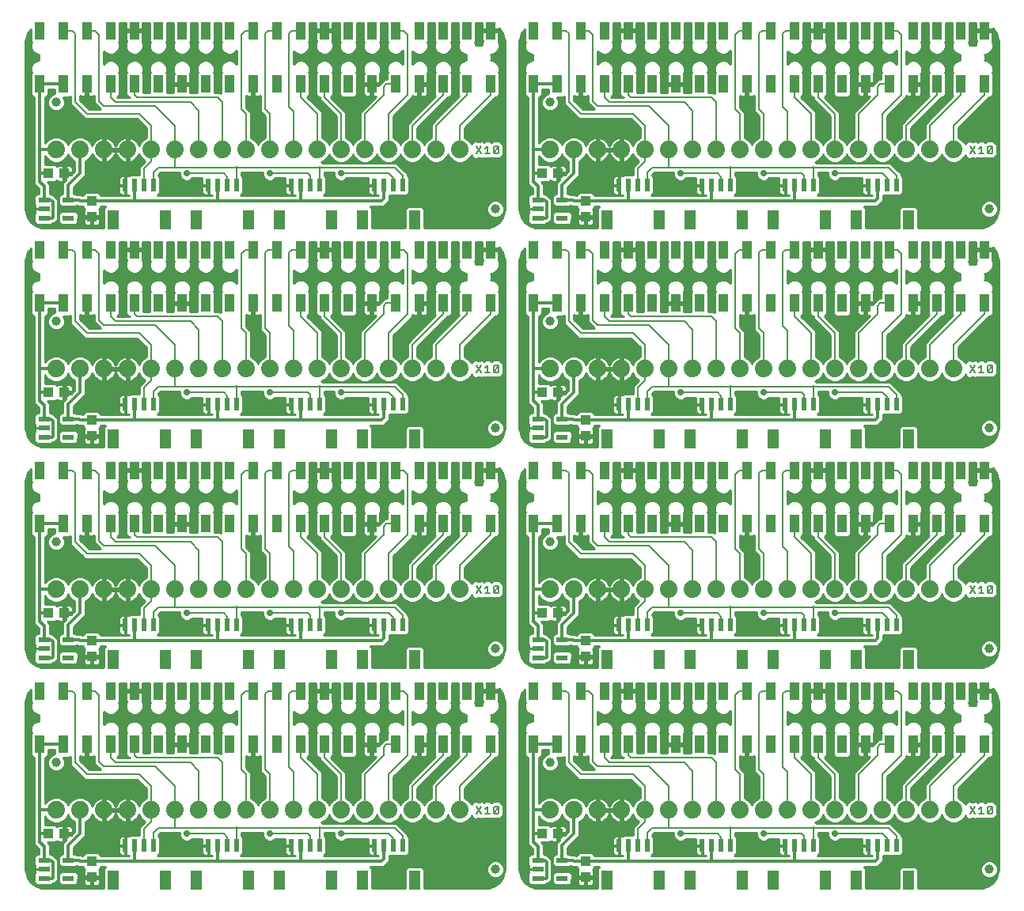
<source format=gtl>
G75*
%MOIN*%
%OFA0B0*%
%FSLAX25Y25*%
%IPPOS*%
%LPD*%
%AMOC8*
5,1,8,0,0,1.08239X$1,22.5*
%
%ADD10C,0.00800*%
%ADD11C,0.03937*%
%ADD12R,0.04724X0.07874*%
%ADD13R,0.02362X0.05315*%
%ADD14C,0.07400*%
%ADD15R,0.04016X0.07362*%
%ADD16R,0.04331X0.03937*%
%ADD17R,0.03937X0.04331*%
%ADD18R,0.04724X0.02165*%
%ADD19C,0.01000*%
%ADD20C,0.02900*%
%ADD21C,0.01200*%
%ADD22C,0.00700*%
D10*
X0295209Y0051733D02*
X0297344Y0054936D01*
X0298892Y0053868D02*
X0299959Y0054936D01*
X0299959Y0051733D01*
X0298892Y0051733D02*
X0301027Y0051733D01*
X0302575Y0052267D02*
X0304710Y0054402D01*
X0304710Y0052267D01*
X0304176Y0051733D01*
X0303109Y0051733D01*
X0302575Y0052267D01*
X0302575Y0054402D01*
X0303109Y0054936D01*
X0304176Y0054936D01*
X0304710Y0054402D01*
X0297344Y0051733D02*
X0295209Y0054936D01*
X0295209Y0144733D02*
X0297344Y0147936D01*
X0298892Y0146868D02*
X0299959Y0147936D01*
X0299959Y0144733D01*
X0298892Y0144733D02*
X0301027Y0144733D01*
X0302575Y0145267D02*
X0304710Y0147402D01*
X0304710Y0145267D01*
X0304176Y0144733D01*
X0303109Y0144733D01*
X0302575Y0145267D01*
X0302575Y0147402D01*
X0303109Y0147936D01*
X0304176Y0147936D01*
X0304710Y0147402D01*
X0297344Y0144733D02*
X0295209Y0147936D01*
X0295209Y0237733D02*
X0297344Y0240936D01*
X0298892Y0239868D02*
X0299959Y0240936D01*
X0299959Y0237733D01*
X0298892Y0237733D02*
X0301027Y0237733D01*
X0302575Y0238267D02*
X0304710Y0240402D01*
X0304710Y0238267D01*
X0304176Y0237733D01*
X0303109Y0237733D01*
X0302575Y0238267D01*
X0302575Y0240402D01*
X0303109Y0240936D01*
X0304176Y0240936D01*
X0304710Y0240402D01*
X0297344Y0237733D02*
X0295209Y0240936D01*
X0295209Y0330080D02*
X0297344Y0333283D01*
X0298892Y0332215D02*
X0299959Y0333283D01*
X0299959Y0330080D01*
X0298892Y0330080D02*
X0301027Y0330080D01*
X0302575Y0330614D02*
X0304710Y0332749D01*
X0304710Y0330614D01*
X0304176Y0330080D01*
X0303109Y0330080D01*
X0302575Y0330614D01*
X0302575Y0332749D01*
X0303109Y0333283D01*
X0304176Y0333283D01*
X0304710Y0332749D01*
X0297344Y0330080D02*
X0295209Y0333283D01*
X0503209Y0333283D02*
X0505344Y0330080D01*
X0506892Y0330080D02*
X0509027Y0330080D01*
X0507959Y0330080D02*
X0507959Y0333283D01*
X0506892Y0332215D01*
X0505344Y0333283D02*
X0503209Y0330080D01*
X0510575Y0330614D02*
X0512710Y0332749D01*
X0512710Y0330614D01*
X0512176Y0330080D01*
X0511109Y0330080D01*
X0510575Y0330614D01*
X0510575Y0332749D01*
X0511109Y0333283D01*
X0512176Y0333283D01*
X0512710Y0332749D01*
X0512176Y0240936D02*
X0511109Y0240936D01*
X0510575Y0240402D01*
X0510575Y0238267D01*
X0512710Y0240402D01*
X0512710Y0238267D01*
X0512176Y0237733D01*
X0511109Y0237733D01*
X0510575Y0238267D01*
X0509027Y0237733D02*
X0506892Y0237733D01*
X0507959Y0237733D02*
X0507959Y0240936D01*
X0506892Y0239868D01*
X0505344Y0240936D02*
X0503209Y0237733D01*
X0505344Y0237733D02*
X0503209Y0240936D01*
X0512176Y0240936D02*
X0512710Y0240402D01*
X0512176Y0147936D02*
X0511109Y0147936D01*
X0510575Y0147402D01*
X0510575Y0145267D01*
X0512710Y0147402D01*
X0512710Y0145267D01*
X0512176Y0144733D01*
X0511109Y0144733D01*
X0510575Y0145267D01*
X0509027Y0144733D02*
X0506892Y0144733D01*
X0507959Y0144733D02*
X0507959Y0147936D01*
X0506892Y0146868D01*
X0505344Y0147936D02*
X0503209Y0144733D01*
X0505344Y0144733D02*
X0503209Y0147936D01*
X0512176Y0147936D02*
X0512710Y0147402D01*
X0512176Y0054936D02*
X0511109Y0054936D01*
X0510575Y0054402D01*
X0510575Y0052267D01*
X0512710Y0054402D01*
X0512710Y0052267D01*
X0512176Y0051733D01*
X0511109Y0051733D01*
X0510575Y0052267D01*
X0509027Y0051733D02*
X0506892Y0051733D01*
X0507959Y0051733D02*
X0507959Y0054936D01*
X0506892Y0053868D01*
X0505344Y0054936D02*
X0503209Y0051733D01*
X0505344Y0051733D02*
X0503209Y0054936D01*
X0512176Y0054936D02*
X0512710Y0054402D01*
D11*
X0511333Y0028333D03*
X0511333Y0121333D03*
X0511333Y0214333D03*
X0511333Y0306680D03*
X0326333Y0351680D03*
X0303333Y0306680D03*
X0326333Y0259333D03*
X0303333Y0214333D03*
X0326333Y0166333D03*
X0303333Y0121333D03*
X0326333Y0073333D03*
X0303333Y0028333D03*
X0118333Y0073333D03*
X0118333Y0166333D03*
X0118333Y0259333D03*
X0118333Y0351680D03*
D12*
X0142310Y0302211D03*
X0164357Y0302211D03*
X0177310Y0302211D03*
X0199357Y0302211D03*
X0212310Y0302211D03*
X0234357Y0302211D03*
X0247313Y0302212D03*
X0269360Y0302212D03*
X0350310Y0302211D03*
X0372357Y0302211D03*
X0385310Y0302211D03*
X0407357Y0302211D03*
X0420310Y0302211D03*
X0442357Y0302211D03*
X0455313Y0302212D03*
X0477360Y0302212D03*
X0477360Y0209865D03*
X0455313Y0209865D03*
X0442357Y0209865D03*
X0420310Y0209865D03*
X0407357Y0209865D03*
X0385310Y0209865D03*
X0372357Y0209865D03*
X0350310Y0209865D03*
X0269360Y0209865D03*
X0247313Y0209865D03*
X0234357Y0209865D03*
X0212310Y0209865D03*
X0199357Y0209865D03*
X0177310Y0209865D03*
X0164357Y0209865D03*
X0142310Y0209865D03*
X0142310Y0116865D03*
X0164357Y0116865D03*
X0177310Y0116865D03*
X0199357Y0116865D03*
X0212310Y0116865D03*
X0234357Y0116865D03*
X0247313Y0116865D03*
X0269360Y0116865D03*
X0350310Y0116865D03*
X0372357Y0116865D03*
X0385310Y0116865D03*
X0407357Y0116865D03*
X0420310Y0116865D03*
X0442357Y0116865D03*
X0455313Y0116865D03*
X0477360Y0116865D03*
X0477360Y0023865D03*
X0455313Y0023865D03*
X0442357Y0023865D03*
X0420310Y0023865D03*
X0407357Y0023865D03*
X0385310Y0023865D03*
X0372357Y0023865D03*
X0350310Y0023865D03*
X0269360Y0023865D03*
X0247313Y0023865D03*
X0234357Y0023865D03*
X0212310Y0023865D03*
X0199357Y0023865D03*
X0177310Y0023865D03*
X0164357Y0023865D03*
X0142310Y0023865D03*
D13*
X0147428Y0038333D03*
X0151365Y0038333D03*
X0155302Y0038333D03*
X0159239Y0038333D03*
X0182428Y0038333D03*
X0186365Y0038333D03*
X0190302Y0038333D03*
X0194239Y0038333D03*
X0217428Y0038333D03*
X0221365Y0038333D03*
X0225302Y0038333D03*
X0229239Y0038333D03*
X0252431Y0038334D03*
X0256368Y0038334D03*
X0260305Y0038334D03*
X0264242Y0038334D03*
X0355428Y0038333D03*
X0359365Y0038333D03*
X0363302Y0038333D03*
X0367239Y0038333D03*
X0390428Y0038333D03*
X0394365Y0038333D03*
X0398302Y0038333D03*
X0402239Y0038333D03*
X0425428Y0038333D03*
X0429365Y0038333D03*
X0433302Y0038333D03*
X0437239Y0038333D03*
X0460431Y0038334D03*
X0464368Y0038334D03*
X0468305Y0038334D03*
X0472242Y0038334D03*
X0472242Y0131334D03*
X0468305Y0131334D03*
X0464368Y0131334D03*
X0460431Y0131334D03*
X0437239Y0131333D03*
X0433302Y0131333D03*
X0429365Y0131333D03*
X0425428Y0131333D03*
X0402239Y0131333D03*
X0398302Y0131333D03*
X0394365Y0131333D03*
X0390428Y0131333D03*
X0367239Y0131333D03*
X0363302Y0131333D03*
X0359365Y0131333D03*
X0355428Y0131333D03*
X0264242Y0131334D03*
X0260305Y0131334D03*
X0256368Y0131334D03*
X0252431Y0131334D03*
X0229239Y0131333D03*
X0225302Y0131333D03*
X0221365Y0131333D03*
X0217428Y0131333D03*
X0194239Y0131333D03*
X0190302Y0131333D03*
X0186365Y0131333D03*
X0182428Y0131333D03*
X0159239Y0131333D03*
X0155302Y0131333D03*
X0151365Y0131333D03*
X0147428Y0131333D03*
X0147428Y0224333D03*
X0151365Y0224333D03*
X0155302Y0224333D03*
X0159239Y0224333D03*
X0182428Y0224333D03*
X0186365Y0224333D03*
X0190302Y0224333D03*
X0194239Y0224333D03*
X0217428Y0224333D03*
X0221365Y0224333D03*
X0225302Y0224333D03*
X0229239Y0224333D03*
X0252431Y0224334D03*
X0256368Y0224334D03*
X0260305Y0224334D03*
X0264242Y0224334D03*
X0355428Y0224333D03*
X0359365Y0224333D03*
X0363302Y0224333D03*
X0367239Y0224333D03*
X0390428Y0224333D03*
X0394365Y0224333D03*
X0398302Y0224333D03*
X0402239Y0224333D03*
X0425428Y0224333D03*
X0429365Y0224333D03*
X0433302Y0224333D03*
X0437239Y0224333D03*
X0460431Y0224334D03*
X0464368Y0224334D03*
X0468305Y0224334D03*
X0472242Y0224334D03*
X0472242Y0316680D03*
X0468305Y0316680D03*
X0464368Y0316680D03*
X0460431Y0316680D03*
X0437239Y0316680D03*
X0433302Y0316680D03*
X0429365Y0316680D03*
X0425428Y0316680D03*
X0402239Y0316680D03*
X0398302Y0316680D03*
X0394365Y0316680D03*
X0390428Y0316680D03*
X0367239Y0316680D03*
X0363302Y0316680D03*
X0359365Y0316680D03*
X0355428Y0316680D03*
X0264242Y0316680D03*
X0260305Y0316680D03*
X0256368Y0316680D03*
X0252431Y0316680D03*
X0229239Y0316680D03*
X0225302Y0316680D03*
X0221365Y0316680D03*
X0217428Y0316680D03*
X0194239Y0316680D03*
X0190302Y0316680D03*
X0186365Y0316680D03*
X0182428Y0316680D03*
X0159239Y0316680D03*
X0155302Y0316680D03*
X0151365Y0316680D03*
X0147428Y0316680D03*
D14*
X0148333Y0331680D03*
X0138333Y0331680D03*
X0128333Y0331680D03*
X0118333Y0331680D03*
X0158333Y0331680D03*
X0168333Y0331680D03*
X0178333Y0331680D03*
X0188333Y0331680D03*
X0198333Y0331680D03*
X0208333Y0331680D03*
X0218333Y0331680D03*
X0228333Y0331680D03*
X0238333Y0331680D03*
X0248333Y0331680D03*
X0258333Y0331680D03*
X0268333Y0331680D03*
X0278333Y0331680D03*
X0288333Y0331680D03*
X0326333Y0331680D03*
X0336333Y0331680D03*
X0346333Y0331680D03*
X0356333Y0331680D03*
X0366333Y0331680D03*
X0376333Y0331680D03*
X0386333Y0331680D03*
X0396333Y0331680D03*
X0406333Y0331680D03*
X0416333Y0331680D03*
X0426333Y0331680D03*
X0436333Y0331680D03*
X0446333Y0331680D03*
X0456333Y0331680D03*
X0466333Y0331680D03*
X0476333Y0331680D03*
X0486333Y0331680D03*
X0496333Y0331680D03*
X0496333Y0239333D03*
X0486333Y0239333D03*
X0476333Y0239333D03*
X0466333Y0239333D03*
X0456333Y0239333D03*
X0446333Y0239333D03*
X0436333Y0239333D03*
X0426333Y0239333D03*
X0416333Y0239333D03*
X0406333Y0239333D03*
X0396333Y0239333D03*
X0386333Y0239333D03*
X0376333Y0239333D03*
X0366333Y0239333D03*
X0356333Y0239333D03*
X0346333Y0239333D03*
X0336333Y0239333D03*
X0326333Y0239333D03*
X0288333Y0239333D03*
X0278333Y0239333D03*
X0268333Y0239333D03*
X0258333Y0239333D03*
X0248333Y0239333D03*
X0238333Y0239333D03*
X0228333Y0239333D03*
X0218333Y0239333D03*
X0208333Y0239333D03*
X0198333Y0239333D03*
X0188333Y0239333D03*
X0178333Y0239333D03*
X0168333Y0239333D03*
X0158333Y0239333D03*
X0148333Y0239333D03*
X0138333Y0239333D03*
X0128333Y0239333D03*
X0118333Y0239333D03*
X0118333Y0146333D03*
X0128333Y0146333D03*
X0138333Y0146333D03*
X0148333Y0146333D03*
X0158333Y0146333D03*
X0168333Y0146333D03*
X0178333Y0146333D03*
X0188333Y0146333D03*
X0198333Y0146333D03*
X0208333Y0146333D03*
X0218333Y0146333D03*
X0228333Y0146333D03*
X0238333Y0146333D03*
X0248333Y0146333D03*
X0258333Y0146333D03*
X0268333Y0146333D03*
X0278333Y0146333D03*
X0288333Y0146333D03*
X0326333Y0146333D03*
X0336333Y0146333D03*
X0346333Y0146333D03*
X0356333Y0146333D03*
X0366333Y0146333D03*
X0376333Y0146333D03*
X0386333Y0146333D03*
X0396333Y0146333D03*
X0406333Y0146333D03*
X0416333Y0146333D03*
X0426333Y0146333D03*
X0436333Y0146333D03*
X0446333Y0146333D03*
X0456333Y0146333D03*
X0466333Y0146333D03*
X0476333Y0146333D03*
X0486333Y0146333D03*
X0496333Y0146333D03*
X0496333Y0053333D03*
X0486333Y0053333D03*
X0476333Y0053333D03*
X0466333Y0053333D03*
X0456333Y0053333D03*
X0446333Y0053333D03*
X0436333Y0053333D03*
X0426333Y0053333D03*
X0416333Y0053333D03*
X0406333Y0053333D03*
X0396333Y0053333D03*
X0386333Y0053333D03*
X0376333Y0053333D03*
X0366333Y0053333D03*
X0356333Y0053333D03*
X0346333Y0053333D03*
X0336333Y0053333D03*
X0326333Y0053333D03*
X0288333Y0053333D03*
X0278333Y0053333D03*
X0268333Y0053333D03*
X0258333Y0053333D03*
X0248333Y0053333D03*
X0238333Y0053333D03*
X0228333Y0053333D03*
X0218333Y0053333D03*
X0208333Y0053333D03*
X0198333Y0053333D03*
X0188333Y0053333D03*
X0178333Y0053333D03*
X0168333Y0053333D03*
X0158333Y0053333D03*
X0148333Y0053333D03*
X0138333Y0053333D03*
X0128333Y0053333D03*
X0118333Y0053333D03*
D15*
X0121286Y0080951D03*
X0111286Y0080951D03*
X0131286Y0080951D03*
X0141286Y0080951D03*
X0151286Y0080951D03*
X0161286Y0080951D03*
X0171286Y0080951D03*
X0181286Y0080951D03*
X0191286Y0080951D03*
X0201286Y0080951D03*
X0211286Y0080951D03*
X0221286Y0080951D03*
X0231286Y0080951D03*
X0241286Y0080951D03*
X0251286Y0080951D03*
X0261286Y0080951D03*
X0271286Y0080951D03*
X0281286Y0080951D03*
X0291286Y0080951D03*
X0301286Y0080951D03*
X0319286Y0080951D03*
X0329286Y0080951D03*
X0339286Y0080951D03*
X0349286Y0080951D03*
X0359286Y0080951D03*
X0369286Y0080951D03*
X0379286Y0080951D03*
X0389286Y0080951D03*
X0399286Y0080951D03*
X0409286Y0080951D03*
X0419286Y0080951D03*
X0429286Y0080951D03*
X0439286Y0080951D03*
X0449286Y0080951D03*
X0459286Y0080951D03*
X0469286Y0080951D03*
X0479286Y0080951D03*
X0489286Y0080951D03*
X0499286Y0080951D03*
X0509286Y0080951D03*
X0509286Y0103510D03*
X0499286Y0103510D03*
X0489286Y0103510D03*
X0479286Y0103510D03*
X0469286Y0103510D03*
X0459286Y0103510D03*
X0449286Y0103510D03*
X0439286Y0103510D03*
X0429286Y0103510D03*
X0419286Y0103510D03*
X0409286Y0103510D03*
X0399286Y0103510D03*
X0389286Y0103510D03*
X0379286Y0103510D03*
X0369286Y0103510D03*
X0359286Y0103510D03*
X0349286Y0103510D03*
X0339286Y0103510D03*
X0329286Y0103510D03*
X0319286Y0103510D03*
X0301286Y0103510D03*
X0291286Y0103510D03*
X0281286Y0103510D03*
X0271286Y0103510D03*
X0261286Y0103510D03*
X0251286Y0103510D03*
X0241286Y0103510D03*
X0231286Y0103510D03*
X0221286Y0103510D03*
X0211286Y0103510D03*
X0201286Y0103510D03*
X0191286Y0103510D03*
X0181286Y0103510D03*
X0171286Y0103510D03*
X0161286Y0103510D03*
X0151286Y0103510D03*
X0141286Y0103510D03*
X0131286Y0103510D03*
X0121286Y0103510D03*
X0111286Y0103510D03*
X0111286Y0173951D03*
X0121286Y0173951D03*
X0131286Y0173951D03*
X0141286Y0173951D03*
X0151286Y0173951D03*
X0161286Y0173951D03*
X0171286Y0173951D03*
X0181286Y0173951D03*
X0191286Y0173951D03*
X0201286Y0173951D03*
X0211286Y0173951D03*
X0221286Y0173951D03*
X0231286Y0173951D03*
X0241286Y0173951D03*
X0251286Y0173951D03*
X0261286Y0173951D03*
X0271286Y0173951D03*
X0281286Y0173951D03*
X0291286Y0173951D03*
X0301286Y0173951D03*
X0319286Y0173951D03*
X0329286Y0173951D03*
X0339286Y0173951D03*
X0349286Y0173951D03*
X0359286Y0173951D03*
X0369286Y0173951D03*
X0379286Y0173951D03*
X0389286Y0173951D03*
X0399286Y0173951D03*
X0409286Y0173951D03*
X0419286Y0173951D03*
X0429286Y0173951D03*
X0439286Y0173951D03*
X0449286Y0173951D03*
X0459286Y0173951D03*
X0469286Y0173951D03*
X0479286Y0173951D03*
X0489286Y0173951D03*
X0499286Y0173951D03*
X0509286Y0173951D03*
X0509286Y0196510D03*
X0499286Y0196510D03*
X0489286Y0196510D03*
X0479286Y0196510D03*
X0469286Y0196510D03*
X0459286Y0196510D03*
X0449286Y0196510D03*
X0439286Y0196510D03*
X0429286Y0196510D03*
X0419286Y0196510D03*
X0409286Y0196510D03*
X0399286Y0196510D03*
X0389286Y0196510D03*
X0379286Y0196510D03*
X0369286Y0196510D03*
X0359286Y0196510D03*
X0349286Y0196510D03*
X0339286Y0196510D03*
X0329286Y0196510D03*
X0319286Y0196510D03*
X0301286Y0196510D03*
X0291286Y0196510D03*
X0281286Y0196510D03*
X0271286Y0196510D03*
X0261286Y0196510D03*
X0251286Y0196510D03*
X0241286Y0196510D03*
X0231286Y0196510D03*
X0221286Y0196510D03*
X0211286Y0196510D03*
X0201286Y0196510D03*
X0191286Y0196510D03*
X0181286Y0196510D03*
X0171286Y0196510D03*
X0161286Y0196510D03*
X0151286Y0196510D03*
X0141286Y0196510D03*
X0131286Y0196510D03*
X0121286Y0196510D03*
X0111286Y0196510D03*
X0111286Y0266951D03*
X0121286Y0266951D03*
X0131286Y0266951D03*
X0141286Y0266951D03*
X0151286Y0266951D03*
X0161286Y0266951D03*
X0171286Y0266951D03*
X0181286Y0266951D03*
X0191286Y0266951D03*
X0201286Y0266951D03*
X0211286Y0266951D03*
X0221286Y0266951D03*
X0231286Y0266951D03*
X0241286Y0266951D03*
X0251286Y0266951D03*
X0261286Y0266951D03*
X0271286Y0266951D03*
X0281286Y0266951D03*
X0291286Y0266951D03*
X0301286Y0266951D03*
X0319286Y0266951D03*
X0329286Y0266951D03*
X0339286Y0266951D03*
X0349286Y0266951D03*
X0359286Y0266951D03*
X0369286Y0266951D03*
X0379286Y0266951D03*
X0389286Y0266951D03*
X0399286Y0266951D03*
X0409286Y0266951D03*
X0419286Y0266951D03*
X0429286Y0266951D03*
X0439286Y0266951D03*
X0449286Y0266951D03*
X0459286Y0266951D03*
X0469286Y0266951D03*
X0479286Y0266951D03*
X0489286Y0266951D03*
X0499286Y0266951D03*
X0509286Y0266951D03*
X0509286Y0289510D03*
X0499286Y0289510D03*
X0489286Y0289510D03*
X0479286Y0289510D03*
X0469286Y0289510D03*
X0459286Y0289510D03*
X0449286Y0289510D03*
X0439286Y0289510D03*
X0429286Y0289510D03*
X0419286Y0289510D03*
X0409286Y0289510D03*
X0399286Y0289510D03*
X0389286Y0289510D03*
X0379286Y0289510D03*
X0369286Y0289510D03*
X0359286Y0289510D03*
X0349286Y0289510D03*
X0339286Y0289510D03*
X0329286Y0289510D03*
X0319286Y0289510D03*
X0301286Y0289510D03*
X0291286Y0289510D03*
X0281286Y0289510D03*
X0271286Y0289510D03*
X0261286Y0289510D03*
X0251286Y0289510D03*
X0241286Y0289510D03*
X0231286Y0289510D03*
X0221286Y0289510D03*
X0211286Y0289510D03*
X0201286Y0289510D03*
X0191286Y0289510D03*
X0181286Y0289510D03*
X0171286Y0289510D03*
X0161286Y0289510D03*
X0151286Y0289510D03*
X0141286Y0289510D03*
X0131286Y0289510D03*
X0121286Y0289510D03*
X0111286Y0289510D03*
X0111286Y0359298D03*
X0121286Y0359298D03*
X0131286Y0359298D03*
X0141286Y0359298D03*
X0151286Y0359298D03*
X0161286Y0359298D03*
X0171286Y0359298D03*
X0181286Y0359298D03*
X0191286Y0359298D03*
X0201286Y0359298D03*
X0211286Y0359298D03*
X0221286Y0359298D03*
X0231286Y0359298D03*
X0241286Y0359298D03*
X0251286Y0359298D03*
X0261286Y0359298D03*
X0271286Y0359298D03*
X0281286Y0359298D03*
X0291286Y0359298D03*
X0301286Y0359298D03*
X0319286Y0359298D03*
X0329286Y0359298D03*
X0339286Y0359298D03*
X0349286Y0359298D03*
X0359286Y0359298D03*
X0369286Y0359298D03*
X0379286Y0359298D03*
X0389286Y0359298D03*
X0399286Y0359298D03*
X0409286Y0359298D03*
X0419286Y0359298D03*
X0429286Y0359298D03*
X0439286Y0359298D03*
X0449286Y0359298D03*
X0459286Y0359298D03*
X0469286Y0359298D03*
X0479286Y0359298D03*
X0489286Y0359298D03*
X0499286Y0359298D03*
X0509286Y0359298D03*
X0509286Y0381857D03*
X0499286Y0381857D03*
X0489286Y0381857D03*
X0479286Y0381857D03*
X0469286Y0381857D03*
X0459286Y0381857D03*
X0449286Y0381857D03*
X0439286Y0381857D03*
X0429286Y0381857D03*
X0419286Y0381857D03*
X0409286Y0381857D03*
X0399286Y0381857D03*
X0389286Y0381857D03*
X0379286Y0381857D03*
X0369286Y0381857D03*
X0359286Y0381857D03*
X0349286Y0381857D03*
X0339286Y0381857D03*
X0329286Y0381857D03*
X0319286Y0381857D03*
X0301286Y0381857D03*
X0291286Y0381857D03*
X0281286Y0381857D03*
X0271286Y0381857D03*
X0261286Y0381857D03*
X0251286Y0381857D03*
X0241286Y0381857D03*
X0231286Y0381857D03*
X0221286Y0381857D03*
X0211286Y0381857D03*
X0201286Y0381857D03*
X0191286Y0381857D03*
X0181286Y0381857D03*
X0171286Y0381857D03*
X0161286Y0381857D03*
X0151286Y0381857D03*
X0141286Y0381857D03*
X0131286Y0381857D03*
X0121286Y0381857D03*
X0111286Y0381857D03*
D16*
X0114987Y0321680D03*
X0121680Y0321680D03*
X0121680Y0229333D03*
X0114987Y0229333D03*
X0114987Y0136333D03*
X0121680Y0136333D03*
X0121680Y0043333D03*
X0114987Y0043333D03*
X0322987Y0043333D03*
X0329680Y0043333D03*
X0329680Y0136333D03*
X0322987Y0136333D03*
X0322987Y0229333D03*
X0329680Y0229333D03*
X0329680Y0321680D03*
X0322987Y0321680D03*
D17*
X0341333Y0310026D03*
X0341333Y0303333D03*
X0341333Y0217680D03*
X0341333Y0210987D03*
X0341333Y0124680D03*
X0341333Y0117987D03*
X0341333Y0031680D03*
X0341333Y0024987D03*
X0133333Y0024987D03*
X0133333Y0031680D03*
X0133333Y0117987D03*
X0133333Y0124680D03*
X0133333Y0210987D03*
X0133333Y0217680D03*
X0133333Y0303333D03*
X0133333Y0310026D03*
D18*
X0123452Y0310420D03*
X0123452Y0302940D03*
X0113215Y0302940D03*
X0113215Y0306680D03*
X0113215Y0310420D03*
X0113215Y0218073D03*
X0113215Y0214333D03*
X0113215Y0210593D03*
X0123452Y0210593D03*
X0123452Y0218073D03*
X0123452Y0125073D03*
X0123452Y0117593D03*
X0113215Y0117593D03*
X0113215Y0121333D03*
X0113215Y0125073D03*
X0113215Y0032073D03*
X0113215Y0028333D03*
X0113215Y0024593D03*
X0123452Y0024593D03*
X0123452Y0032073D03*
X0321215Y0032073D03*
X0321215Y0028333D03*
X0321215Y0024593D03*
X0331452Y0024593D03*
X0331452Y0032073D03*
X0331452Y0117593D03*
X0331452Y0125073D03*
X0321215Y0125073D03*
X0321215Y0121333D03*
X0321215Y0117593D03*
X0321215Y0210593D03*
X0321215Y0214333D03*
X0321215Y0218073D03*
X0331452Y0218073D03*
X0331452Y0210593D03*
X0331452Y0302940D03*
X0331452Y0310420D03*
X0321215Y0310420D03*
X0321215Y0306680D03*
X0321215Y0302940D03*
D19*
X0105433Y0028378D02*
X0105557Y0027151D01*
X0106355Y0024811D01*
X0107818Y0022818D01*
X0109811Y0021355D01*
X0112151Y0020557D01*
X0113378Y0020433D01*
X0138248Y0020433D01*
X0138248Y0028506D01*
X0139121Y0029380D01*
X0137002Y0029380D01*
X0137002Y0028810D01*
X0136383Y0028192D01*
X0136502Y0028073D01*
X0136700Y0027731D01*
X0136802Y0027350D01*
X0136802Y0025471D01*
X0133818Y0025471D01*
X0133818Y0024503D01*
X0136802Y0024503D01*
X0136802Y0022624D01*
X0136700Y0022243D01*
X0136502Y0021900D01*
X0136223Y0021621D01*
X0135881Y0021424D01*
X0135499Y0021322D01*
X0133818Y0021322D01*
X0133818Y0024503D01*
X0132849Y0024503D01*
X0129865Y0024503D01*
X0129865Y0022624D01*
X0129967Y0022243D01*
X0130165Y0021900D01*
X0130444Y0021621D01*
X0130786Y0021424D01*
X0131167Y0021322D01*
X0132849Y0021322D01*
X0132849Y0024503D01*
X0132849Y0025471D01*
X0129865Y0025471D01*
X0129865Y0027350D01*
X0129967Y0027731D01*
X0130165Y0028073D01*
X0130283Y0028192D01*
X0129665Y0028810D01*
X0129665Y0029380D01*
X0127534Y0029380D01*
X0127140Y0029773D01*
X0127001Y0029773D01*
X0126518Y0029291D01*
X0120385Y0029291D01*
X0119390Y0030287D01*
X0119390Y0033860D01*
X0120385Y0034856D01*
X0121033Y0034856D01*
X0121033Y0039286D01*
X0122164Y0040417D01*
X0122164Y0042849D01*
X0121196Y0042849D01*
X0121196Y0039865D01*
X0119317Y0039865D01*
X0118935Y0039967D01*
X0118593Y0040165D01*
X0118475Y0040283D01*
X0117856Y0039665D01*
X0114754Y0039665D01*
X0115515Y0038905D01*
X0115515Y0034856D01*
X0116281Y0034856D01*
X0116764Y0034373D01*
X0117046Y0034373D01*
X0117786Y0033633D01*
X0119133Y0032286D01*
X0119133Y0023881D01*
X0117786Y0022533D01*
X0117546Y0022293D01*
X0116764Y0022293D01*
X0116281Y0021810D01*
X0110148Y0021810D01*
X0109153Y0022806D01*
X0109153Y0026380D01*
X0109453Y0026680D01*
X0109353Y0027053D01*
X0109353Y0028292D01*
X0113173Y0028292D01*
X0113173Y0028375D01*
X0109353Y0028375D01*
X0109353Y0029613D01*
X0109453Y0029987D01*
X0109153Y0030287D01*
X0109153Y0033860D01*
X0110148Y0034856D01*
X0110915Y0034856D01*
X0110915Y0036999D01*
X0108986Y0038928D01*
X0108986Y0075570D01*
X0108574Y0075570D01*
X0107578Y0076566D01*
X0107578Y0085337D01*
X0107917Y0085675D01*
X0107578Y0086493D01*
X0107578Y0087969D01*
X0108143Y0089331D01*
X0109186Y0090374D01*
X0110549Y0090939D01*
X0111146Y0090939D01*
X0111043Y0091188D01*
X0111043Y0093274D01*
X0111146Y0093523D01*
X0110549Y0093523D01*
X0109186Y0094088D01*
X0108143Y0095131D01*
X0107578Y0096493D01*
X0107578Y0097969D01*
X0107917Y0098786D01*
X0107578Y0099125D01*
X0107578Y0104021D01*
X0106355Y0102355D01*
X0105557Y0100016D01*
X0105433Y0098788D01*
X0105433Y0028378D01*
X0105439Y0028318D02*
X0113173Y0028318D01*
X0109353Y0027320D02*
X0105540Y0027320D01*
X0105840Y0026321D02*
X0109153Y0026321D01*
X0109153Y0025323D02*
X0106181Y0025323D01*
X0106713Y0024324D02*
X0109153Y0024324D01*
X0109153Y0023326D02*
X0107446Y0023326D01*
X0108487Y0022327D02*
X0109632Y0022327D01*
X0109889Y0021329D02*
X0131140Y0021329D01*
X0129944Y0022327D02*
X0127035Y0022327D01*
X0127514Y0022806D02*
X0127514Y0026380D01*
X0126518Y0027376D01*
X0120385Y0027376D01*
X0119390Y0026380D01*
X0119390Y0022806D01*
X0120385Y0021810D01*
X0126518Y0021810D01*
X0127514Y0022806D01*
X0127514Y0023326D02*
X0129865Y0023326D01*
X0129865Y0024324D02*
X0127514Y0024324D01*
X0127514Y0025323D02*
X0132849Y0025323D01*
X0133818Y0025323D02*
X0138248Y0025323D01*
X0138248Y0026321D02*
X0136802Y0026321D01*
X0136802Y0027320D02*
X0138248Y0027320D01*
X0138248Y0028318D02*
X0136510Y0028318D01*
X0137002Y0029317D02*
X0139058Y0029317D01*
X0138248Y0024324D02*
X0136802Y0024324D01*
X0136802Y0023326D02*
X0138248Y0023326D01*
X0138248Y0022327D02*
X0136722Y0022327D01*
X0135527Y0021329D02*
X0138248Y0021329D01*
X0133818Y0021329D02*
X0132849Y0021329D01*
X0132849Y0022327D02*
X0133818Y0022327D01*
X0133818Y0023326D02*
X0132849Y0023326D01*
X0132849Y0024324D02*
X0133818Y0024324D01*
X0129865Y0026321D02*
X0127514Y0026321D01*
X0126574Y0027320D02*
X0129865Y0027320D01*
X0130157Y0028318D02*
X0119133Y0028318D01*
X0119133Y0027320D02*
X0120330Y0027320D01*
X0119390Y0026321D02*
X0119133Y0026321D01*
X0119133Y0025323D02*
X0119390Y0025323D01*
X0119390Y0024324D02*
X0119133Y0024324D01*
X0119390Y0023326D02*
X0118579Y0023326D01*
X0117580Y0022327D02*
X0119869Y0022327D01*
X0120359Y0029317D02*
X0119133Y0029317D01*
X0119133Y0030315D02*
X0119390Y0030315D01*
X0119390Y0031314D02*
X0119133Y0031314D01*
X0119107Y0032312D02*
X0119390Y0032312D01*
X0119390Y0033311D02*
X0118108Y0033311D01*
X0117110Y0034310D02*
X0119839Y0034310D01*
X0121033Y0035308D02*
X0115515Y0035308D01*
X0115515Y0036307D02*
X0121033Y0036307D01*
X0121033Y0037305D02*
X0115515Y0037305D01*
X0115515Y0038304D02*
X0121033Y0038304D01*
X0121049Y0039302D02*
X0115117Y0039302D01*
X0110609Y0037305D02*
X0105433Y0037305D01*
X0105433Y0036307D02*
X0110915Y0036307D01*
X0110915Y0035308D02*
X0105433Y0035308D01*
X0105433Y0034310D02*
X0109602Y0034310D01*
X0109153Y0033311D02*
X0105433Y0033311D01*
X0105433Y0032312D02*
X0109153Y0032312D01*
X0109153Y0031314D02*
X0105433Y0031314D01*
X0105433Y0030315D02*
X0109153Y0030315D01*
X0109353Y0029317D02*
X0105433Y0029317D01*
X0105433Y0038304D02*
X0109610Y0038304D01*
X0108986Y0039302D02*
X0105433Y0039302D01*
X0105433Y0040301D02*
X0108986Y0040301D01*
X0108986Y0041299D02*
X0105433Y0041299D01*
X0105433Y0042298D02*
X0108986Y0042298D01*
X0108986Y0043296D02*
X0105433Y0043296D01*
X0105433Y0044295D02*
X0108986Y0044295D01*
X0108986Y0045293D02*
X0105433Y0045293D01*
X0105433Y0046292D02*
X0108986Y0046292D01*
X0108986Y0047290D02*
X0105433Y0047290D01*
X0105433Y0048289D02*
X0108986Y0048289D01*
X0108986Y0049287D02*
X0105433Y0049287D01*
X0105433Y0050286D02*
X0108986Y0050286D01*
X0108986Y0051284D02*
X0105433Y0051284D01*
X0105433Y0052283D02*
X0108986Y0052283D01*
X0108986Y0053281D02*
X0105433Y0053281D01*
X0105433Y0054280D02*
X0108986Y0054280D01*
X0108986Y0055278D02*
X0105433Y0055278D01*
X0105433Y0056277D02*
X0108986Y0056277D01*
X0108986Y0057275D02*
X0105433Y0057275D01*
X0105433Y0058274D02*
X0108986Y0058274D01*
X0108986Y0059272D02*
X0105433Y0059272D01*
X0105433Y0060271D02*
X0108986Y0060271D01*
X0108986Y0061269D02*
X0105433Y0061269D01*
X0105433Y0062268D02*
X0108986Y0062268D01*
X0108986Y0063266D02*
X0105433Y0063266D01*
X0105433Y0064265D02*
X0108986Y0064265D01*
X0108986Y0065263D02*
X0105433Y0065263D01*
X0105433Y0066262D02*
X0108986Y0066262D01*
X0108986Y0067260D02*
X0105433Y0067260D01*
X0105433Y0068259D02*
X0108986Y0068259D01*
X0108986Y0069257D02*
X0105433Y0069257D01*
X0105433Y0070256D02*
X0108986Y0070256D01*
X0108986Y0071254D02*
X0105433Y0071254D01*
X0105433Y0072253D02*
X0108986Y0072253D01*
X0108986Y0073251D02*
X0105433Y0073251D01*
X0105433Y0074250D02*
X0108986Y0074250D01*
X0108986Y0075248D02*
X0105433Y0075248D01*
X0105433Y0076247D02*
X0107897Y0076247D01*
X0107578Y0077245D02*
X0105433Y0077245D01*
X0105433Y0078244D02*
X0107578Y0078244D01*
X0107578Y0079243D02*
X0105433Y0079243D01*
X0105433Y0080241D02*
X0107578Y0080241D01*
X0107578Y0081240D02*
X0105433Y0081240D01*
X0105433Y0082238D02*
X0107578Y0082238D01*
X0107578Y0083237D02*
X0105433Y0083237D01*
X0105433Y0084235D02*
X0107578Y0084235D01*
X0107578Y0085234D02*
X0105433Y0085234D01*
X0105433Y0086232D02*
X0107686Y0086232D01*
X0107578Y0087231D02*
X0105433Y0087231D01*
X0105433Y0088229D02*
X0107686Y0088229D01*
X0108100Y0089228D02*
X0105433Y0089228D01*
X0105433Y0090226D02*
X0109038Y0090226D01*
X0111043Y0091225D02*
X0105433Y0091225D01*
X0105433Y0092223D02*
X0111043Y0092223D01*
X0111043Y0093222D02*
X0105433Y0093222D01*
X0105433Y0094220D02*
X0109053Y0094220D01*
X0108106Y0095219D02*
X0105433Y0095219D01*
X0105433Y0096217D02*
X0107693Y0096217D01*
X0107578Y0097216D02*
X0105433Y0097216D01*
X0105433Y0098214D02*
X0107680Y0098214D01*
X0107578Y0099213D02*
X0105476Y0099213D01*
X0105624Y0100211D02*
X0107578Y0100211D01*
X0107578Y0101210D02*
X0105964Y0101210D01*
X0106305Y0102208D02*
X0107578Y0102208D01*
X0107578Y0103207D02*
X0106980Y0103207D01*
X0110295Y0114190D02*
X0138248Y0114190D01*
X0138248Y0113433D02*
X0113378Y0113433D01*
X0112151Y0113557D01*
X0109811Y0114355D01*
X0107818Y0115818D01*
X0106355Y0117811D01*
X0105557Y0120151D01*
X0105433Y0121378D01*
X0105433Y0191788D01*
X0105557Y0193016D01*
X0106355Y0195355D01*
X0107578Y0197021D01*
X0107578Y0192125D01*
X0107917Y0191786D01*
X0107578Y0190969D01*
X0107578Y0189493D01*
X0108143Y0188131D01*
X0109186Y0187088D01*
X0110549Y0186523D01*
X0111146Y0186523D01*
X0111043Y0186274D01*
X0111043Y0184188D01*
X0111146Y0183939D01*
X0110549Y0183939D01*
X0109186Y0183374D01*
X0108143Y0182331D01*
X0107578Y0180969D01*
X0107578Y0179493D01*
X0107917Y0178675D01*
X0107578Y0178337D01*
X0107578Y0169566D01*
X0108574Y0168570D01*
X0108986Y0168570D01*
X0108986Y0131928D01*
X0110915Y0129999D01*
X0110915Y0127856D01*
X0110148Y0127856D01*
X0109153Y0126860D01*
X0109153Y0123287D01*
X0109453Y0122987D01*
X0109353Y0122613D01*
X0109353Y0121375D01*
X0113173Y0121375D01*
X0113173Y0121292D01*
X0109353Y0121292D01*
X0109353Y0120053D01*
X0109453Y0119680D01*
X0109153Y0119380D01*
X0109153Y0115806D01*
X0110148Y0114810D01*
X0116281Y0114810D01*
X0116764Y0115293D01*
X0117546Y0115293D01*
X0117786Y0115533D01*
X0119133Y0116881D01*
X0119133Y0125286D01*
X0117786Y0126633D01*
X0117046Y0127373D01*
X0116764Y0127373D01*
X0116281Y0127856D01*
X0115515Y0127856D01*
X0115515Y0131905D01*
X0114754Y0132665D01*
X0117856Y0132665D01*
X0118475Y0133283D01*
X0118593Y0133165D01*
X0118935Y0132967D01*
X0119317Y0132865D01*
X0121196Y0132865D01*
X0121196Y0135849D01*
X0122164Y0135849D01*
X0122164Y0133417D01*
X0121033Y0132286D01*
X0121033Y0127856D01*
X0120385Y0127856D01*
X0119390Y0126860D01*
X0119390Y0123287D01*
X0120385Y0122291D01*
X0126518Y0122291D01*
X0127001Y0122773D01*
X0127140Y0122773D01*
X0127534Y0122380D01*
X0129665Y0122380D01*
X0129665Y0121810D01*
X0130283Y0121192D01*
X0130165Y0121073D01*
X0129967Y0120731D01*
X0129865Y0120350D01*
X0129865Y0118471D01*
X0132849Y0118471D01*
X0132849Y0117503D01*
X0129865Y0117503D01*
X0129865Y0115624D01*
X0129967Y0115243D01*
X0130165Y0114900D01*
X0130444Y0114621D01*
X0130786Y0114424D01*
X0131167Y0114322D01*
X0132849Y0114322D01*
X0132849Y0117503D01*
X0133818Y0117503D01*
X0133818Y0118471D01*
X0136802Y0118471D01*
X0136802Y0120350D01*
X0136700Y0120731D01*
X0136502Y0121073D01*
X0136383Y0121192D01*
X0137002Y0121810D01*
X0137002Y0122380D01*
X0139121Y0122380D01*
X0138248Y0121506D01*
X0138248Y0113433D01*
X0138248Y0115189D02*
X0136669Y0115189D01*
X0136700Y0115243D02*
X0136802Y0115624D01*
X0136802Y0117503D01*
X0133818Y0117503D01*
X0133818Y0114322D01*
X0135499Y0114322D01*
X0135881Y0114424D01*
X0136223Y0114621D01*
X0136502Y0114900D01*
X0136700Y0115243D01*
X0136802Y0116187D02*
X0138248Y0116187D01*
X0138248Y0117186D02*
X0136802Y0117186D01*
X0138248Y0118184D02*
X0133818Y0118184D01*
X0132849Y0118184D02*
X0127514Y0118184D01*
X0127514Y0117186D02*
X0129865Y0117186D01*
X0129865Y0116187D02*
X0127514Y0116187D01*
X0127514Y0115806D02*
X0127514Y0119380D01*
X0126518Y0120376D01*
X0120385Y0120376D01*
X0119390Y0119380D01*
X0119390Y0115806D01*
X0120385Y0114810D01*
X0126518Y0114810D01*
X0127514Y0115806D01*
X0126897Y0115189D02*
X0129998Y0115189D01*
X0132849Y0115189D02*
X0133818Y0115189D01*
X0133818Y0116187D02*
X0132849Y0116187D01*
X0132849Y0117186D02*
X0133818Y0117186D01*
X0136802Y0119183D02*
X0138248Y0119183D01*
X0138248Y0120181D02*
X0136802Y0120181D01*
X0136395Y0121180D02*
X0138248Y0121180D01*
X0138920Y0122179D02*
X0137002Y0122179D01*
X0137002Y0126980D02*
X0137002Y0127549D01*
X0136006Y0128545D01*
X0130661Y0128545D01*
X0129665Y0127549D01*
X0129665Y0126980D01*
X0129440Y0126980D01*
X0129046Y0127373D01*
X0127001Y0127373D01*
X0126518Y0127856D01*
X0125633Y0127856D01*
X0125633Y0130381D01*
X0130633Y0135381D01*
X0130633Y0141441D01*
X0131392Y0141755D01*
X0132911Y0143274D01*
X0133443Y0144558D01*
X0133514Y0144337D01*
X0133886Y0143608D01*
X0134367Y0142946D01*
X0134946Y0142367D01*
X0135608Y0141886D01*
X0136337Y0141514D01*
X0137116Y0141261D01*
X0137833Y0141148D01*
X0137833Y0145833D01*
X0138833Y0145833D01*
X0138833Y0141148D01*
X0139551Y0141261D01*
X0140329Y0141514D01*
X0141059Y0141886D01*
X0141721Y0142367D01*
X0142300Y0142946D01*
X0142781Y0143608D01*
X0143152Y0144337D01*
X0143333Y0144894D01*
X0143514Y0144337D01*
X0143886Y0143608D01*
X0144367Y0142946D01*
X0144946Y0142367D01*
X0145608Y0141886D01*
X0146337Y0141514D01*
X0147116Y0141261D01*
X0147833Y0141148D01*
X0147833Y0145833D01*
X0148833Y0145833D01*
X0148833Y0141148D01*
X0149551Y0141261D01*
X0150329Y0141514D01*
X0151059Y0141886D01*
X0151721Y0142367D01*
X0152300Y0142946D01*
X0152781Y0143608D01*
X0153152Y0144337D01*
X0153224Y0144558D01*
X0153755Y0143274D01*
X0155274Y0141755D01*
X0155686Y0141585D01*
X0153252Y0139151D01*
X0153252Y0137453D01*
X0153252Y0135689D01*
X0153250Y0135691D01*
X0149480Y0135691D01*
X0149180Y0135391D01*
X0148806Y0135491D01*
X0147518Y0135491D01*
X0147518Y0131424D01*
X0147337Y0131424D01*
X0147337Y0131243D01*
X0144747Y0131243D01*
X0144747Y0128478D01*
X0144849Y0128097D01*
X0145046Y0127755D01*
X0145326Y0127476D01*
X0145668Y0127278D01*
X0146049Y0127176D01*
X0147337Y0127176D01*
X0147337Y0131243D01*
X0147518Y0131243D01*
X0147518Y0127176D01*
X0148806Y0127176D01*
X0149065Y0127245D01*
X0149065Y0126980D01*
X0137002Y0126980D01*
X0137002Y0127171D02*
X0149065Y0127171D01*
X0147518Y0128170D02*
X0147337Y0128170D01*
X0147337Y0129168D02*
X0147518Y0129168D01*
X0147518Y0130167D02*
X0147337Y0130167D01*
X0147337Y0131165D02*
X0147518Y0131165D01*
X0147337Y0131424D02*
X0144747Y0131424D01*
X0144747Y0134188D01*
X0144849Y0134570D01*
X0145046Y0134912D01*
X0145326Y0135191D01*
X0145668Y0135389D01*
X0146049Y0135491D01*
X0147337Y0135491D01*
X0147337Y0131424D01*
X0147337Y0132164D02*
X0147518Y0132164D01*
X0147518Y0133162D02*
X0147337Y0133162D01*
X0147337Y0134161D02*
X0147518Y0134161D01*
X0147518Y0135159D02*
X0147337Y0135159D01*
X0145294Y0135159D02*
X0130412Y0135159D01*
X0130633Y0136158D02*
X0153252Y0136158D01*
X0153252Y0137156D02*
X0130633Y0137156D01*
X0130633Y0138155D02*
X0153252Y0138155D01*
X0153254Y0139153D02*
X0130633Y0139153D01*
X0130633Y0140152D02*
X0154253Y0140152D01*
X0155251Y0141150D02*
X0148849Y0141150D01*
X0148833Y0141150D02*
X0147833Y0141150D01*
X0147817Y0141150D02*
X0138849Y0141150D01*
X0138833Y0141150D02*
X0137833Y0141150D01*
X0137817Y0141150D02*
X0130633Y0141150D01*
X0131785Y0142149D02*
X0135246Y0142149D01*
X0134221Y0143147D02*
X0132784Y0143147D01*
X0133272Y0144146D02*
X0133612Y0144146D01*
X0133443Y0148109D02*
X0132911Y0149392D01*
X0131392Y0150911D01*
X0129407Y0151733D01*
X0127259Y0151733D01*
X0125274Y0150911D01*
X0123755Y0149392D01*
X0123333Y0148373D01*
X0122911Y0149392D01*
X0121392Y0150911D01*
X0119407Y0151733D01*
X0117259Y0151733D01*
X0115274Y0150911D01*
X0113755Y0149392D01*
X0113586Y0148983D01*
X0113586Y0168570D01*
X0113998Y0168570D01*
X0114994Y0169566D01*
X0114994Y0171651D01*
X0117578Y0171651D01*
X0117578Y0169991D01*
X0116255Y0169443D01*
X0115223Y0168411D01*
X0114665Y0167063D01*
X0114665Y0165604D01*
X0115223Y0164255D01*
X0116255Y0163223D01*
X0117604Y0162665D01*
X0119063Y0162665D01*
X0120411Y0163223D01*
X0121443Y0164255D01*
X0122002Y0165604D01*
X0122002Y0167063D01*
X0121443Y0168411D01*
X0121284Y0168570D01*
X0123998Y0168570D01*
X0124283Y0168856D01*
X0124283Y0165484D01*
X0125484Y0164283D01*
X0129283Y0160484D01*
X0130484Y0159283D01*
X0152484Y0159283D01*
X0156283Y0155484D01*
X0156283Y0151329D01*
X0155274Y0150911D01*
X0153755Y0149392D01*
X0153224Y0148109D01*
X0153152Y0148329D01*
X0152781Y0149059D01*
X0152300Y0149721D01*
X0151721Y0150300D01*
X0151059Y0150781D01*
X0150329Y0151152D01*
X0149551Y0151405D01*
X0148833Y0151519D01*
X0148833Y0146833D01*
X0147833Y0146833D01*
X0147833Y0145833D01*
X0143148Y0145833D01*
X0138833Y0145833D01*
X0138833Y0146833D01*
X0137833Y0146833D01*
X0137833Y0151519D01*
X0137116Y0151405D01*
X0136337Y0151152D01*
X0135608Y0150781D01*
X0134946Y0150300D01*
X0134367Y0149721D01*
X0133886Y0149059D01*
X0133514Y0148329D01*
X0133443Y0148109D01*
X0133453Y0148140D02*
X0133430Y0148140D01*
X0133016Y0149138D02*
X0133944Y0149138D01*
X0134783Y0150137D02*
X0132167Y0150137D01*
X0130851Y0151135D02*
X0136304Y0151135D01*
X0137833Y0151135D02*
X0138833Y0151135D01*
X0138833Y0151519D02*
X0138833Y0146833D01*
X0147833Y0146833D01*
X0147833Y0151519D01*
X0147116Y0151405D01*
X0146337Y0151152D01*
X0145608Y0150781D01*
X0144946Y0150300D01*
X0144367Y0149721D01*
X0143886Y0149059D01*
X0143514Y0148329D01*
X0143333Y0147772D01*
X0143152Y0148329D01*
X0142781Y0149059D01*
X0142300Y0149721D01*
X0141721Y0150300D01*
X0141059Y0150781D01*
X0140329Y0151152D01*
X0139551Y0151405D01*
X0138833Y0151519D01*
X0138833Y0150137D02*
X0137833Y0150137D01*
X0137833Y0149138D02*
X0138833Y0149138D01*
X0138833Y0148140D02*
X0137833Y0148140D01*
X0137833Y0147141D02*
X0138833Y0147141D01*
X0138833Y0146143D02*
X0147833Y0146143D01*
X0147833Y0147141D02*
X0148833Y0147141D01*
X0148833Y0148140D02*
X0147833Y0148140D01*
X0147833Y0149138D02*
X0148833Y0149138D01*
X0148833Y0150137D02*
X0147833Y0150137D01*
X0147833Y0151135D02*
X0148833Y0151135D01*
X0150363Y0151135D02*
X0155816Y0151135D01*
X0156283Y0152134D02*
X0113586Y0152134D01*
X0113586Y0153132D02*
X0156283Y0153132D01*
X0156283Y0154131D02*
X0113586Y0154131D01*
X0113586Y0155129D02*
X0156283Y0155129D01*
X0155640Y0156128D02*
X0113586Y0156128D01*
X0113586Y0157126D02*
X0154641Y0157126D01*
X0153643Y0158125D02*
X0113586Y0158125D01*
X0113586Y0159123D02*
X0152644Y0159123D01*
X0149384Y0168383D02*
X0144182Y0168383D01*
X0143995Y0168570D01*
X0143998Y0168570D01*
X0144994Y0169566D01*
X0144994Y0178337D01*
X0144655Y0178675D01*
X0144994Y0179493D01*
X0144994Y0180969D01*
X0144429Y0182331D01*
X0143386Y0183374D01*
X0142024Y0183939D01*
X0140549Y0183939D01*
X0139186Y0183374D01*
X0138383Y0182572D01*
X0138383Y0187890D01*
X0139186Y0187088D01*
X0140549Y0186523D01*
X0142024Y0186523D01*
X0143386Y0187088D01*
X0144429Y0188131D01*
X0144994Y0189493D01*
X0144994Y0190969D01*
X0144655Y0191786D01*
X0144994Y0192125D01*
X0144994Y0199733D01*
X0147778Y0199733D01*
X0147778Y0197010D01*
X0150786Y0197010D01*
X0150786Y0196011D01*
X0147778Y0196011D01*
X0147778Y0192632D01*
X0147880Y0192250D01*
X0148014Y0192020D01*
X0147578Y0190969D01*
X0147578Y0189493D01*
X0148143Y0188131D01*
X0149186Y0187088D01*
X0150549Y0186523D01*
X0152024Y0186523D01*
X0153386Y0187088D01*
X0154429Y0188131D01*
X0154994Y0189493D01*
X0154994Y0190969D01*
X0154559Y0192020D01*
X0154692Y0192250D01*
X0154794Y0192632D01*
X0154794Y0196011D01*
X0151786Y0196011D01*
X0151786Y0197010D01*
X0154794Y0197010D01*
X0154794Y0199733D01*
X0157578Y0199733D01*
X0157578Y0192125D01*
X0157917Y0191786D01*
X0157578Y0190969D01*
X0157578Y0189493D01*
X0158143Y0188131D01*
X0159186Y0187088D01*
X0160549Y0186523D01*
X0162024Y0186523D01*
X0163386Y0187088D01*
X0164429Y0188131D01*
X0164994Y0189493D01*
X0164994Y0190969D01*
X0164655Y0191786D01*
X0164994Y0192125D01*
X0164994Y0199733D01*
X0167578Y0199733D01*
X0167578Y0192125D01*
X0167917Y0191786D01*
X0167578Y0190969D01*
X0167578Y0189493D01*
X0168143Y0188131D01*
X0169186Y0187088D01*
X0170549Y0186523D01*
X0172024Y0186523D01*
X0173386Y0187088D01*
X0174429Y0188131D01*
X0174994Y0189493D01*
X0174994Y0190969D01*
X0174655Y0191786D01*
X0174994Y0192125D01*
X0174994Y0199733D01*
X0177578Y0199733D01*
X0177578Y0192125D01*
X0177917Y0191786D01*
X0177578Y0190969D01*
X0177578Y0189493D01*
X0178143Y0188131D01*
X0179186Y0187088D01*
X0180549Y0186523D01*
X0182024Y0186523D01*
X0183386Y0187088D01*
X0184429Y0188131D01*
X0184994Y0189493D01*
X0184994Y0190969D01*
X0184655Y0191786D01*
X0184994Y0192125D01*
X0184994Y0199733D01*
X0187578Y0199733D01*
X0187578Y0192125D01*
X0187917Y0191786D01*
X0187578Y0190969D01*
X0187578Y0189493D01*
X0188143Y0188131D01*
X0189186Y0187088D01*
X0190549Y0186523D01*
X0192024Y0186523D01*
X0193386Y0187088D01*
X0194283Y0187985D01*
X0194283Y0182477D01*
X0193386Y0183374D01*
X0192024Y0183939D01*
X0190549Y0183939D01*
X0189186Y0183374D01*
X0188143Y0182331D01*
X0187578Y0180969D01*
X0187578Y0179493D01*
X0187917Y0178675D01*
X0187578Y0178337D01*
X0187578Y0169988D01*
X0187182Y0170383D01*
X0184994Y0170383D01*
X0184994Y0178337D01*
X0184655Y0178675D01*
X0184994Y0179493D01*
X0184994Y0180969D01*
X0184429Y0182331D01*
X0183386Y0183374D01*
X0182024Y0183939D01*
X0180549Y0183939D01*
X0179186Y0183374D01*
X0178143Y0182331D01*
X0177578Y0180969D01*
X0177578Y0179493D01*
X0177917Y0178675D01*
X0177578Y0178337D01*
X0177578Y0170383D01*
X0174794Y0170383D01*
X0174794Y0173451D01*
X0171786Y0173451D01*
X0171786Y0174451D01*
X0174794Y0174451D01*
X0174794Y0177830D01*
X0174692Y0178212D01*
X0174559Y0178442D01*
X0174994Y0179493D01*
X0174994Y0180969D01*
X0174429Y0182331D01*
X0173386Y0183374D01*
X0172024Y0183939D01*
X0170549Y0183939D01*
X0169186Y0183374D01*
X0168143Y0182331D01*
X0167578Y0180969D01*
X0167578Y0179493D01*
X0168014Y0178442D01*
X0167880Y0178212D01*
X0167778Y0177830D01*
X0167778Y0174451D01*
X0170786Y0174451D01*
X0170786Y0173451D01*
X0167778Y0173451D01*
X0167778Y0170383D01*
X0164994Y0170383D01*
X0164994Y0178337D01*
X0164655Y0178675D01*
X0164994Y0179493D01*
X0164994Y0180969D01*
X0164429Y0182331D01*
X0163386Y0183374D01*
X0162024Y0183939D01*
X0160549Y0183939D01*
X0159186Y0183374D01*
X0158143Y0182331D01*
X0157578Y0180969D01*
X0157578Y0179493D01*
X0157917Y0178675D01*
X0157578Y0178337D01*
X0157578Y0170383D01*
X0154994Y0170383D01*
X0154994Y0178337D01*
X0154655Y0178675D01*
X0154994Y0179493D01*
X0154994Y0180969D01*
X0154429Y0182331D01*
X0153386Y0183374D01*
X0152024Y0183939D01*
X0150549Y0183939D01*
X0149186Y0183374D01*
X0148143Y0182331D01*
X0147578Y0180969D01*
X0147578Y0179493D01*
X0147917Y0178675D01*
X0147578Y0178337D01*
X0147578Y0169566D01*
X0148574Y0168570D01*
X0149236Y0168570D01*
X0149236Y0168531D01*
X0149384Y0168383D01*
X0148036Y0169109D02*
X0144536Y0169109D01*
X0144994Y0170107D02*
X0147578Y0170107D01*
X0147578Y0171106D02*
X0144994Y0171106D01*
X0144994Y0172104D02*
X0147578Y0172104D01*
X0147578Y0173103D02*
X0144994Y0173103D01*
X0144994Y0174101D02*
X0147578Y0174101D01*
X0147578Y0175100D02*
X0144994Y0175100D01*
X0144994Y0176098D02*
X0147578Y0176098D01*
X0147578Y0177097D02*
X0144994Y0177097D01*
X0144994Y0178095D02*
X0147578Y0178095D01*
X0147744Y0179094D02*
X0144828Y0179094D01*
X0144994Y0180092D02*
X0147578Y0180092D01*
X0147629Y0181091D02*
X0144943Y0181091D01*
X0144530Y0182089D02*
X0148042Y0182089D01*
X0148899Y0183088D02*
X0143673Y0183088D01*
X0143372Y0187082D02*
X0149200Y0187082D01*
X0148193Y0188080D02*
X0144379Y0188080D01*
X0144822Y0189079D02*
X0147750Y0189079D01*
X0147578Y0190077D02*
X0144994Y0190077D01*
X0144950Y0191076D02*
X0147623Y0191076D01*
X0147982Y0192074D02*
X0144943Y0192074D01*
X0144994Y0193073D02*
X0147778Y0193073D01*
X0147778Y0194071D02*
X0144994Y0194071D01*
X0144994Y0195070D02*
X0147778Y0195070D01*
X0147778Y0197067D02*
X0144994Y0197067D01*
X0144994Y0198065D02*
X0147778Y0198065D01*
X0147778Y0199064D02*
X0144994Y0199064D01*
X0144994Y0196068D02*
X0150786Y0196068D01*
X0151786Y0196068D02*
X0157578Y0196068D01*
X0157578Y0195070D02*
X0154794Y0195070D01*
X0154794Y0194071D02*
X0157578Y0194071D01*
X0157578Y0193073D02*
X0154794Y0193073D01*
X0154590Y0192074D02*
X0157629Y0192074D01*
X0157623Y0191076D02*
X0154950Y0191076D01*
X0154994Y0190077D02*
X0157578Y0190077D01*
X0157750Y0189079D02*
X0154822Y0189079D01*
X0154379Y0188080D02*
X0158193Y0188080D01*
X0159200Y0187082D02*
X0153372Y0187082D01*
X0153673Y0183088D02*
X0158899Y0183088D01*
X0158042Y0182089D02*
X0154530Y0182089D01*
X0154943Y0181091D02*
X0157629Y0181091D01*
X0157578Y0180092D02*
X0154994Y0180092D01*
X0154828Y0179094D02*
X0157744Y0179094D01*
X0157578Y0178095D02*
X0154994Y0178095D01*
X0154994Y0177097D02*
X0157578Y0177097D01*
X0157578Y0176098D02*
X0154994Y0176098D01*
X0154994Y0175100D02*
X0157578Y0175100D01*
X0157578Y0174101D02*
X0154994Y0174101D01*
X0154994Y0173103D02*
X0157578Y0173103D01*
X0157578Y0172104D02*
X0154994Y0172104D01*
X0154994Y0171106D02*
X0157578Y0171106D01*
X0164994Y0171106D02*
X0167778Y0171106D01*
X0167778Y0172104D02*
X0164994Y0172104D01*
X0164994Y0173103D02*
X0167778Y0173103D01*
X0167778Y0175100D02*
X0164994Y0175100D01*
X0164994Y0176098D02*
X0167778Y0176098D01*
X0167778Y0177097D02*
X0164994Y0177097D01*
X0164994Y0178095D02*
X0167849Y0178095D01*
X0167744Y0179094D02*
X0164828Y0179094D01*
X0164994Y0180092D02*
X0167578Y0180092D01*
X0167629Y0181091D02*
X0164943Y0181091D01*
X0164530Y0182089D02*
X0168042Y0182089D01*
X0168899Y0183088D02*
X0163673Y0183088D01*
X0163372Y0187082D02*
X0169200Y0187082D01*
X0168193Y0188080D02*
X0164379Y0188080D01*
X0164822Y0189079D02*
X0167750Y0189079D01*
X0167578Y0190077D02*
X0164994Y0190077D01*
X0164950Y0191076D02*
X0167623Y0191076D01*
X0167629Y0192074D02*
X0164943Y0192074D01*
X0164994Y0193073D02*
X0167578Y0193073D01*
X0167578Y0194071D02*
X0164994Y0194071D01*
X0164994Y0195070D02*
X0167578Y0195070D01*
X0167578Y0196068D02*
X0164994Y0196068D01*
X0164994Y0197067D02*
X0167578Y0197067D01*
X0167578Y0198065D02*
X0164994Y0198065D01*
X0164994Y0199064D02*
X0167578Y0199064D01*
X0157578Y0199064D02*
X0154794Y0199064D01*
X0154794Y0198065D02*
X0157578Y0198065D01*
X0157578Y0197067D02*
X0154794Y0197067D01*
X0139200Y0187082D02*
X0138383Y0187082D01*
X0138383Y0186083D02*
X0194283Y0186083D01*
X0194283Y0185085D02*
X0138383Y0185085D01*
X0138383Y0184086D02*
X0194283Y0184086D01*
X0194283Y0183088D02*
X0193673Y0183088D01*
X0193372Y0187082D02*
X0194283Y0187082D01*
X0189200Y0187082D02*
X0183372Y0187082D01*
X0184379Y0188080D02*
X0188193Y0188080D01*
X0187750Y0189079D02*
X0184822Y0189079D01*
X0184994Y0190077D02*
X0187578Y0190077D01*
X0187623Y0191076D02*
X0184950Y0191076D01*
X0184943Y0192074D02*
X0187629Y0192074D01*
X0187578Y0193073D02*
X0184994Y0193073D01*
X0184994Y0194071D02*
X0187578Y0194071D01*
X0187578Y0195070D02*
X0184994Y0195070D01*
X0184994Y0196068D02*
X0187578Y0196068D01*
X0187578Y0197067D02*
X0184994Y0197067D01*
X0184994Y0198065D02*
X0187578Y0198065D01*
X0187578Y0199064D02*
X0184994Y0199064D01*
X0177578Y0199064D02*
X0174994Y0199064D01*
X0174994Y0198065D02*
X0177578Y0198065D01*
X0177578Y0197067D02*
X0174994Y0197067D01*
X0174994Y0196068D02*
X0177578Y0196068D01*
X0177578Y0195070D02*
X0174994Y0195070D01*
X0174994Y0194071D02*
X0177578Y0194071D01*
X0177578Y0193073D02*
X0174994Y0193073D01*
X0174943Y0192074D02*
X0177629Y0192074D01*
X0177623Y0191076D02*
X0174950Y0191076D01*
X0174994Y0190077D02*
X0177578Y0190077D01*
X0177750Y0189079D02*
X0174822Y0189079D01*
X0174379Y0188080D02*
X0178193Y0188080D01*
X0179200Y0187082D02*
X0173372Y0187082D01*
X0173673Y0183088D02*
X0178899Y0183088D01*
X0178042Y0182089D02*
X0174530Y0182089D01*
X0174943Y0181091D02*
X0177629Y0181091D01*
X0177578Y0180092D02*
X0174994Y0180092D01*
X0174828Y0179094D02*
X0177744Y0179094D01*
X0177578Y0178095D02*
X0174723Y0178095D01*
X0174794Y0177097D02*
X0177578Y0177097D01*
X0177578Y0176098D02*
X0174794Y0176098D01*
X0174794Y0175100D02*
X0177578Y0175100D01*
X0177578Y0174101D02*
X0171786Y0174101D01*
X0170786Y0174101D02*
X0164994Y0174101D01*
X0174794Y0173103D02*
X0177578Y0173103D01*
X0177578Y0172104D02*
X0174794Y0172104D01*
X0174794Y0171106D02*
X0177578Y0171106D01*
X0184994Y0171106D02*
X0187578Y0171106D01*
X0187578Y0172104D02*
X0184994Y0172104D01*
X0184994Y0173103D02*
X0187578Y0173103D01*
X0187578Y0174101D02*
X0184994Y0174101D01*
X0184994Y0175100D02*
X0187578Y0175100D01*
X0187578Y0176098D02*
X0184994Y0176098D01*
X0184994Y0177097D02*
X0187578Y0177097D01*
X0187578Y0178095D02*
X0184994Y0178095D01*
X0184828Y0179094D02*
X0187744Y0179094D01*
X0187578Y0180092D02*
X0184994Y0180092D01*
X0184943Y0181091D02*
X0187629Y0181091D01*
X0188042Y0182089D02*
X0184530Y0182089D01*
X0183673Y0183088D02*
X0188899Y0183088D01*
X0200786Y0173451D02*
X0201786Y0173451D01*
X0201786Y0168770D01*
X0203491Y0168770D01*
X0203873Y0168873D01*
X0204215Y0169070D01*
X0204283Y0169138D01*
X0204283Y0162484D01*
X0206283Y0160484D01*
X0206283Y0151329D01*
X0205274Y0150911D01*
X0203755Y0149392D01*
X0203333Y0148373D01*
X0202911Y0149392D01*
X0201392Y0150911D01*
X0200383Y0151329D01*
X0200383Y0162182D01*
X0198383Y0164182D01*
X0198383Y0169055D01*
X0198699Y0168873D01*
X0199081Y0168770D01*
X0200786Y0168770D01*
X0200786Y0173451D01*
X0200786Y0173103D02*
X0201786Y0173103D01*
X0201786Y0172104D02*
X0200786Y0172104D01*
X0200786Y0171106D02*
X0201786Y0171106D01*
X0201786Y0170107D02*
X0200786Y0170107D01*
X0200786Y0169109D02*
X0201786Y0169109D01*
X0204253Y0169109D02*
X0204283Y0169109D01*
X0204283Y0168110D02*
X0198383Y0168110D01*
X0198383Y0167112D02*
X0204283Y0167112D01*
X0204283Y0166113D02*
X0198383Y0166113D01*
X0198383Y0165114D02*
X0204283Y0165114D01*
X0204283Y0164116D02*
X0198450Y0164116D01*
X0199448Y0163117D02*
X0204283Y0163117D01*
X0204649Y0162119D02*
X0200383Y0162119D01*
X0200383Y0161120D02*
X0205647Y0161120D01*
X0206283Y0160122D02*
X0200383Y0160122D01*
X0200383Y0159123D02*
X0206283Y0159123D01*
X0206283Y0158125D02*
X0200383Y0158125D01*
X0200383Y0157126D02*
X0206283Y0157126D01*
X0206283Y0156128D02*
X0200383Y0156128D01*
X0200383Y0155129D02*
X0206283Y0155129D01*
X0206283Y0154131D02*
X0200383Y0154131D01*
X0200383Y0153132D02*
X0206283Y0153132D01*
X0206283Y0152134D02*
X0200383Y0152134D01*
X0200851Y0151135D02*
X0205816Y0151135D01*
X0204500Y0150137D02*
X0202167Y0150137D01*
X0203016Y0149138D02*
X0203650Y0149138D01*
X0205183Y0136783D02*
X0196289Y0136783D01*
X0196289Y0135526D01*
X0197120Y0134695D01*
X0197120Y0127972D01*
X0196128Y0126980D01*
X0219065Y0126980D01*
X0219065Y0127245D01*
X0218806Y0127176D01*
X0217518Y0127176D01*
X0217518Y0131243D01*
X0217337Y0131243D01*
X0214747Y0131243D01*
X0214747Y0128478D01*
X0214849Y0128097D01*
X0215046Y0127755D01*
X0215326Y0127476D01*
X0215668Y0127278D01*
X0216049Y0127176D01*
X0217337Y0127176D01*
X0217337Y0131243D01*
X0217337Y0131424D01*
X0214747Y0131424D01*
X0214747Y0134188D01*
X0214772Y0134283D01*
X0210738Y0134283D01*
X0210118Y0133663D01*
X0208960Y0133183D01*
X0207707Y0133183D01*
X0206549Y0133663D01*
X0205663Y0134549D01*
X0205183Y0135707D01*
X0205183Y0136783D01*
X0205183Y0136158D02*
X0196289Y0136158D01*
X0196656Y0135159D02*
X0205410Y0135159D01*
X0206051Y0134161D02*
X0197120Y0134161D01*
X0197120Y0133162D02*
X0214747Y0133162D01*
X0214747Y0132164D02*
X0197120Y0132164D01*
X0197120Y0131165D02*
X0214747Y0131165D01*
X0214747Y0130167D02*
X0197120Y0130167D01*
X0197120Y0129168D02*
X0214747Y0129168D01*
X0214829Y0128170D02*
X0197120Y0128170D01*
X0196319Y0127171D02*
X0219065Y0127171D01*
X0217518Y0128170D02*
X0217337Y0128170D01*
X0217337Y0129168D02*
X0217518Y0129168D01*
X0217518Y0130167D02*
X0217337Y0130167D01*
X0217337Y0131165D02*
X0217518Y0131165D01*
X0214747Y0134161D02*
X0210615Y0134161D01*
X0229890Y0141133D02*
X0231392Y0141755D01*
X0232911Y0143274D01*
X0233333Y0144294D01*
X0233755Y0143274D01*
X0235274Y0141755D01*
X0237259Y0140933D01*
X0239407Y0140933D01*
X0241392Y0141755D01*
X0242911Y0143274D01*
X0243333Y0144294D01*
X0243755Y0143274D01*
X0245274Y0141755D01*
X0247259Y0140933D01*
X0249407Y0140933D01*
X0251392Y0141755D01*
X0252911Y0143274D01*
X0253333Y0144294D01*
X0253755Y0143274D01*
X0255274Y0141755D01*
X0257259Y0140933D01*
X0259407Y0140933D01*
X0261392Y0141755D01*
X0262911Y0143274D01*
X0263333Y0144294D01*
X0263755Y0143274D01*
X0265274Y0141755D01*
X0267259Y0140933D01*
X0269407Y0140933D01*
X0271392Y0141755D01*
X0272911Y0143274D01*
X0273333Y0144294D01*
X0273755Y0143274D01*
X0275274Y0141755D01*
X0277259Y0140933D01*
X0279407Y0140933D01*
X0281392Y0141755D01*
X0282911Y0143274D01*
X0283333Y0144294D01*
X0283755Y0143274D01*
X0285274Y0141755D01*
X0287259Y0140933D01*
X0289407Y0140933D01*
X0291392Y0141755D01*
X0292911Y0143274D01*
X0293213Y0144003D01*
X0293320Y0143469D01*
X0294767Y0142504D01*
X0296276Y0142805D01*
X0297785Y0142504D01*
X0298005Y0142650D01*
X0298022Y0142633D01*
X0301897Y0142633D01*
X0302068Y0142804D01*
X0302239Y0142633D01*
X0305046Y0142633D01*
X0306276Y0143863D01*
X0306810Y0144397D01*
X0306810Y0148272D01*
X0306739Y0148344D01*
X0305580Y0149502D01*
X0305046Y0150036D01*
X0302239Y0150036D01*
X0301705Y0149502D01*
X0301534Y0149331D01*
X0301453Y0149412D01*
X0300829Y0150036D01*
X0299089Y0150036D01*
X0298646Y0149592D01*
X0297785Y0150166D01*
X0296276Y0149864D01*
X0294767Y0150166D01*
X0293320Y0149201D01*
X0293213Y0148664D01*
X0292911Y0149392D01*
X0291392Y0150911D01*
X0290383Y0151329D01*
X0290383Y0155484D01*
X0302135Y0167236D01*
X0303336Y0168437D01*
X0303336Y0168570D01*
X0303998Y0168570D01*
X0304994Y0169566D01*
X0304994Y0178337D01*
X0304655Y0178675D01*
X0304994Y0179493D01*
X0304994Y0180969D01*
X0304429Y0182331D01*
X0303386Y0183374D01*
X0302024Y0183939D01*
X0301426Y0183939D01*
X0301529Y0184188D01*
X0301529Y0186274D01*
X0301426Y0186523D01*
X0302024Y0186523D01*
X0303386Y0187088D01*
X0304429Y0188131D01*
X0304994Y0189493D01*
X0304994Y0190969D01*
X0304559Y0192020D01*
X0304692Y0192250D01*
X0304794Y0192632D01*
X0304794Y0196011D01*
X0301786Y0196011D01*
X0301786Y0197010D01*
X0304794Y0197010D01*
X0304794Y0197388D01*
X0304848Y0197348D01*
X0306311Y0195355D01*
X0307110Y0193016D01*
X0307233Y0191788D01*
X0307233Y0121378D01*
X0307110Y0120151D01*
X0306311Y0117811D01*
X0304848Y0115818D01*
X0302855Y0114355D01*
X0300516Y0113557D01*
X0299288Y0113433D01*
X0273422Y0113433D01*
X0273422Y0121506D01*
X0272426Y0122502D01*
X0266294Y0122502D01*
X0265298Y0121506D01*
X0265298Y0113433D01*
X0251375Y0113433D01*
X0251375Y0121506D01*
X0250502Y0122380D01*
X0256132Y0122380D01*
X0257321Y0123568D01*
X0258668Y0124915D01*
X0258668Y0126976D01*
X0262190Y0126976D01*
X0262273Y0127060D01*
X0262357Y0126976D01*
X0266127Y0126976D01*
X0267123Y0127972D01*
X0267123Y0134695D01*
X0266292Y0135527D01*
X0266292Y0136274D01*
X0265091Y0137475D01*
X0261682Y0140883D01*
X0230536Y0140883D01*
X0230286Y0141133D01*
X0229890Y0141133D01*
X0229931Y0141150D02*
X0236736Y0141150D01*
X0234881Y0142149D02*
X0231785Y0142149D01*
X0232784Y0143147D02*
X0233883Y0143147D01*
X0233395Y0144146D02*
X0233272Y0144146D01*
X0233333Y0148373D02*
X0232911Y0149392D01*
X0231392Y0150911D01*
X0230383Y0151329D01*
X0230383Y0162182D01*
X0229182Y0163383D01*
X0223995Y0168570D01*
X0223998Y0168570D01*
X0224994Y0169566D01*
X0224994Y0178337D01*
X0224655Y0178675D01*
X0224994Y0179493D01*
X0224994Y0180969D01*
X0224429Y0182331D01*
X0223386Y0183374D01*
X0222024Y0183939D01*
X0220549Y0183939D01*
X0219186Y0183374D01*
X0218383Y0182572D01*
X0218383Y0187890D01*
X0219186Y0187088D01*
X0220549Y0186523D01*
X0222024Y0186523D01*
X0223386Y0187088D01*
X0224429Y0188131D01*
X0224994Y0189493D01*
X0224994Y0190969D01*
X0224655Y0191786D01*
X0224994Y0192125D01*
X0224994Y0199733D01*
X0227778Y0199733D01*
X0227778Y0197010D01*
X0230786Y0197010D01*
X0230786Y0196011D01*
X0227778Y0196011D01*
X0227778Y0192632D01*
X0227880Y0192250D01*
X0228014Y0192020D01*
X0227578Y0190969D01*
X0227578Y0189493D01*
X0228143Y0188131D01*
X0229186Y0187088D01*
X0230549Y0186523D01*
X0232024Y0186523D01*
X0233386Y0187088D01*
X0234429Y0188131D01*
X0234994Y0189493D01*
X0234994Y0190969D01*
X0234559Y0192020D01*
X0234692Y0192250D01*
X0234794Y0192632D01*
X0234794Y0196011D01*
X0231786Y0196011D01*
X0231786Y0197010D01*
X0234794Y0197010D01*
X0234794Y0199733D01*
X0237578Y0199733D01*
X0237578Y0192125D01*
X0237917Y0191786D01*
X0237578Y0190969D01*
X0237578Y0189493D01*
X0238143Y0188131D01*
X0239186Y0187088D01*
X0240549Y0186523D01*
X0242024Y0186523D01*
X0243386Y0187088D01*
X0244429Y0188131D01*
X0244994Y0189493D01*
X0244994Y0190969D01*
X0244655Y0191786D01*
X0244994Y0192125D01*
X0244994Y0199733D01*
X0247578Y0199733D01*
X0247578Y0192125D01*
X0247917Y0191786D01*
X0247578Y0190969D01*
X0247578Y0189493D01*
X0248143Y0188131D01*
X0249186Y0187088D01*
X0250549Y0186523D01*
X0252024Y0186523D01*
X0253386Y0187088D01*
X0254429Y0188131D01*
X0254994Y0189493D01*
X0254994Y0190969D01*
X0254655Y0191786D01*
X0254994Y0192125D01*
X0254994Y0199733D01*
X0257578Y0199733D01*
X0257578Y0192125D01*
X0257917Y0191786D01*
X0257578Y0190969D01*
X0257578Y0189493D01*
X0258143Y0188131D01*
X0259186Y0187088D01*
X0260549Y0186523D01*
X0262024Y0186523D01*
X0263386Y0187088D01*
X0264283Y0187985D01*
X0264283Y0182477D01*
X0263386Y0183374D01*
X0262024Y0183939D01*
X0260549Y0183939D01*
X0259186Y0183374D01*
X0258143Y0182331D01*
X0257578Y0180969D01*
X0257578Y0179493D01*
X0257917Y0178675D01*
X0257578Y0178337D01*
X0257578Y0176001D01*
X0256602Y0176001D01*
X0254283Y0173682D01*
X0254283Y0173451D01*
X0251786Y0173451D01*
X0251786Y0168770D01*
X0252871Y0168770D01*
X0246283Y0162182D01*
X0246283Y0151329D01*
X0245274Y0150911D01*
X0243755Y0149392D01*
X0243333Y0148373D01*
X0242911Y0149392D01*
X0241392Y0150911D01*
X0240383Y0151329D01*
X0240383Y0162182D01*
X0233995Y0168570D01*
X0233998Y0168570D01*
X0234994Y0169566D01*
X0234994Y0178337D01*
X0234655Y0178675D01*
X0234994Y0179493D01*
X0234994Y0180969D01*
X0234429Y0182331D01*
X0233386Y0183374D01*
X0232024Y0183939D01*
X0230549Y0183939D01*
X0229186Y0183374D01*
X0228143Y0182331D01*
X0227578Y0180969D01*
X0227578Y0179493D01*
X0227917Y0178675D01*
X0227578Y0178337D01*
X0227578Y0169566D01*
X0228574Y0168570D01*
X0229236Y0168570D01*
X0229236Y0167531D01*
X0230437Y0166331D01*
X0236283Y0160484D01*
X0236283Y0151329D01*
X0235274Y0150911D01*
X0233755Y0149392D01*
X0233333Y0148373D01*
X0233016Y0149138D02*
X0233650Y0149138D01*
X0234500Y0150137D02*
X0232167Y0150137D01*
X0230851Y0151135D02*
X0235816Y0151135D01*
X0236283Y0152134D02*
X0230383Y0152134D01*
X0230383Y0153132D02*
X0236283Y0153132D01*
X0236283Y0154131D02*
X0230383Y0154131D01*
X0230383Y0155129D02*
X0236283Y0155129D01*
X0236283Y0156128D02*
X0230383Y0156128D01*
X0230383Y0157126D02*
X0236283Y0157126D01*
X0236283Y0158125D02*
X0230383Y0158125D01*
X0230383Y0159123D02*
X0236283Y0159123D01*
X0236283Y0160122D02*
X0230383Y0160122D01*
X0230383Y0161120D02*
X0235647Y0161120D01*
X0234649Y0162119D02*
X0230383Y0162119D01*
X0229448Y0163117D02*
X0233650Y0163117D01*
X0232652Y0164116D02*
X0228450Y0164116D01*
X0227451Y0165114D02*
X0231653Y0165114D01*
X0230655Y0166113D02*
X0226453Y0166113D01*
X0225454Y0167112D02*
X0229656Y0167112D01*
X0229236Y0168110D02*
X0224456Y0168110D01*
X0224536Y0169109D02*
X0228036Y0169109D01*
X0227578Y0170107D02*
X0224994Y0170107D01*
X0224994Y0171106D02*
X0227578Y0171106D01*
X0227578Y0172104D02*
X0224994Y0172104D01*
X0224994Y0173103D02*
X0227578Y0173103D01*
X0227578Y0174101D02*
X0224994Y0174101D01*
X0224994Y0175100D02*
X0227578Y0175100D01*
X0227578Y0176098D02*
X0224994Y0176098D01*
X0224994Y0177097D02*
X0227578Y0177097D01*
X0227578Y0178095D02*
X0224994Y0178095D01*
X0224828Y0179094D02*
X0227744Y0179094D01*
X0227578Y0180092D02*
X0224994Y0180092D01*
X0224943Y0181091D02*
X0227629Y0181091D01*
X0228042Y0182089D02*
X0224530Y0182089D01*
X0223673Y0183088D02*
X0228899Y0183088D01*
X0229200Y0187082D02*
X0223372Y0187082D01*
X0224379Y0188080D02*
X0228193Y0188080D01*
X0227750Y0189079D02*
X0224822Y0189079D01*
X0224994Y0190077D02*
X0227578Y0190077D01*
X0227623Y0191076D02*
X0224950Y0191076D01*
X0224943Y0192074D02*
X0227982Y0192074D01*
X0227778Y0193073D02*
X0224994Y0193073D01*
X0224994Y0194071D02*
X0227778Y0194071D01*
X0227778Y0195070D02*
X0224994Y0195070D01*
X0224994Y0196068D02*
X0230786Y0196068D01*
X0231786Y0196068D02*
X0237578Y0196068D01*
X0237578Y0195070D02*
X0234794Y0195070D01*
X0234794Y0194071D02*
X0237578Y0194071D01*
X0237578Y0193073D02*
X0234794Y0193073D01*
X0234590Y0192074D02*
X0237629Y0192074D01*
X0237623Y0191076D02*
X0234950Y0191076D01*
X0234994Y0190077D02*
X0237578Y0190077D01*
X0237750Y0189079D02*
X0234822Y0189079D01*
X0234379Y0188080D02*
X0238193Y0188080D01*
X0239200Y0187082D02*
X0233372Y0187082D01*
X0233673Y0183088D02*
X0238899Y0183088D01*
X0239186Y0183374D02*
X0238143Y0182331D01*
X0237578Y0180969D01*
X0237578Y0179493D01*
X0237917Y0178675D01*
X0237578Y0178337D01*
X0237578Y0169566D01*
X0238574Y0168570D01*
X0243998Y0168570D01*
X0244994Y0169566D01*
X0244994Y0178337D01*
X0244655Y0178675D01*
X0244994Y0179493D01*
X0244994Y0180969D01*
X0244429Y0182331D01*
X0243386Y0183374D01*
X0242024Y0183939D01*
X0240549Y0183939D01*
X0239186Y0183374D01*
X0238042Y0182089D02*
X0234530Y0182089D01*
X0234943Y0181091D02*
X0237629Y0181091D01*
X0237578Y0180092D02*
X0234994Y0180092D01*
X0234828Y0179094D02*
X0237744Y0179094D01*
X0237578Y0178095D02*
X0234994Y0178095D01*
X0234994Y0177097D02*
X0237578Y0177097D01*
X0237578Y0176098D02*
X0234994Y0176098D01*
X0234994Y0175100D02*
X0237578Y0175100D01*
X0237578Y0174101D02*
X0234994Y0174101D01*
X0234994Y0173103D02*
X0237578Y0173103D01*
X0237578Y0172104D02*
X0234994Y0172104D01*
X0234994Y0171106D02*
X0237578Y0171106D01*
X0237578Y0170107D02*
X0234994Y0170107D01*
X0234536Y0169109D02*
X0238036Y0169109D01*
X0235454Y0167112D02*
X0251212Y0167112D01*
X0252211Y0168110D02*
X0234456Y0168110D01*
X0236453Y0166113D02*
X0250214Y0166113D01*
X0249215Y0165114D02*
X0237451Y0165114D01*
X0238450Y0164116D02*
X0248217Y0164116D01*
X0247218Y0163117D02*
X0239448Y0163117D01*
X0240383Y0162119D02*
X0246283Y0162119D01*
X0246283Y0161120D02*
X0240383Y0161120D01*
X0240383Y0160122D02*
X0246283Y0160122D01*
X0246283Y0159123D02*
X0240383Y0159123D01*
X0240383Y0158125D02*
X0246283Y0158125D01*
X0246283Y0157126D02*
X0240383Y0157126D01*
X0240383Y0156128D02*
X0246283Y0156128D01*
X0246283Y0155129D02*
X0240383Y0155129D01*
X0240383Y0154131D02*
X0246283Y0154131D01*
X0246283Y0153132D02*
X0240383Y0153132D01*
X0240383Y0152134D02*
X0246283Y0152134D01*
X0245816Y0151135D02*
X0240851Y0151135D01*
X0242167Y0150137D02*
X0244500Y0150137D01*
X0243650Y0149138D02*
X0243016Y0149138D01*
X0243272Y0144146D02*
X0243395Y0144146D01*
X0243883Y0143147D02*
X0242784Y0143147D01*
X0241785Y0142149D02*
X0244881Y0142149D01*
X0246736Y0141150D02*
X0239931Y0141150D01*
X0235183Y0136783D02*
X0235183Y0135707D01*
X0235663Y0134549D01*
X0236549Y0133663D01*
X0237707Y0133183D01*
X0238960Y0133183D01*
X0240118Y0133663D01*
X0240738Y0134283D01*
X0249775Y0134283D01*
X0249750Y0134189D01*
X0249750Y0131424D01*
X0252340Y0131424D01*
X0252340Y0131243D01*
X0249750Y0131243D01*
X0249750Y0128479D01*
X0249852Y0128097D01*
X0250049Y0127755D01*
X0250329Y0127476D01*
X0250671Y0127279D01*
X0251052Y0127176D01*
X0252340Y0127176D01*
X0252340Y0131243D01*
X0252521Y0131243D01*
X0252521Y0127176D01*
X0253809Y0127176D01*
X0254068Y0127246D01*
X0254068Y0126980D01*
X0231128Y0126980D01*
X0232120Y0127972D01*
X0232120Y0134695D01*
X0231289Y0135526D01*
X0231289Y0136783D01*
X0235183Y0136783D01*
X0235183Y0136158D02*
X0231289Y0136158D01*
X0231656Y0135159D02*
X0235410Y0135159D01*
X0236051Y0134161D02*
X0232120Y0134161D01*
X0232120Y0133162D02*
X0249750Y0133162D01*
X0249750Y0132164D02*
X0232120Y0132164D01*
X0232120Y0131165D02*
X0249750Y0131165D01*
X0249750Y0130167D02*
X0232120Y0130167D01*
X0232120Y0129168D02*
X0249750Y0129168D01*
X0249833Y0128170D02*
X0232120Y0128170D01*
X0231319Y0127171D02*
X0254068Y0127171D01*
X0252521Y0128170D02*
X0252340Y0128170D01*
X0252340Y0129168D02*
X0252521Y0129168D01*
X0252521Y0130167D02*
X0252340Y0130167D01*
X0252340Y0131165D02*
X0252521Y0131165D01*
X0249750Y0134161D02*
X0240615Y0134161D01*
X0249931Y0141150D02*
X0256736Y0141150D01*
X0254881Y0142149D02*
X0251785Y0142149D01*
X0252784Y0143147D02*
X0253883Y0143147D01*
X0253395Y0144146D02*
X0253272Y0144146D01*
X0259931Y0141150D02*
X0266736Y0141150D01*
X0264881Y0142149D02*
X0261785Y0142149D01*
X0262784Y0143147D02*
X0263883Y0143147D01*
X0263395Y0144146D02*
X0263272Y0144146D01*
X0262414Y0140152D02*
X0307233Y0140152D01*
X0307233Y0141150D02*
X0289931Y0141150D01*
X0291785Y0142149D02*
X0307233Y0142149D01*
X0307233Y0143147D02*
X0305560Y0143147D01*
X0306559Y0144146D02*
X0307233Y0144146D01*
X0307233Y0145144D02*
X0306810Y0145144D01*
X0306810Y0146143D02*
X0307233Y0146143D01*
X0307233Y0147141D02*
X0306810Y0147141D01*
X0306810Y0148140D02*
X0307233Y0148140D01*
X0307233Y0149138D02*
X0305944Y0149138D01*
X0307233Y0150137D02*
X0297828Y0150137D01*
X0297640Y0150137D02*
X0294913Y0150137D01*
X0294724Y0150137D02*
X0292167Y0150137D01*
X0293016Y0149138D02*
X0293307Y0149138D01*
X0290851Y0151135D02*
X0307233Y0151135D01*
X0307233Y0152134D02*
X0290383Y0152134D01*
X0290383Y0153132D02*
X0307233Y0153132D01*
X0307233Y0154131D02*
X0290383Y0154131D01*
X0290383Y0155129D02*
X0307233Y0155129D01*
X0307233Y0156128D02*
X0291027Y0156128D01*
X0292026Y0157126D02*
X0307233Y0157126D01*
X0307233Y0158125D02*
X0293024Y0158125D01*
X0294023Y0159123D02*
X0307233Y0159123D01*
X0307233Y0160122D02*
X0295021Y0160122D01*
X0296020Y0161120D02*
X0307233Y0161120D01*
X0307233Y0162119D02*
X0297018Y0162119D01*
X0298017Y0163117D02*
X0307233Y0163117D01*
X0307233Y0164116D02*
X0299015Y0164116D01*
X0300014Y0165114D02*
X0307233Y0165114D01*
X0307233Y0166113D02*
X0301012Y0166113D01*
X0302011Y0167112D02*
X0307233Y0167112D01*
X0307233Y0168110D02*
X0303009Y0168110D01*
X0304536Y0169109D02*
X0307233Y0169109D01*
X0307233Y0170107D02*
X0304994Y0170107D01*
X0304994Y0171106D02*
X0307233Y0171106D01*
X0307233Y0172104D02*
X0304994Y0172104D01*
X0304994Y0173103D02*
X0307233Y0173103D01*
X0307233Y0174101D02*
X0304994Y0174101D01*
X0304994Y0175100D02*
X0307233Y0175100D01*
X0307233Y0176098D02*
X0304994Y0176098D01*
X0304994Y0177097D02*
X0307233Y0177097D01*
X0307233Y0178095D02*
X0304994Y0178095D01*
X0304828Y0179094D02*
X0307233Y0179094D01*
X0307233Y0180092D02*
X0304994Y0180092D01*
X0304943Y0181091D02*
X0307233Y0181091D01*
X0307233Y0182089D02*
X0304530Y0182089D01*
X0303673Y0183088D02*
X0307233Y0183088D01*
X0307233Y0184086D02*
X0301487Y0184086D01*
X0301529Y0185085D02*
X0307233Y0185085D01*
X0307233Y0186083D02*
X0301529Y0186083D01*
X0303372Y0187082D02*
X0307233Y0187082D01*
X0307233Y0188080D02*
X0304379Y0188080D01*
X0304822Y0189079D02*
X0307233Y0189079D01*
X0307233Y0190077D02*
X0304994Y0190077D01*
X0304950Y0191076D02*
X0307233Y0191076D01*
X0307204Y0192074D02*
X0304590Y0192074D01*
X0304794Y0193073D02*
X0307090Y0193073D01*
X0306749Y0194071D02*
X0304794Y0194071D01*
X0304794Y0195070D02*
X0306409Y0195070D01*
X0305788Y0196068D02*
X0301786Y0196068D01*
X0300786Y0196068D02*
X0294994Y0196068D01*
X0294994Y0195070D02*
X0297778Y0195070D01*
X0297778Y0196011D02*
X0297778Y0192632D01*
X0297880Y0192250D01*
X0298014Y0192020D01*
X0297578Y0190969D01*
X0297578Y0190371D01*
X0297329Y0190474D01*
X0295243Y0190474D01*
X0294994Y0190371D01*
X0294994Y0190969D01*
X0294655Y0191786D01*
X0294994Y0192125D01*
X0294994Y0199733D01*
X0297778Y0199733D01*
X0297778Y0197010D01*
X0300786Y0197010D01*
X0300786Y0196011D01*
X0297778Y0196011D01*
X0297778Y0197067D02*
X0294994Y0197067D01*
X0294994Y0198065D02*
X0297778Y0198065D01*
X0297778Y0199064D02*
X0294994Y0199064D01*
X0294994Y0194071D02*
X0297778Y0194071D01*
X0297778Y0193073D02*
X0294994Y0193073D01*
X0294943Y0192074D02*
X0297982Y0192074D01*
X0297623Y0191076D02*
X0294950Y0191076D01*
X0291146Y0186523D02*
X0291043Y0186274D01*
X0291043Y0184188D01*
X0291146Y0183939D01*
X0290549Y0183939D01*
X0289186Y0183374D01*
X0288143Y0182331D01*
X0287578Y0180969D01*
X0287578Y0179493D01*
X0287917Y0178675D01*
X0287578Y0178337D01*
X0287578Y0169566D01*
X0288123Y0169022D01*
X0276283Y0157182D01*
X0276283Y0151329D01*
X0275274Y0150911D01*
X0273755Y0149392D01*
X0273333Y0148373D01*
X0272911Y0149392D01*
X0271392Y0150911D01*
X0270383Y0151329D01*
X0270383Y0155484D01*
X0282135Y0167236D01*
X0283336Y0168437D01*
X0283336Y0168570D01*
X0283998Y0168570D01*
X0284994Y0169566D01*
X0284994Y0178337D01*
X0284655Y0178675D01*
X0284994Y0179493D01*
X0284994Y0180969D01*
X0284429Y0182331D01*
X0283386Y0183374D01*
X0282024Y0183939D01*
X0280549Y0183939D01*
X0279186Y0183374D01*
X0278143Y0182331D01*
X0277578Y0180969D01*
X0277578Y0179493D01*
X0277917Y0178675D01*
X0277578Y0178337D01*
X0277578Y0169566D01*
X0278123Y0169022D01*
X0266283Y0157182D01*
X0266283Y0151329D01*
X0265274Y0150911D01*
X0263755Y0149392D01*
X0263333Y0148373D01*
X0262911Y0149392D01*
X0261392Y0150911D01*
X0260383Y0151329D01*
X0260383Y0160484D01*
X0267182Y0167283D01*
X0268383Y0168484D01*
X0268383Y0169055D01*
X0268699Y0168873D01*
X0269081Y0168770D01*
X0270786Y0168770D01*
X0270786Y0173451D01*
X0271786Y0173451D01*
X0271786Y0168770D01*
X0273491Y0168770D01*
X0273873Y0168873D01*
X0274215Y0169070D01*
X0274494Y0169349D01*
X0274692Y0169691D01*
X0274794Y0170073D01*
X0274794Y0173451D01*
X0271786Y0173451D01*
X0271786Y0174451D01*
X0274794Y0174451D01*
X0274794Y0177830D01*
X0274692Y0178212D01*
X0274559Y0178442D01*
X0274994Y0179493D01*
X0274994Y0180969D01*
X0274429Y0182331D01*
X0273386Y0183374D01*
X0272024Y0183939D01*
X0270549Y0183939D01*
X0269186Y0183374D01*
X0268383Y0182572D01*
X0268383Y0187890D01*
X0269186Y0187088D01*
X0270549Y0186523D01*
X0272024Y0186523D01*
X0273386Y0187088D01*
X0274429Y0188131D01*
X0274994Y0189493D01*
X0274994Y0190969D01*
X0274655Y0191786D01*
X0274994Y0192125D01*
X0274994Y0199733D01*
X0277578Y0199733D01*
X0277578Y0192125D01*
X0277917Y0191786D01*
X0277578Y0190969D01*
X0277578Y0189493D01*
X0278143Y0188131D01*
X0279186Y0187088D01*
X0280549Y0186523D01*
X0282024Y0186523D01*
X0283386Y0187088D01*
X0284429Y0188131D01*
X0284994Y0189493D01*
X0284994Y0190969D01*
X0284655Y0191786D01*
X0284994Y0192125D01*
X0284994Y0199733D01*
X0287578Y0199733D01*
X0287578Y0192125D01*
X0287917Y0191786D01*
X0287578Y0190969D01*
X0287578Y0189493D01*
X0288143Y0188131D01*
X0289186Y0187088D01*
X0290549Y0186523D01*
X0291146Y0186523D01*
X0291043Y0186083D02*
X0268383Y0186083D01*
X0268383Y0185085D02*
X0291043Y0185085D01*
X0291085Y0184086D02*
X0268383Y0184086D01*
X0268383Y0183088D02*
X0268899Y0183088D01*
X0269200Y0187082D02*
X0268383Y0187082D01*
X0264283Y0187082D02*
X0263372Y0187082D01*
X0264283Y0186083D02*
X0218383Y0186083D01*
X0218383Y0185085D02*
X0264283Y0185085D01*
X0264283Y0184086D02*
X0218383Y0184086D01*
X0218383Y0183088D02*
X0218899Y0183088D01*
X0219200Y0187082D02*
X0218383Y0187082D01*
X0224994Y0197067D02*
X0227778Y0197067D01*
X0227778Y0198065D02*
X0224994Y0198065D01*
X0224994Y0199064D02*
X0227778Y0199064D01*
X0234794Y0199064D02*
X0237578Y0199064D01*
X0237578Y0198065D02*
X0234794Y0198065D01*
X0234794Y0197067D02*
X0237578Y0197067D01*
X0244994Y0197067D02*
X0247578Y0197067D01*
X0247578Y0198065D02*
X0244994Y0198065D01*
X0244994Y0199064D02*
X0247578Y0199064D01*
X0247578Y0196068D02*
X0244994Y0196068D01*
X0244994Y0195070D02*
X0247578Y0195070D01*
X0247578Y0194071D02*
X0244994Y0194071D01*
X0244994Y0193073D02*
X0247578Y0193073D01*
X0247629Y0192074D02*
X0244943Y0192074D01*
X0244950Y0191076D02*
X0247623Y0191076D01*
X0247578Y0190077D02*
X0244994Y0190077D01*
X0244822Y0189079D02*
X0247750Y0189079D01*
X0248193Y0188080D02*
X0244379Y0188080D01*
X0243372Y0187082D02*
X0249200Y0187082D01*
X0250549Y0183939D02*
X0249186Y0183374D01*
X0248143Y0182331D01*
X0247578Y0180969D01*
X0247578Y0179493D01*
X0248014Y0178442D01*
X0247880Y0178212D01*
X0247778Y0177830D01*
X0247778Y0174451D01*
X0250786Y0174451D01*
X0250786Y0173451D01*
X0251786Y0173451D01*
X0251786Y0174451D01*
X0254794Y0174451D01*
X0254794Y0177830D01*
X0254692Y0178212D01*
X0254559Y0178442D01*
X0254994Y0179493D01*
X0254994Y0180969D01*
X0254429Y0182331D01*
X0253386Y0183374D01*
X0252024Y0183939D01*
X0250549Y0183939D01*
X0248899Y0183088D02*
X0243673Y0183088D01*
X0244530Y0182089D02*
X0248042Y0182089D01*
X0247629Y0181091D02*
X0244943Y0181091D01*
X0244994Y0180092D02*
X0247578Y0180092D01*
X0247744Y0179094D02*
X0244828Y0179094D01*
X0244994Y0178095D02*
X0247849Y0178095D01*
X0247778Y0177097D02*
X0244994Y0177097D01*
X0244994Y0176098D02*
X0247778Y0176098D01*
X0247778Y0175100D02*
X0244994Y0175100D01*
X0244994Y0174101D02*
X0250786Y0174101D01*
X0250786Y0173451D02*
X0247778Y0173451D01*
X0247778Y0170073D01*
X0247880Y0169691D01*
X0248078Y0169349D01*
X0248357Y0169070D01*
X0248699Y0168873D01*
X0249081Y0168770D01*
X0250786Y0168770D01*
X0250786Y0173451D01*
X0250786Y0173103D02*
X0251786Y0173103D01*
X0251786Y0174101D02*
X0254702Y0174101D01*
X0254794Y0175100D02*
X0255700Y0175100D01*
X0254794Y0176098D02*
X0257578Y0176098D01*
X0257578Y0177097D02*
X0254794Y0177097D01*
X0254723Y0178095D02*
X0257578Y0178095D01*
X0257744Y0179094D02*
X0254828Y0179094D01*
X0254994Y0180092D02*
X0257578Y0180092D01*
X0257629Y0181091D02*
X0254943Y0181091D01*
X0254530Y0182089D02*
X0258042Y0182089D01*
X0258899Y0183088D02*
X0253673Y0183088D01*
X0253372Y0187082D02*
X0259200Y0187082D01*
X0258193Y0188080D02*
X0254379Y0188080D01*
X0254822Y0189079D02*
X0257750Y0189079D01*
X0257578Y0190077D02*
X0254994Y0190077D01*
X0254950Y0191076D02*
X0257623Y0191076D01*
X0257629Y0192074D02*
X0254943Y0192074D01*
X0254994Y0193073D02*
X0257578Y0193073D01*
X0257578Y0194071D02*
X0254994Y0194071D01*
X0254994Y0195070D02*
X0257578Y0195070D01*
X0257578Y0196068D02*
X0254994Y0196068D01*
X0254994Y0197067D02*
X0257578Y0197067D01*
X0257578Y0198065D02*
X0254994Y0198065D01*
X0254994Y0199064D02*
X0257578Y0199064D01*
X0251375Y0206433D02*
X0251375Y0214506D01*
X0250502Y0215380D01*
X0256132Y0215380D01*
X0257321Y0216568D01*
X0258668Y0217915D01*
X0258668Y0219976D01*
X0262190Y0219976D01*
X0262273Y0220060D01*
X0262357Y0219976D01*
X0266127Y0219976D01*
X0267123Y0220972D01*
X0267123Y0227695D01*
X0266292Y0228527D01*
X0266292Y0229274D01*
X0265091Y0230475D01*
X0261682Y0233883D01*
X0230536Y0233883D01*
X0230286Y0234133D01*
X0229890Y0234133D01*
X0231392Y0234755D01*
X0232911Y0236274D01*
X0233333Y0237294D01*
X0233755Y0236274D01*
X0235274Y0234755D01*
X0237259Y0233933D01*
X0239407Y0233933D01*
X0241392Y0234755D01*
X0242911Y0236274D01*
X0243333Y0237294D01*
X0243755Y0236274D01*
X0245274Y0234755D01*
X0247259Y0233933D01*
X0249407Y0233933D01*
X0251392Y0234755D01*
X0252911Y0236274D01*
X0253333Y0237294D01*
X0253755Y0236274D01*
X0255274Y0234755D01*
X0257259Y0233933D01*
X0259407Y0233933D01*
X0261392Y0234755D01*
X0262911Y0236274D01*
X0263333Y0237294D01*
X0263755Y0236274D01*
X0265274Y0234755D01*
X0267259Y0233933D01*
X0269407Y0233933D01*
X0271392Y0234755D01*
X0272911Y0236274D01*
X0273333Y0237294D01*
X0273755Y0236274D01*
X0275274Y0234755D01*
X0277259Y0233933D01*
X0279407Y0233933D01*
X0281392Y0234755D01*
X0282911Y0236274D01*
X0283333Y0237294D01*
X0283755Y0236274D01*
X0285274Y0234755D01*
X0287259Y0233933D01*
X0289407Y0233933D01*
X0291392Y0234755D01*
X0292911Y0236274D01*
X0293213Y0237003D01*
X0293320Y0236469D01*
X0294767Y0235504D01*
X0296276Y0235805D01*
X0297785Y0235504D01*
X0298005Y0235650D01*
X0298022Y0235633D01*
X0301897Y0235633D01*
X0302068Y0235804D01*
X0302239Y0235633D01*
X0305046Y0235633D01*
X0306276Y0236863D01*
X0306810Y0237397D01*
X0306810Y0241272D01*
X0306739Y0241344D01*
X0305580Y0242502D01*
X0305046Y0243036D01*
X0302239Y0243036D01*
X0301534Y0242331D01*
X0301453Y0242412D01*
X0300829Y0243036D01*
X0299089Y0243036D01*
X0298646Y0242592D01*
X0297785Y0243166D01*
X0296276Y0242864D01*
X0294767Y0243166D01*
X0293320Y0242201D01*
X0293213Y0241664D01*
X0292911Y0242392D01*
X0291392Y0243911D01*
X0290383Y0244329D01*
X0290383Y0248484D01*
X0302135Y0260236D01*
X0303336Y0261437D01*
X0303336Y0261570D01*
X0303998Y0261570D01*
X0304994Y0262566D01*
X0304994Y0271337D01*
X0304655Y0271675D01*
X0304994Y0272493D01*
X0304994Y0273969D01*
X0304429Y0275331D01*
X0303386Y0276374D01*
X0302024Y0276939D01*
X0301426Y0276939D01*
X0301529Y0277188D01*
X0301529Y0279274D01*
X0301426Y0279523D01*
X0302024Y0279523D01*
X0303386Y0280088D01*
X0304429Y0281131D01*
X0304994Y0282493D01*
X0304994Y0283969D01*
X0304559Y0285020D01*
X0304692Y0285250D01*
X0304794Y0285632D01*
X0304794Y0289011D01*
X0301786Y0289011D01*
X0301786Y0290010D01*
X0304794Y0290010D01*
X0304794Y0290388D01*
X0304848Y0290348D01*
X0306311Y0288355D01*
X0307110Y0286016D01*
X0307233Y0284788D01*
X0307233Y0214378D01*
X0307110Y0213151D01*
X0306311Y0210811D01*
X0304848Y0208818D01*
X0302855Y0207355D01*
X0300516Y0206557D01*
X0299288Y0206433D01*
X0273422Y0206433D01*
X0273422Y0214506D01*
X0272426Y0215502D01*
X0266294Y0215502D01*
X0265298Y0214506D01*
X0265298Y0206433D01*
X0251375Y0206433D01*
X0251375Y0207052D02*
X0265298Y0207052D01*
X0265298Y0208050D02*
X0251375Y0208050D01*
X0251375Y0209049D02*
X0265298Y0209049D01*
X0265298Y0210048D02*
X0251375Y0210048D01*
X0251375Y0211046D02*
X0265298Y0211046D01*
X0265298Y0212045D02*
X0251375Y0212045D01*
X0251375Y0213043D02*
X0265298Y0213043D01*
X0265298Y0214042D02*
X0251375Y0214042D01*
X0250841Y0215040D02*
X0265831Y0215040D01*
X0266183Y0220033D02*
X0307233Y0220033D01*
X0307233Y0221031D02*
X0267123Y0221031D01*
X0267123Y0222030D02*
X0307233Y0222030D01*
X0307233Y0223028D02*
X0267123Y0223028D01*
X0267123Y0224027D02*
X0307233Y0224027D01*
X0307233Y0225025D02*
X0267123Y0225025D01*
X0267123Y0226024D02*
X0307233Y0226024D01*
X0307233Y0227022D02*
X0267123Y0227022D01*
X0266798Y0228021D02*
X0307233Y0228021D01*
X0307233Y0229019D02*
X0266292Y0229019D01*
X0265548Y0230018D02*
X0307233Y0230018D01*
X0307233Y0231016D02*
X0264550Y0231016D01*
X0263551Y0232015D02*
X0307233Y0232015D01*
X0307233Y0233013D02*
X0262553Y0233013D01*
X0261647Y0235010D02*
X0265020Y0235010D01*
X0264021Y0236009D02*
X0262646Y0236009D01*
X0263215Y0237007D02*
X0263452Y0237007D01*
X0263333Y0241373D02*
X0262911Y0242392D01*
X0261392Y0243911D01*
X0260383Y0244329D01*
X0260383Y0253484D01*
X0267182Y0260283D01*
X0268383Y0261484D01*
X0268383Y0262055D01*
X0268699Y0261873D01*
X0269081Y0261770D01*
X0270786Y0261770D01*
X0270786Y0266451D01*
X0271786Y0266451D01*
X0271786Y0261770D01*
X0273491Y0261770D01*
X0273873Y0261873D01*
X0274215Y0262070D01*
X0274494Y0262349D01*
X0274692Y0262691D01*
X0274794Y0263073D01*
X0274794Y0266451D01*
X0271786Y0266451D01*
X0271786Y0267451D01*
X0274794Y0267451D01*
X0274794Y0270830D01*
X0274692Y0271212D01*
X0274559Y0271442D01*
X0274994Y0272493D01*
X0274994Y0273969D01*
X0274429Y0275331D01*
X0273386Y0276374D01*
X0272024Y0276939D01*
X0270549Y0276939D01*
X0269186Y0276374D01*
X0268383Y0275572D01*
X0268383Y0280890D01*
X0269186Y0280088D01*
X0270549Y0279523D01*
X0272024Y0279523D01*
X0273386Y0280088D01*
X0274429Y0281131D01*
X0274994Y0282493D01*
X0274994Y0283969D01*
X0274655Y0284786D01*
X0274994Y0285125D01*
X0274994Y0292733D01*
X0277578Y0292733D01*
X0277578Y0285125D01*
X0277917Y0284786D01*
X0277578Y0283969D01*
X0277578Y0282493D01*
X0278143Y0281131D01*
X0279186Y0280088D01*
X0280549Y0279523D01*
X0282024Y0279523D01*
X0283386Y0280088D01*
X0284429Y0281131D01*
X0284994Y0282493D01*
X0284994Y0283969D01*
X0284655Y0284786D01*
X0284994Y0285125D01*
X0284994Y0292733D01*
X0287578Y0292733D01*
X0287578Y0285125D01*
X0287917Y0284786D01*
X0287578Y0283969D01*
X0287578Y0282493D01*
X0288143Y0281131D01*
X0289186Y0280088D01*
X0290549Y0279523D01*
X0291146Y0279523D01*
X0291043Y0279274D01*
X0291043Y0277188D01*
X0291146Y0276939D01*
X0290549Y0276939D01*
X0289186Y0276374D01*
X0288143Y0275331D01*
X0287578Y0273969D01*
X0287578Y0272493D01*
X0287917Y0271675D01*
X0287578Y0271337D01*
X0287578Y0262566D01*
X0288123Y0262022D01*
X0276283Y0250182D01*
X0276283Y0244329D01*
X0275274Y0243911D01*
X0273755Y0242392D01*
X0273333Y0241373D01*
X0272911Y0242392D01*
X0271392Y0243911D01*
X0270383Y0244329D01*
X0270383Y0248484D01*
X0282135Y0260236D01*
X0283336Y0261437D01*
X0283336Y0261570D01*
X0283998Y0261570D01*
X0284994Y0262566D01*
X0284994Y0271337D01*
X0284655Y0271675D01*
X0284994Y0272493D01*
X0284994Y0273969D01*
X0284429Y0275331D01*
X0283386Y0276374D01*
X0282024Y0276939D01*
X0280549Y0276939D01*
X0279186Y0276374D01*
X0278143Y0275331D01*
X0277578Y0273969D01*
X0277578Y0272493D01*
X0277917Y0271675D01*
X0277578Y0271337D01*
X0277578Y0262566D01*
X0278123Y0262022D01*
X0266283Y0250182D01*
X0266283Y0244329D01*
X0265274Y0243911D01*
X0263755Y0242392D01*
X0263333Y0241373D01*
X0263074Y0242000D02*
X0263593Y0242000D01*
X0264362Y0242998D02*
X0262305Y0242998D01*
X0261185Y0243997D02*
X0265481Y0243997D01*
X0266283Y0244995D02*
X0260383Y0244995D01*
X0260383Y0245994D02*
X0266283Y0245994D01*
X0266283Y0246992D02*
X0260383Y0246992D01*
X0260383Y0247991D02*
X0266283Y0247991D01*
X0266283Y0248989D02*
X0260383Y0248989D01*
X0260383Y0249988D02*
X0266283Y0249988D01*
X0267087Y0250986D02*
X0260383Y0250986D01*
X0260383Y0251985D02*
X0268086Y0251985D01*
X0269084Y0252983D02*
X0260383Y0252983D01*
X0260881Y0253982D02*
X0270083Y0253982D01*
X0271081Y0254981D02*
X0261880Y0254981D01*
X0262878Y0255979D02*
X0272080Y0255979D01*
X0273078Y0256978D02*
X0263877Y0256978D01*
X0264875Y0257976D02*
X0274077Y0257976D01*
X0275075Y0258975D02*
X0265874Y0258975D01*
X0266872Y0259973D02*
X0276074Y0259973D01*
X0277072Y0260972D02*
X0267871Y0260972D01*
X0268383Y0261970D02*
X0268530Y0261970D01*
X0270786Y0261970D02*
X0271786Y0261970D01*
X0271786Y0262969D02*
X0270786Y0262969D01*
X0270786Y0263967D02*
X0271786Y0263967D01*
X0271786Y0264966D02*
X0270786Y0264966D01*
X0270786Y0265964D02*
X0271786Y0265964D01*
X0271786Y0266963D02*
X0277578Y0266963D01*
X0277578Y0267961D02*
X0274794Y0267961D01*
X0274794Y0268960D02*
X0277578Y0268960D01*
X0277578Y0269958D02*
X0274794Y0269958D01*
X0274760Y0270957D02*
X0277578Y0270957D01*
X0277801Y0271955D02*
X0274771Y0271955D01*
X0274994Y0272954D02*
X0277578Y0272954D01*
X0277578Y0273952D02*
X0274994Y0273952D01*
X0274587Y0274951D02*
X0277985Y0274951D01*
X0278761Y0275949D02*
X0273812Y0275949D01*
X0273038Y0279943D02*
X0279534Y0279943D01*
X0278332Y0280942D02*
X0274241Y0280942D01*
X0274765Y0281940D02*
X0277807Y0281940D01*
X0277578Y0282939D02*
X0274994Y0282939D01*
X0274994Y0283937D02*
X0277578Y0283937D01*
X0277768Y0284936D02*
X0274805Y0284936D01*
X0274994Y0285934D02*
X0277578Y0285934D01*
X0277578Y0286933D02*
X0274994Y0286933D01*
X0274994Y0287931D02*
X0277578Y0287931D01*
X0277578Y0288930D02*
X0274994Y0288930D01*
X0274994Y0289928D02*
X0277578Y0289928D01*
X0277578Y0290927D02*
X0274994Y0290927D01*
X0274994Y0291925D02*
X0277578Y0291925D01*
X0284994Y0291925D02*
X0287578Y0291925D01*
X0287578Y0290927D02*
X0284994Y0290927D01*
X0284994Y0289928D02*
X0287578Y0289928D01*
X0287578Y0288930D02*
X0284994Y0288930D01*
X0284994Y0287931D02*
X0287578Y0287931D01*
X0287578Y0286933D02*
X0284994Y0286933D01*
X0284994Y0285934D02*
X0287578Y0285934D01*
X0287768Y0284936D02*
X0284805Y0284936D01*
X0284994Y0283937D02*
X0287578Y0283937D01*
X0287578Y0282939D02*
X0284994Y0282939D01*
X0284765Y0281940D02*
X0287807Y0281940D01*
X0288332Y0280942D02*
X0284241Y0280942D01*
X0283038Y0279943D02*
X0289534Y0279943D01*
X0291043Y0278945D02*
X0268383Y0278945D01*
X0268383Y0279943D02*
X0269534Y0279943D01*
X0268383Y0277946D02*
X0291043Y0277946D01*
X0291142Y0276948D02*
X0268383Y0276948D01*
X0268383Y0275949D02*
X0268761Y0275949D01*
X0264283Y0275949D02*
X0263812Y0275949D01*
X0263386Y0276374D02*
X0264283Y0275477D01*
X0264283Y0280985D01*
X0263386Y0280088D01*
X0262024Y0279523D01*
X0260549Y0279523D01*
X0259186Y0280088D01*
X0258143Y0281131D01*
X0257578Y0282493D01*
X0257578Y0283969D01*
X0257917Y0284786D01*
X0257578Y0285125D01*
X0257578Y0292733D01*
X0254994Y0292733D01*
X0254994Y0285125D01*
X0254655Y0284786D01*
X0254994Y0283969D01*
X0254994Y0282493D01*
X0254429Y0281131D01*
X0253386Y0280088D01*
X0252024Y0279523D01*
X0250549Y0279523D01*
X0249186Y0280088D01*
X0248143Y0281131D01*
X0247578Y0282493D01*
X0247578Y0283969D01*
X0247917Y0284786D01*
X0247578Y0285125D01*
X0247578Y0292733D01*
X0244994Y0292733D01*
X0244994Y0285125D01*
X0244655Y0284786D01*
X0244994Y0283969D01*
X0244994Y0282493D01*
X0244429Y0281131D01*
X0243386Y0280088D01*
X0242024Y0279523D01*
X0240549Y0279523D01*
X0239186Y0280088D01*
X0238143Y0281131D01*
X0237578Y0282493D01*
X0237578Y0283969D01*
X0237917Y0284786D01*
X0237578Y0285125D01*
X0237578Y0292733D01*
X0234794Y0292733D01*
X0234794Y0290010D01*
X0231786Y0290010D01*
X0231786Y0289011D01*
X0234794Y0289011D01*
X0234794Y0285632D01*
X0234692Y0285250D01*
X0234559Y0285020D01*
X0234994Y0283969D01*
X0234994Y0282493D01*
X0234429Y0281131D01*
X0233386Y0280088D01*
X0232024Y0279523D01*
X0230549Y0279523D01*
X0229186Y0280088D01*
X0228143Y0281131D01*
X0227578Y0282493D01*
X0227578Y0283969D01*
X0228014Y0285020D01*
X0227880Y0285250D01*
X0227778Y0285632D01*
X0227778Y0289011D01*
X0230786Y0289011D01*
X0230786Y0290010D01*
X0227778Y0290010D01*
X0227778Y0292733D01*
X0224994Y0292733D01*
X0224994Y0285125D01*
X0224655Y0284786D01*
X0224994Y0283969D01*
X0224994Y0282493D01*
X0224429Y0281131D01*
X0223386Y0280088D01*
X0222024Y0279523D01*
X0220549Y0279523D01*
X0219186Y0280088D01*
X0218383Y0280890D01*
X0218383Y0275572D01*
X0219186Y0276374D01*
X0220549Y0276939D01*
X0222024Y0276939D01*
X0223386Y0276374D01*
X0224429Y0275331D01*
X0224994Y0273969D01*
X0224994Y0272493D01*
X0224655Y0271675D01*
X0224994Y0271337D01*
X0224994Y0262566D01*
X0223998Y0261570D01*
X0223995Y0261570D01*
X0229182Y0256383D01*
X0230383Y0255182D01*
X0230383Y0244329D01*
X0231392Y0243911D01*
X0232911Y0242392D01*
X0233333Y0241373D01*
X0233755Y0242392D01*
X0235274Y0243911D01*
X0236283Y0244329D01*
X0236283Y0253484D01*
X0230437Y0259331D01*
X0229236Y0260531D01*
X0229236Y0261570D01*
X0228574Y0261570D01*
X0227578Y0262566D01*
X0227578Y0271337D01*
X0227917Y0271675D01*
X0227578Y0272493D01*
X0227578Y0273969D01*
X0228143Y0275331D01*
X0229186Y0276374D01*
X0230549Y0276939D01*
X0232024Y0276939D01*
X0233386Y0276374D01*
X0234429Y0275331D01*
X0234994Y0273969D01*
X0234994Y0272493D01*
X0234655Y0271675D01*
X0234994Y0271337D01*
X0234994Y0262566D01*
X0233998Y0261570D01*
X0233995Y0261570D01*
X0240383Y0255182D01*
X0240383Y0244329D01*
X0241392Y0243911D01*
X0242911Y0242392D01*
X0243333Y0241373D01*
X0243755Y0242392D01*
X0245274Y0243911D01*
X0246283Y0244329D01*
X0246283Y0255182D01*
X0252871Y0261770D01*
X0251786Y0261770D01*
X0251786Y0266451D01*
X0250786Y0266451D01*
X0250786Y0261770D01*
X0249081Y0261770D01*
X0248699Y0261873D01*
X0248357Y0262070D01*
X0248078Y0262349D01*
X0247880Y0262691D01*
X0247778Y0263073D01*
X0247778Y0266451D01*
X0250786Y0266451D01*
X0250786Y0267451D01*
X0247778Y0267451D01*
X0247778Y0270830D01*
X0247880Y0271212D01*
X0248014Y0271442D01*
X0247578Y0272493D01*
X0247578Y0273969D01*
X0248143Y0275331D01*
X0249186Y0276374D01*
X0250549Y0276939D01*
X0252024Y0276939D01*
X0253386Y0276374D01*
X0254429Y0275331D01*
X0254994Y0273969D01*
X0254994Y0272493D01*
X0254559Y0271442D01*
X0254692Y0271212D01*
X0254794Y0270830D01*
X0254794Y0267451D01*
X0251786Y0267451D01*
X0251786Y0266451D01*
X0254283Y0266451D01*
X0254283Y0266682D01*
X0255484Y0267883D01*
X0256602Y0269001D01*
X0257578Y0269001D01*
X0257578Y0271337D01*
X0257917Y0271675D01*
X0257578Y0272493D01*
X0257578Y0273969D01*
X0258143Y0275331D01*
X0259186Y0276374D01*
X0260549Y0276939D01*
X0262024Y0276939D01*
X0263386Y0276374D01*
X0264283Y0276948D02*
X0218383Y0276948D01*
X0218383Y0277946D02*
X0264283Y0277946D01*
X0264283Y0278945D02*
X0218383Y0278945D01*
X0218383Y0279943D02*
X0219534Y0279943D01*
X0223038Y0279943D02*
X0229534Y0279943D01*
X0228332Y0280942D02*
X0224241Y0280942D01*
X0224765Y0281940D02*
X0227807Y0281940D01*
X0227578Y0282939D02*
X0224994Y0282939D01*
X0224994Y0283937D02*
X0227578Y0283937D01*
X0227979Y0284936D02*
X0224805Y0284936D01*
X0224994Y0285934D02*
X0227778Y0285934D01*
X0227778Y0286933D02*
X0224994Y0286933D01*
X0224994Y0287931D02*
X0227778Y0287931D01*
X0227778Y0288930D02*
X0224994Y0288930D01*
X0224994Y0289928D02*
X0230786Y0289928D01*
X0231786Y0289928D02*
X0237578Y0289928D01*
X0237578Y0288930D02*
X0234794Y0288930D01*
X0234794Y0287931D02*
X0237578Y0287931D01*
X0237578Y0286933D02*
X0234794Y0286933D01*
X0234794Y0285934D02*
X0237578Y0285934D01*
X0237768Y0284936D02*
X0234593Y0284936D01*
X0234994Y0283937D02*
X0237578Y0283937D01*
X0237578Y0282939D02*
X0234994Y0282939D01*
X0234765Y0281940D02*
X0237807Y0281940D01*
X0238332Y0280942D02*
X0234241Y0280942D01*
X0233038Y0279943D02*
X0239534Y0279943D01*
X0240549Y0276939D02*
X0239186Y0276374D01*
X0238143Y0275331D01*
X0237578Y0273969D01*
X0237578Y0272493D01*
X0237917Y0271675D01*
X0237578Y0271337D01*
X0237578Y0262566D01*
X0238574Y0261570D01*
X0243998Y0261570D01*
X0244994Y0262566D01*
X0244994Y0271337D01*
X0244655Y0271675D01*
X0244994Y0272493D01*
X0244994Y0273969D01*
X0244429Y0275331D01*
X0243386Y0276374D01*
X0242024Y0276939D01*
X0240549Y0276939D01*
X0238761Y0275949D02*
X0233812Y0275949D01*
X0234587Y0274951D02*
X0237985Y0274951D01*
X0237578Y0273952D02*
X0234994Y0273952D01*
X0234994Y0272954D02*
X0237578Y0272954D01*
X0237801Y0271955D02*
X0234771Y0271955D01*
X0234994Y0270957D02*
X0237578Y0270957D01*
X0237578Y0269958D02*
X0234994Y0269958D01*
X0234994Y0268960D02*
X0237578Y0268960D01*
X0237578Y0267961D02*
X0234994Y0267961D01*
X0234994Y0266963D02*
X0237578Y0266963D01*
X0237578Y0265964D02*
X0234994Y0265964D01*
X0234994Y0264966D02*
X0237578Y0264966D01*
X0237578Y0263967D02*
X0234994Y0263967D01*
X0234994Y0262969D02*
X0237578Y0262969D01*
X0238174Y0261970D02*
X0234398Y0261970D01*
X0234594Y0260972D02*
X0252072Y0260972D01*
X0251786Y0261970D02*
X0250786Y0261970D01*
X0250786Y0262969D02*
X0251786Y0262969D01*
X0251786Y0263967D02*
X0250786Y0263967D01*
X0250786Y0264966D02*
X0251786Y0264966D01*
X0251786Y0265964D02*
X0250786Y0265964D01*
X0250786Y0266963D02*
X0244994Y0266963D01*
X0244994Y0267961D02*
X0247778Y0267961D01*
X0247778Y0268960D02*
X0244994Y0268960D01*
X0244994Y0269958D02*
X0247778Y0269958D01*
X0247812Y0270957D02*
X0244994Y0270957D01*
X0244771Y0271955D02*
X0247801Y0271955D01*
X0247578Y0272954D02*
X0244994Y0272954D01*
X0244994Y0273952D02*
X0247578Y0273952D01*
X0247985Y0274951D02*
X0244587Y0274951D01*
X0243812Y0275949D02*
X0248761Y0275949D01*
X0249534Y0279943D02*
X0243038Y0279943D01*
X0244241Y0280942D02*
X0248332Y0280942D01*
X0247807Y0281940D02*
X0244765Y0281940D01*
X0244994Y0282939D02*
X0247578Y0282939D01*
X0247578Y0283937D02*
X0244994Y0283937D01*
X0244805Y0284936D02*
X0247768Y0284936D01*
X0247578Y0285934D02*
X0244994Y0285934D01*
X0244994Y0286933D02*
X0247578Y0286933D01*
X0247578Y0287931D02*
X0244994Y0287931D01*
X0244994Y0288930D02*
X0247578Y0288930D01*
X0247578Y0289928D02*
X0244994Y0289928D01*
X0244994Y0290927D02*
X0247578Y0290927D01*
X0247578Y0291925D02*
X0244994Y0291925D01*
X0237578Y0291925D02*
X0234794Y0291925D01*
X0234794Y0290927D02*
X0237578Y0290927D01*
X0227778Y0290927D02*
X0224994Y0290927D01*
X0224994Y0291925D02*
X0227778Y0291925D01*
X0228761Y0275949D02*
X0223812Y0275949D01*
X0224587Y0274951D02*
X0227985Y0274951D01*
X0227578Y0273952D02*
X0224994Y0273952D01*
X0224994Y0272954D02*
X0227578Y0272954D01*
X0227801Y0271955D02*
X0224771Y0271955D01*
X0224994Y0270957D02*
X0227578Y0270957D01*
X0227578Y0269958D02*
X0224994Y0269958D01*
X0224994Y0268960D02*
X0227578Y0268960D01*
X0227578Y0267961D02*
X0224994Y0267961D01*
X0224994Y0266963D02*
X0227578Y0266963D01*
X0227578Y0265964D02*
X0224994Y0265964D01*
X0224994Y0264966D02*
X0227578Y0264966D01*
X0227578Y0263967D02*
X0224994Y0263967D01*
X0224994Y0262969D02*
X0227578Y0262969D01*
X0228174Y0261970D02*
X0224398Y0261970D01*
X0224594Y0260972D02*
X0229236Y0260972D01*
X0229794Y0259973D02*
X0225593Y0259973D01*
X0226591Y0258975D02*
X0230793Y0258975D01*
X0231791Y0257976D02*
X0227590Y0257976D01*
X0228588Y0256978D02*
X0232790Y0256978D01*
X0233788Y0255979D02*
X0229587Y0255979D01*
X0230383Y0254981D02*
X0234787Y0254981D01*
X0235786Y0253982D02*
X0230383Y0253982D01*
X0230383Y0252983D02*
X0236283Y0252983D01*
X0236283Y0251985D02*
X0230383Y0251985D01*
X0230383Y0250986D02*
X0236283Y0250986D01*
X0236283Y0249988D02*
X0230383Y0249988D01*
X0230383Y0248989D02*
X0236283Y0248989D01*
X0236283Y0247991D02*
X0230383Y0247991D01*
X0230383Y0246992D02*
X0236283Y0246992D01*
X0236283Y0245994D02*
X0230383Y0245994D01*
X0230383Y0244995D02*
X0236283Y0244995D01*
X0235481Y0243997D02*
X0231185Y0243997D01*
X0232305Y0242998D02*
X0234362Y0242998D01*
X0233593Y0242000D02*
X0233074Y0242000D01*
X0233215Y0237007D02*
X0233452Y0237007D01*
X0234021Y0236009D02*
X0232646Y0236009D01*
X0231647Y0235010D02*
X0235020Y0235010D01*
X0237070Y0234012D02*
X0230408Y0234012D01*
X0231289Y0229783D02*
X0231289Y0228526D01*
X0232120Y0227695D01*
X0232120Y0220972D01*
X0231128Y0219980D01*
X0254068Y0219980D01*
X0254068Y0220246D01*
X0253809Y0220176D01*
X0252521Y0220176D01*
X0252521Y0224243D01*
X0252340Y0224243D01*
X0249750Y0224243D01*
X0249750Y0221479D01*
X0249852Y0221097D01*
X0250049Y0220755D01*
X0250329Y0220476D01*
X0250671Y0220279D01*
X0251052Y0220176D01*
X0252340Y0220176D01*
X0252340Y0224243D01*
X0252340Y0224424D01*
X0249750Y0224424D01*
X0249750Y0227189D01*
X0249775Y0227283D01*
X0240738Y0227283D01*
X0240118Y0226663D01*
X0238960Y0226183D01*
X0237707Y0226183D01*
X0236549Y0226663D01*
X0235663Y0227549D01*
X0235183Y0228707D01*
X0235183Y0229783D01*
X0231289Y0229783D01*
X0231289Y0229019D02*
X0235183Y0229019D01*
X0235467Y0228021D02*
X0231794Y0228021D01*
X0232120Y0227022D02*
X0236190Y0227022D01*
X0232120Y0226024D02*
X0249750Y0226024D01*
X0249750Y0227022D02*
X0240477Y0227022D01*
X0239597Y0234012D02*
X0247070Y0234012D01*
X0245020Y0235010D02*
X0241647Y0235010D01*
X0242646Y0236009D02*
X0244021Y0236009D01*
X0243452Y0237007D02*
X0243215Y0237007D01*
X0243074Y0242000D02*
X0243593Y0242000D01*
X0244362Y0242998D02*
X0242305Y0242998D01*
X0241185Y0243997D02*
X0245481Y0243997D01*
X0246283Y0244995D02*
X0240383Y0244995D01*
X0240383Y0245994D02*
X0246283Y0245994D01*
X0246283Y0246992D02*
X0240383Y0246992D01*
X0240383Y0247991D02*
X0246283Y0247991D01*
X0246283Y0248989D02*
X0240383Y0248989D01*
X0240383Y0249988D02*
X0246283Y0249988D01*
X0246283Y0250986D02*
X0240383Y0250986D01*
X0240383Y0251985D02*
X0246283Y0251985D01*
X0246283Y0252983D02*
X0240383Y0252983D01*
X0240383Y0253982D02*
X0246283Y0253982D01*
X0246283Y0254981D02*
X0240383Y0254981D01*
X0239587Y0255979D02*
X0247080Y0255979D01*
X0248078Y0256978D02*
X0238588Y0256978D01*
X0237590Y0257976D02*
X0249077Y0257976D01*
X0250075Y0258975D02*
X0236591Y0258975D01*
X0235593Y0259973D02*
X0251074Y0259973D01*
X0248530Y0261970D02*
X0244398Y0261970D01*
X0244994Y0262969D02*
X0247806Y0262969D01*
X0247778Y0263967D02*
X0244994Y0263967D01*
X0244994Y0264966D02*
X0247778Y0264966D01*
X0247778Y0265964D02*
X0244994Y0265964D01*
X0251786Y0266963D02*
X0254564Y0266963D01*
X0254794Y0267961D02*
X0255562Y0267961D01*
X0254794Y0268960D02*
X0256561Y0268960D01*
X0257578Y0269958D02*
X0254794Y0269958D01*
X0254760Y0270957D02*
X0257578Y0270957D01*
X0257801Y0271955D02*
X0254771Y0271955D01*
X0254994Y0272954D02*
X0257578Y0272954D01*
X0257578Y0273952D02*
X0254994Y0273952D01*
X0254587Y0274951D02*
X0257985Y0274951D01*
X0258761Y0275949D02*
X0253812Y0275949D01*
X0253038Y0279943D02*
X0259534Y0279943D01*
X0258332Y0280942D02*
X0254241Y0280942D01*
X0254765Y0281940D02*
X0257807Y0281940D01*
X0257578Y0282939D02*
X0254994Y0282939D01*
X0254994Y0283937D02*
X0257578Y0283937D01*
X0257768Y0284936D02*
X0254805Y0284936D01*
X0254994Y0285934D02*
X0257578Y0285934D01*
X0257578Y0286933D02*
X0254994Y0286933D01*
X0254994Y0287931D02*
X0257578Y0287931D01*
X0257578Y0288930D02*
X0254994Y0288930D01*
X0254994Y0289928D02*
X0257578Y0289928D01*
X0257578Y0290927D02*
X0254994Y0290927D01*
X0254994Y0291925D02*
X0257578Y0291925D01*
X0251375Y0298780D02*
X0251375Y0306853D01*
X0250502Y0307726D01*
X0256132Y0307726D01*
X0257321Y0308914D01*
X0258668Y0310262D01*
X0258668Y0312323D01*
X0262190Y0312323D01*
X0262273Y0312406D01*
X0262357Y0312323D01*
X0266127Y0312323D01*
X0267123Y0313319D01*
X0267123Y0320042D01*
X0266292Y0320873D01*
X0266292Y0321620D01*
X0265091Y0322821D01*
X0261682Y0326230D01*
X0230536Y0326230D01*
X0230286Y0326480D01*
X0229890Y0326480D01*
X0231392Y0327102D01*
X0232911Y0328621D01*
X0233333Y0329640D01*
X0233755Y0328621D01*
X0235274Y0327102D01*
X0237259Y0326280D01*
X0239407Y0326280D01*
X0241392Y0327102D01*
X0242911Y0328621D01*
X0243333Y0329640D01*
X0243755Y0328621D01*
X0245274Y0327102D01*
X0247259Y0326280D01*
X0249407Y0326280D01*
X0251392Y0327102D01*
X0252911Y0328621D01*
X0253333Y0329640D01*
X0253755Y0328621D01*
X0255274Y0327102D01*
X0257259Y0326280D01*
X0259407Y0326280D01*
X0261392Y0327102D01*
X0262911Y0328621D01*
X0263333Y0329640D01*
X0263755Y0328621D01*
X0265274Y0327102D01*
X0267259Y0326280D01*
X0269407Y0326280D01*
X0271392Y0327102D01*
X0272911Y0328621D01*
X0273333Y0329640D01*
X0273755Y0328621D01*
X0275274Y0327102D01*
X0277259Y0326280D01*
X0279407Y0326280D01*
X0281392Y0327102D01*
X0282911Y0328621D01*
X0283333Y0329640D01*
X0283755Y0328621D01*
X0285274Y0327102D01*
X0287259Y0326280D01*
X0289407Y0326280D01*
X0291392Y0327102D01*
X0292911Y0328621D01*
X0293213Y0329350D01*
X0293320Y0328815D01*
X0294767Y0327850D01*
X0296276Y0328152D01*
X0297785Y0327850D01*
X0298005Y0327997D01*
X0298022Y0327980D01*
X0301897Y0327980D01*
X0302068Y0328151D01*
X0302239Y0327980D01*
X0305046Y0327980D01*
X0306276Y0329210D01*
X0306810Y0329744D01*
X0306810Y0333619D01*
X0306739Y0333690D01*
X0305580Y0334849D01*
X0305046Y0335383D01*
X0302239Y0335383D01*
X0301534Y0334678D01*
X0301453Y0334759D01*
X0300829Y0335383D01*
X0299089Y0335383D01*
X0298646Y0334939D01*
X0297785Y0335512D01*
X0296276Y0335211D01*
X0294767Y0335512D01*
X0293320Y0334547D01*
X0293213Y0334011D01*
X0292911Y0334739D01*
X0291392Y0336258D01*
X0290383Y0336676D01*
X0290383Y0340831D01*
X0302135Y0352583D01*
X0302135Y0352583D01*
X0303336Y0353783D01*
X0303336Y0353917D01*
X0303998Y0353917D01*
X0304994Y0354913D01*
X0304994Y0363683D01*
X0304655Y0364022D01*
X0304994Y0364840D01*
X0304994Y0366315D01*
X0304429Y0367678D01*
X0303386Y0368721D01*
X0302024Y0369285D01*
X0301426Y0369285D01*
X0301529Y0369534D01*
X0301529Y0371620D01*
X0301426Y0371870D01*
X0302024Y0371870D01*
X0303386Y0372434D01*
X0304429Y0373477D01*
X0304994Y0374840D01*
X0304994Y0376315D01*
X0304559Y0377366D01*
X0304692Y0377597D01*
X0304794Y0377978D01*
X0304794Y0381357D01*
X0301786Y0381357D01*
X0301786Y0382357D01*
X0304794Y0382357D01*
X0304794Y0382735D01*
X0304848Y0382695D01*
X0306311Y0380702D01*
X0307110Y0378362D01*
X0307233Y0377135D01*
X0307233Y0306725D01*
X0307110Y0305498D01*
X0306311Y0303158D01*
X0304848Y0301165D01*
X0302855Y0299702D01*
X0300516Y0298904D01*
X0299288Y0298780D01*
X0273422Y0298780D01*
X0273422Y0306853D01*
X0272426Y0307849D01*
X0266294Y0307849D01*
X0265298Y0306853D01*
X0265298Y0298780D01*
X0251375Y0298780D01*
X0251375Y0298915D02*
X0265298Y0298915D01*
X0265298Y0299914D02*
X0251375Y0299914D01*
X0251375Y0300912D02*
X0265298Y0300912D01*
X0265298Y0301911D02*
X0251375Y0301911D01*
X0251375Y0302909D02*
X0265298Y0302909D01*
X0265298Y0303908D02*
X0251375Y0303908D01*
X0251375Y0304906D02*
X0265298Y0304906D01*
X0265298Y0305905D02*
X0251375Y0305905D01*
X0251325Y0306903D02*
X0265348Y0306903D01*
X0266699Y0312894D02*
X0307233Y0312894D01*
X0307233Y0311896D02*
X0258668Y0311896D01*
X0258668Y0310897D02*
X0307233Y0310897D01*
X0307233Y0309899D02*
X0305149Y0309899D01*
X0305411Y0309790D02*
X0304063Y0310348D01*
X0302604Y0310348D01*
X0301255Y0309790D01*
X0300223Y0308758D01*
X0299665Y0307409D01*
X0299665Y0305950D01*
X0300223Y0304602D01*
X0301255Y0303570D01*
X0302604Y0303011D01*
X0304063Y0303011D01*
X0305411Y0303570D01*
X0306443Y0304602D01*
X0307002Y0305950D01*
X0307002Y0307409D01*
X0306443Y0308758D01*
X0305411Y0309790D01*
X0306301Y0308900D02*
X0307233Y0308900D01*
X0307233Y0307902D02*
X0306798Y0307902D01*
X0307002Y0306903D02*
X0307233Y0306903D01*
X0307151Y0305905D02*
X0306983Y0305905D01*
X0306908Y0304906D02*
X0306569Y0304906D01*
X0306567Y0303908D02*
X0305749Y0303908D01*
X0306129Y0302909D02*
X0273422Y0302909D01*
X0273422Y0301911D02*
X0305396Y0301911D01*
X0304504Y0300912D02*
X0273422Y0300912D01*
X0273422Y0299914D02*
X0303144Y0299914D01*
X0300549Y0298915D02*
X0273422Y0298915D01*
X0273422Y0303908D02*
X0300917Y0303908D01*
X0300097Y0304906D02*
X0273422Y0304906D01*
X0273422Y0305905D02*
X0299684Y0305905D01*
X0299665Y0306903D02*
X0273372Y0306903D01*
X0267123Y0313893D02*
X0307233Y0313893D01*
X0307233Y0314891D02*
X0267123Y0314891D01*
X0267123Y0315890D02*
X0307233Y0315890D01*
X0307233Y0316888D02*
X0267123Y0316888D01*
X0267123Y0317887D02*
X0307233Y0317887D01*
X0307233Y0318885D02*
X0267123Y0318885D01*
X0267123Y0319884D02*
X0307233Y0319884D01*
X0307233Y0320882D02*
X0266292Y0320882D01*
X0266031Y0321881D02*
X0307233Y0321881D01*
X0307233Y0322879D02*
X0265033Y0322879D01*
X0264034Y0323878D02*
X0307233Y0323878D01*
X0307233Y0324876D02*
X0263036Y0324876D01*
X0262037Y0325875D02*
X0307233Y0325875D01*
X0307233Y0326873D02*
X0290840Y0326873D01*
X0292162Y0327872D02*
X0294735Y0327872D01*
X0294877Y0327872D02*
X0297676Y0327872D01*
X0297818Y0327872D02*
X0307233Y0327872D01*
X0307233Y0328870D02*
X0305937Y0328870D01*
X0306810Y0329869D02*
X0307233Y0329869D01*
X0307233Y0330867D02*
X0306810Y0330867D01*
X0306810Y0331866D02*
X0307233Y0331866D01*
X0307233Y0332864D02*
X0306810Y0332864D01*
X0306566Y0333863D02*
X0307233Y0333863D01*
X0307233Y0334861D02*
X0305567Y0334861D01*
X0307233Y0335860D02*
X0291790Y0335860D01*
X0292788Y0334861D02*
X0293791Y0334861D01*
X0290383Y0336858D02*
X0307233Y0336858D01*
X0307233Y0337857D02*
X0290383Y0337857D01*
X0290383Y0338855D02*
X0307233Y0338855D01*
X0307233Y0339854D02*
X0290383Y0339854D01*
X0290405Y0340852D02*
X0307233Y0340852D01*
X0307233Y0341851D02*
X0291404Y0341851D01*
X0292402Y0342850D02*
X0307233Y0342850D01*
X0307233Y0343848D02*
X0293401Y0343848D01*
X0294399Y0344847D02*
X0307233Y0344847D01*
X0307233Y0345845D02*
X0295398Y0345845D01*
X0296396Y0346844D02*
X0307233Y0346844D01*
X0307233Y0347842D02*
X0297395Y0347842D01*
X0298393Y0348841D02*
X0307233Y0348841D01*
X0307233Y0349839D02*
X0299392Y0349839D01*
X0300390Y0350838D02*
X0307233Y0350838D01*
X0307233Y0351836D02*
X0301389Y0351836D01*
X0302387Y0352835D02*
X0307233Y0352835D01*
X0307233Y0353833D02*
X0303336Y0353833D01*
X0304913Y0354832D02*
X0307233Y0354832D01*
X0307233Y0355830D02*
X0304994Y0355830D01*
X0304994Y0356829D02*
X0307233Y0356829D01*
X0307233Y0357827D02*
X0304994Y0357827D01*
X0304994Y0358826D02*
X0307233Y0358826D01*
X0307233Y0359824D02*
X0304994Y0359824D01*
X0304994Y0360823D02*
X0307233Y0360823D01*
X0307233Y0361821D02*
X0304994Y0361821D01*
X0304994Y0362820D02*
X0307233Y0362820D01*
X0307233Y0363818D02*
X0304859Y0363818D01*
X0304984Y0364817D02*
X0307233Y0364817D01*
X0307233Y0365815D02*
X0304994Y0365815D01*
X0304787Y0366814D02*
X0307233Y0366814D01*
X0307233Y0367812D02*
X0304295Y0367812D01*
X0303169Y0368811D02*
X0307233Y0368811D01*
X0307233Y0369809D02*
X0301529Y0369809D01*
X0301529Y0370808D02*
X0307233Y0370808D01*
X0307233Y0371806D02*
X0301452Y0371806D01*
X0303757Y0372805D02*
X0307233Y0372805D01*
X0307233Y0373803D02*
X0304565Y0373803D01*
X0304978Y0374802D02*
X0307233Y0374802D01*
X0307233Y0375800D02*
X0304994Y0375800D01*
X0304793Y0376799D02*
X0307233Y0376799D01*
X0307167Y0377797D02*
X0304745Y0377797D01*
X0304794Y0378796D02*
X0306962Y0378796D01*
X0306621Y0379794D02*
X0304794Y0379794D01*
X0304794Y0380793D02*
X0306244Y0380793D01*
X0305512Y0381791D02*
X0301786Y0381791D01*
X0300786Y0381791D02*
X0294994Y0381791D01*
X0294994Y0380793D02*
X0297778Y0380793D01*
X0297778Y0381357D02*
X0297778Y0377978D01*
X0297880Y0377597D01*
X0298014Y0377366D01*
X0297578Y0376315D01*
X0297578Y0375717D01*
X0297329Y0375821D01*
X0295243Y0375821D01*
X0294994Y0375717D01*
X0294994Y0376315D01*
X0294655Y0377133D01*
X0294994Y0377472D01*
X0294994Y0385080D01*
X0297778Y0385080D01*
X0297778Y0382357D01*
X0300786Y0382357D01*
X0300786Y0381357D01*
X0297778Y0381357D01*
X0297778Y0382790D02*
X0294994Y0382790D01*
X0294994Y0383788D02*
X0297778Y0383788D01*
X0297778Y0384787D02*
X0294994Y0384787D01*
X0294994Y0379794D02*
X0297778Y0379794D01*
X0297778Y0378796D02*
X0294994Y0378796D01*
X0294994Y0377797D02*
X0297827Y0377797D01*
X0297779Y0376799D02*
X0294793Y0376799D01*
X0294994Y0375800D02*
X0295194Y0375800D01*
X0297378Y0375800D02*
X0297578Y0375800D01*
X0291146Y0371870D02*
X0291043Y0371620D01*
X0291043Y0369534D01*
X0291146Y0369285D01*
X0290549Y0369285D01*
X0289186Y0368721D01*
X0288143Y0367678D01*
X0287578Y0366315D01*
X0287578Y0364840D01*
X0287917Y0364022D01*
X0287578Y0363683D01*
X0287578Y0354913D01*
X0288123Y0354368D01*
X0276283Y0342529D01*
X0276283Y0336676D01*
X0275274Y0336258D01*
X0273755Y0334739D01*
X0273333Y0333720D01*
X0272911Y0334739D01*
X0271392Y0336258D01*
X0270383Y0336676D01*
X0270383Y0340831D01*
X0282135Y0352583D01*
X0283336Y0353783D01*
X0283336Y0353917D01*
X0283998Y0353917D01*
X0284994Y0354913D01*
X0284994Y0363683D01*
X0284655Y0364022D01*
X0284994Y0364840D01*
X0284994Y0366315D01*
X0284429Y0367678D01*
X0283386Y0368721D01*
X0282024Y0369285D01*
X0280549Y0369285D01*
X0279186Y0368721D01*
X0278143Y0367678D01*
X0277578Y0366315D01*
X0277578Y0364840D01*
X0277917Y0364022D01*
X0277578Y0363683D01*
X0277578Y0354913D01*
X0278123Y0354368D01*
X0266283Y0342529D01*
X0266283Y0336676D01*
X0265274Y0336258D01*
X0263755Y0334739D01*
X0263333Y0333720D01*
X0262911Y0334739D01*
X0261392Y0336258D01*
X0260383Y0336676D01*
X0260383Y0345831D01*
X0267182Y0352630D01*
X0268383Y0353831D01*
X0268383Y0354401D01*
X0268699Y0354219D01*
X0269081Y0354117D01*
X0270786Y0354117D01*
X0270786Y0358798D01*
X0271786Y0358798D01*
X0271786Y0359798D01*
X0274794Y0359798D01*
X0274794Y0363176D01*
X0274692Y0363558D01*
X0274559Y0363789D01*
X0274994Y0364840D01*
X0274994Y0366315D01*
X0274429Y0367678D01*
X0273386Y0368721D01*
X0272024Y0369285D01*
X0270549Y0369285D01*
X0269186Y0368721D01*
X0268383Y0367918D01*
X0268383Y0373236D01*
X0269186Y0372434D01*
X0270549Y0371870D01*
X0272024Y0371870D01*
X0273386Y0372434D01*
X0274429Y0373477D01*
X0274994Y0374840D01*
X0274994Y0376315D01*
X0274655Y0377133D01*
X0274994Y0377472D01*
X0274994Y0385080D01*
X0277578Y0385080D01*
X0277578Y0377472D01*
X0277917Y0377133D01*
X0277578Y0376315D01*
X0277578Y0374840D01*
X0278143Y0373477D01*
X0279186Y0372434D01*
X0280549Y0371870D01*
X0282024Y0371870D01*
X0283386Y0372434D01*
X0284429Y0373477D01*
X0284994Y0374840D01*
X0284994Y0376315D01*
X0284655Y0377133D01*
X0284994Y0377472D01*
X0284994Y0385080D01*
X0287578Y0385080D01*
X0287578Y0377472D01*
X0287917Y0377133D01*
X0287578Y0376315D01*
X0287578Y0374840D01*
X0288143Y0373477D01*
X0289186Y0372434D01*
X0290549Y0371870D01*
X0291146Y0371870D01*
X0291120Y0371806D02*
X0268383Y0371806D01*
X0268383Y0370808D02*
X0291043Y0370808D01*
X0291043Y0369809D02*
X0268383Y0369809D01*
X0268383Y0368811D02*
X0269403Y0368811D01*
X0273169Y0368811D02*
X0279403Y0368811D01*
X0278277Y0367812D02*
X0274295Y0367812D01*
X0274787Y0366814D02*
X0277785Y0366814D01*
X0277578Y0365815D02*
X0274994Y0365815D01*
X0274984Y0364817D02*
X0277588Y0364817D01*
X0277713Y0363818D02*
X0274571Y0363818D01*
X0274794Y0362820D02*
X0277578Y0362820D01*
X0277578Y0361821D02*
X0274794Y0361821D01*
X0274794Y0360823D02*
X0277578Y0360823D01*
X0277578Y0359824D02*
X0274794Y0359824D01*
X0274794Y0358798D02*
X0271786Y0358798D01*
X0271786Y0354117D01*
X0273491Y0354117D01*
X0273873Y0354219D01*
X0274215Y0354416D01*
X0274494Y0354696D01*
X0274692Y0355038D01*
X0274794Y0355419D01*
X0274794Y0358798D01*
X0274794Y0357827D02*
X0277578Y0357827D01*
X0277578Y0356829D02*
X0274794Y0356829D01*
X0274794Y0355830D02*
X0277578Y0355830D01*
X0277659Y0354832D02*
X0274573Y0354832D01*
X0271786Y0354832D02*
X0270786Y0354832D01*
X0270786Y0355830D02*
X0271786Y0355830D01*
X0271786Y0356829D02*
X0270786Y0356829D01*
X0270786Y0357827D02*
X0271786Y0357827D01*
X0271786Y0358826D02*
X0277578Y0358826D01*
X0277588Y0353833D02*
X0268383Y0353833D01*
X0267387Y0352835D02*
X0276589Y0352835D01*
X0275591Y0351836D02*
X0266389Y0351836D01*
X0265390Y0350838D02*
X0274592Y0350838D01*
X0273593Y0349839D02*
X0264392Y0349839D01*
X0263393Y0348841D02*
X0272595Y0348841D01*
X0271596Y0347842D02*
X0262395Y0347842D01*
X0261396Y0346844D02*
X0270598Y0346844D01*
X0269599Y0345845D02*
X0260398Y0345845D01*
X0260383Y0344847D02*
X0268601Y0344847D01*
X0267602Y0343848D02*
X0260383Y0343848D01*
X0260383Y0342850D02*
X0266604Y0342850D01*
X0266283Y0341851D02*
X0260383Y0341851D01*
X0260383Y0340852D02*
X0266283Y0340852D01*
X0266283Y0339854D02*
X0260383Y0339854D01*
X0260383Y0338855D02*
X0266283Y0338855D01*
X0266283Y0337857D02*
X0260383Y0337857D01*
X0260383Y0336858D02*
X0266283Y0336858D01*
X0264877Y0335860D02*
X0261790Y0335860D01*
X0262788Y0334861D02*
X0263878Y0334861D01*
X0263393Y0333863D02*
X0263274Y0333863D01*
X0263015Y0328870D02*
X0263652Y0328870D01*
X0264505Y0327872D02*
X0262162Y0327872D01*
X0260840Y0326873D02*
X0265826Y0326873D01*
X0270840Y0326873D02*
X0275826Y0326873D01*
X0274505Y0327872D02*
X0272162Y0327872D01*
X0273015Y0328870D02*
X0273652Y0328870D01*
X0273393Y0333863D02*
X0273274Y0333863D01*
X0272788Y0334861D02*
X0273878Y0334861D01*
X0274877Y0335860D02*
X0271790Y0335860D01*
X0270383Y0336858D02*
X0276283Y0336858D01*
X0276283Y0337857D02*
X0270383Y0337857D01*
X0270383Y0338855D02*
X0276283Y0338855D01*
X0276283Y0339854D02*
X0270383Y0339854D01*
X0270405Y0340852D02*
X0276283Y0340852D01*
X0276283Y0341851D02*
X0271404Y0341851D01*
X0272402Y0342850D02*
X0276604Y0342850D01*
X0277602Y0343848D02*
X0273401Y0343848D01*
X0274399Y0344847D02*
X0278601Y0344847D01*
X0279599Y0345845D02*
X0275398Y0345845D01*
X0276396Y0346844D02*
X0280598Y0346844D01*
X0281596Y0347842D02*
X0277395Y0347842D01*
X0278393Y0348841D02*
X0282595Y0348841D01*
X0283593Y0349839D02*
X0279392Y0349839D01*
X0280390Y0350838D02*
X0284592Y0350838D01*
X0285591Y0351836D02*
X0281389Y0351836D01*
X0282387Y0352835D02*
X0286589Y0352835D01*
X0287588Y0353833D02*
X0283336Y0353833D01*
X0284913Y0354832D02*
X0287659Y0354832D01*
X0287578Y0355830D02*
X0284994Y0355830D01*
X0284994Y0356829D02*
X0287578Y0356829D01*
X0287578Y0357827D02*
X0284994Y0357827D01*
X0284994Y0358826D02*
X0287578Y0358826D01*
X0287578Y0359824D02*
X0284994Y0359824D01*
X0284994Y0360823D02*
X0287578Y0360823D01*
X0287578Y0361821D02*
X0284994Y0361821D01*
X0284994Y0362820D02*
X0287578Y0362820D01*
X0287713Y0363818D02*
X0284859Y0363818D01*
X0284984Y0364817D02*
X0287588Y0364817D01*
X0287578Y0365815D02*
X0284994Y0365815D01*
X0284787Y0366814D02*
X0287785Y0366814D01*
X0288277Y0367812D02*
X0284295Y0367812D01*
X0283169Y0368811D02*
X0289403Y0368811D01*
X0288815Y0372805D02*
X0283757Y0372805D01*
X0284565Y0373803D02*
X0288008Y0373803D01*
X0287594Y0374802D02*
X0284978Y0374802D01*
X0284994Y0375800D02*
X0287578Y0375800D01*
X0287779Y0376799D02*
X0284793Y0376799D01*
X0284994Y0377797D02*
X0287578Y0377797D01*
X0287578Y0378796D02*
X0284994Y0378796D01*
X0284994Y0379794D02*
X0287578Y0379794D01*
X0287578Y0380793D02*
X0284994Y0380793D01*
X0284994Y0381791D02*
X0287578Y0381791D01*
X0287578Y0382790D02*
X0284994Y0382790D01*
X0284994Y0383788D02*
X0287578Y0383788D01*
X0287578Y0384787D02*
X0284994Y0384787D01*
X0277578Y0384787D02*
X0274994Y0384787D01*
X0274994Y0383788D02*
X0277578Y0383788D01*
X0277578Y0382790D02*
X0274994Y0382790D01*
X0274994Y0381791D02*
X0277578Y0381791D01*
X0277578Y0380793D02*
X0274994Y0380793D01*
X0274994Y0379794D02*
X0277578Y0379794D01*
X0277578Y0378796D02*
X0274994Y0378796D01*
X0274994Y0377797D02*
X0277578Y0377797D01*
X0277779Y0376799D02*
X0274793Y0376799D01*
X0274994Y0375800D02*
X0277578Y0375800D01*
X0277594Y0374802D02*
X0274978Y0374802D01*
X0274565Y0373803D02*
X0278008Y0373803D01*
X0278815Y0372805D02*
X0273757Y0372805D01*
X0268815Y0372805D02*
X0268383Y0372805D01*
X0264283Y0372805D02*
X0263757Y0372805D01*
X0263386Y0372434D02*
X0264283Y0373331D01*
X0264283Y0367824D01*
X0263386Y0368721D01*
X0262024Y0369285D01*
X0260549Y0369285D01*
X0259186Y0368721D01*
X0258143Y0367678D01*
X0257578Y0366315D01*
X0257578Y0364840D01*
X0257917Y0364022D01*
X0257578Y0363683D01*
X0257578Y0361348D01*
X0256602Y0361348D01*
X0255484Y0360230D01*
X0254283Y0359029D01*
X0254283Y0358798D01*
X0251786Y0358798D01*
X0251786Y0354117D01*
X0252871Y0354117D01*
X0246283Y0347529D01*
X0246283Y0336676D01*
X0245274Y0336258D01*
X0243755Y0334739D01*
X0243333Y0333720D01*
X0242911Y0334739D01*
X0241392Y0336258D01*
X0240383Y0336676D01*
X0240383Y0347529D01*
X0233995Y0353917D01*
X0233998Y0353917D01*
X0234994Y0354913D01*
X0234994Y0363683D01*
X0234655Y0364022D01*
X0234994Y0364840D01*
X0234994Y0366315D01*
X0234429Y0367678D01*
X0233386Y0368721D01*
X0232024Y0369285D01*
X0230549Y0369285D01*
X0229186Y0368721D01*
X0228143Y0367678D01*
X0227578Y0366315D01*
X0227578Y0364840D01*
X0227917Y0364022D01*
X0227578Y0363683D01*
X0227578Y0354913D01*
X0228574Y0353917D01*
X0229236Y0353917D01*
X0229236Y0352878D01*
X0230437Y0351677D01*
X0236283Y0345831D01*
X0236283Y0336676D01*
X0235274Y0336258D01*
X0233755Y0334739D01*
X0233333Y0333720D01*
X0232911Y0334739D01*
X0231392Y0336258D01*
X0230383Y0336676D01*
X0230383Y0347529D01*
X0229182Y0348730D01*
X0223995Y0353917D01*
X0223998Y0353917D01*
X0224994Y0354913D01*
X0224994Y0363683D01*
X0224655Y0364022D01*
X0224994Y0364840D01*
X0224994Y0366315D01*
X0224429Y0367678D01*
X0223386Y0368721D01*
X0222024Y0369285D01*
X0220549Y0369285D01*
X0219186Y0368721D01*
X0218383Y0367918D01*
X0218383Y0373236D01*
X0219186Y0372434D01*
X0220549Y0371870D01*
X0222024Y0371870D01*
X0223386Y0372434D01*
X0224429Y0373477D01*
X0224994Y0374840D01*
X0224994Y0376315D01*
X0224655Y0377133D01*
X0224994Y0377472D01*
X0224994Y0385080D01*
X0227778Y0385080D01*
X0227778Y0382357D01*
X0230786Y0382357D01*
X0230786Y0381357D01*
X0227778Y0381357D01*
X0227778Y0377978D01*
X0227880Y0377597D01*
X0228014Y0377366D01*
X0227578Y0376315D01*
X0227578Y0374840D01*
X0228143Y0373477D01*
X0229186Y0372434D01*
X0230549Y0371870D01*
X0232024Y0371870D01*
X0233386Y0372434D01*
X0234429Y0373477D01*
X0234994Y0374840D01*
X0234994Y0376315D01*
X0234559Y0377366D01*
X0234692Y0377597D01*
X0234794Y0377978D01*
X0234794Y0381357D01*
X0231786Y0381357D01*
X0231786Y0382357D01*
X0234794Y0382357D01*
X0234794Y0385080D01*
X0237578Y0385080D01*
X0237578Y0377472D01*
X0237917Y0377133D01*
X0237578Y0376315D01*
X0237578Y0374840D01*
X0238143Y0373477D01*
X0239186Y0372434D01*
X0240549Y0371870D01*
X0242024Y0371870D01*
X0243386Y0372434D01*
X0244429Y0373477D01*
X0244994Y0374840D01*
X0244994Y0376315D01*
X0244655Y0377133D01*
X0244994Y0377472D01*
X0244994Y0385080D01*
X0247578Y0385080D01*
X0247578Y0377472D01*
X0247917Y0377133D01*
X0247578Y0376315D01*
X0247578Y0374840D01*
X0248143Y0373477D01*
X0249186Y0372434D01*
X0250549Y0371870D01*
X0252024Y0371870D01*
X0253386Y0372434D01*
X0254429Y0373477D01*
X0254994Y0374840D01*
X0254994Y0376315D01*
X0254655Y0377133D01*
X0254994Y0377472D01*
X0254994Y0385080D01*
X0257578Y0385080D01*
X0257578Y0377472D01*
X0257917Y0377133D01*
X0257578Y0376315D01*
X0257578Y0374840D01*
X0258143Y0373477D01*
X0259186Y0372434D01*
X0260549Y0371870D01*
X0262024Y0371870D01*
X0263386Y0372434D01*
X0264283Y0371806D02*
X0218383Y0371806D01*
X0218383Y0370808D02*
X0264283Y0370808D01*
X0264283Y0369809D02*
X0218383Y0369809D01*
X0218383Y0368811D02*
X0219403Y0368811D01*
X0223169Y0368811D02*
X0229403Y0368811D01*
X0228277Y0367812D02*
X0224295Y0367812D01*
X0224787Y0366814D02*
X0227785Y0366814D01*
X0227578Y0365815D02*
X0224994Y0365815D01*
X0224984Y0364817D02*
X0227588Y0364817D01*
X0227713Y0363818D02*
X0224859Y0363818D01*
X0224994Y0362820D02*
X0227578Y0362820D01*
X0227578Y0361821D02*
X0224994Y0361821D01*
X0224994Y0360823D02*
X0227578Y0360823D01*
X0227578Y0359824D02*
X0224994Y0359824D01*
X0224994Y0358826D02*
X0227578Y0358826D01*
X0227578Y0357827D02*
X0224994Y0357827D01*
X0224994Y0356829D02*
X0227578Y0356829D01*
X0227578Y0355830D02*
X0224994Y0355830D01*
X0224913Y0354832D02*
X0227659Y0354832D01*
X0229236Y0353833D02*
X0224079Y0353833D01*
X0225078Y0352835D02*
X0229279Y0352835D01*
X0230278Y0351836D02*
X0226076Y0351836D01*
X0227075Y0350838D02*
X0231276Y0350838D01*
X0232275Y0349839D02*
X0228073Y0349839D01*
X0229072Y0348841D02*
X0233273Y0348841D01*
X0234272Y0347842D02*
X0230070Y0347842D01*
X0230383Y0346844D02*
X0235270Y0346844D01*
X0236269Y0345845D02*
X0230383Y0345845D01*
X0230383Y0344847D02*
X0236283Y0344847D01*
X0236283Y0343848D02*
X0230383Y0343848D01*
X0230383Y0342850D02*
X0236283Y0342850D01*
X0236283Y0341851D02*
X0230383Y0341851D01*
X0230383Y0340852D02*
X0236283Y0340852D01*
X0236283Y0339854D02*
X0230383Y0339854D01*
X0230383Y0338855D02*
X0236283Y0338855D01*
X0236283Y0337857D02*
X0230383Y0337857D01*
X0230383Y0336858D02*
X0236283Y0336858D01*
X0234877Y0335860D02*
X0231790Y0335860D01*
X0232788Y0334861D02*
X0233878Y0334861D01*
X0233393Y0333863D02*
X0233274Y0333863D01*
X0233015Y0328870D02*
X0233652Y0328870D01*
X0234505Y0327872D02*
X0232162Y0327872D01*
X0230840Y0326873D02*
X0235826Y0326873D01*
X0235183Y0322130D02*
X0235183Y0321053D01*
X0235663Y0319895D01*
X0236549Y0319009D01*
X0237707Y0318530D01*
X0238960Y0318530D01*
X0240118Y0319009D01*
X0240738Y0319630D01*
X0249775Y0319630D01*
X0249750Y0319535D01*
X0249750Y0316771D01*
X0252340Y0316771D01*
X0252340Y0316590D01*
X0249750Y0316590D01*
X0249750Y0313825D01*
X0249852Y0313444D01*
X0250049Y0313102D01*
X0250329Y0312822D01*
X0250671Y0312625D01*
X0251052Y0312523D01*
X0252340Y0312523D01*
X0252340Y0316590D01*
X0252521Y0316590D01*
X0252521Y0312523D01*
X0253809Y0312523D01*
X0254068Y0312592D01*
X0254068Y0312326D01*
X0231128Y0312326D01*
X0232120Y0313318D01*
X0232120Y0320041D01*
X0231289Y0320873D01*
X0231289Y0322130D01*
X0235183Y0322130D01*
X0235183Y0321881D02*
X0231289Y0321881D01*
X0231289Y0320882D02*
X0235254Y0320882D01*
X0235675Y0319884D02*
X0232120Y0319884D01*
X0232120Y0318885D02*
X0236849Y0318885D01*
X0239818Y0318885D02*
X0249750Y0318885D01*
X0249750Y0317887D02*
X0232120Y0317887D01*
X0232120Y0316888D02*
X0249750Y0316888D01*
X0249750Y0315890D02*
X0232120Y0315890D01*
X0232120Y0314891D02*
X0249750Y0314891D01*
X0249750Y0313893D02*
X0232120Y0313893D01*
X0231696Y0312894D02*
X0250257Y0312894D01*
X0252340Y0312894D02*
X0252521Y0312894D01*
X0252521Y0313893D02*
X0252340Y0313893D01*
X0252340Y0314891D02*
X0252521Y0314891D01*
X0252521Y0315890D02*
X0252340Y0315890D01*
X0258305Y0309899D02*
X0301518Y0309899D01*
X0300366Y0308900D02*
X0257306Y0308900D01*
X0256308Y0307902D02*
X0299869Y0307902D01*
X0313433Y0307902D02*
X0317353Y0307902D01*
X0317353Y0307960D02*
X0317353Y0306721D01*
X0321173Y0306721D01*
X0321173Y0306638D01*
X0317353Y0306638D01*
X0317353Y0305400D01*
X0317453Y0305026D01*
X0317153Y0304726D01*
X0317153Y0301153D01*
X0318148Y0300157D01*
X0324281Y0300157D01*
X0324764Y0300640D01*
X0325546Y0300640D01*
X0325786Y0300880D01*
X0327133Y0302227D01*
X0327133Y0310632D01*
X0325786Y0311980D01*
X0325046Y0312720D01*
X0324764Y0312720D01*
X0324281Y0313203D01*
X0323515Y0313203D01*
X0323515Y0317251D01*
X0322754Y0318011D01*
X0325856Y0318011D01*
X0326475Y0318630D01*
X0326593Y0318511D01*
X0326935Y0318314D01*
X0327317Y0318211D01*
X0329196Y0318211D01*
X0329196Y0321195D01*
X0330164Y0321195D01*
X0330164Y0318763D01*
X0329033Y0317632D01*
X0329033Y0313203D01*
X0328385Y0313203D01*
X0327390Y0312207D01*
X0327390Y0308633D01*
X0328385Y0307637D01*
X0334518Y0307637D01*
X0335001Y0308120D01*
X0335140Y0308120D01*
X0335534Y0307726D01*
X0337665Y0307726D01*
X0337665Y0307157D01*
X0338283Y0306538D01*
X0338165Y0306420D01*
X0337967Y0306078D01*
X0337865Y0305696D01*
X0337865Y0303818D01*
X0340849Y0303818D01*
X0340849Y0302849D01*
X0341818Y0302849D01*
X0341818Y0303818D01*
X0344802Y0303818D01*
X0344802Y0305696D01*
X0344700Y0306078D01*
X0344502Y0306420D01*
X0344383Y0306538D01*
X0345002Y0307157D01*
X0345002Y0307726D01*
X0347121Y0307726D01*
X0346248Y0306852D01*
X0346248Y0298780D01*
X0321378Y0298780D01*
X0320151Y0298904D01*
X0317811Y0299702D01*
X0315818Y0301165D01*
X0314355Y0303158D01*
X0313557Y0305498D01*
X0313433Y0306725D01*
X0313433Y0377135D01*
X0313557Y0378362D01*
X0314355Y0380702D01*
X0315578Y0382368D01*
X0315578Y0377472D01*
X0315917Y0377133D01*
X0315578Y0376315D01*
X0315578Y0374840D01*
X0316143Y0373477D01*
X0317186Y0372434D01*
X0318549Y0371870D01*
X0319146Y0371870D01*
X0319043Y0371620D01*
X0319043Y0369534D01*
X0319146Y0369285D01*
X0318549Y0369285D01*
X0317186Y0368721D01*
X0316143Y0367678D01*
X0315578Y0366315D01*
X0315578Y0364840D01*
X0315917Y0364022D01*
X0315578Y0363683D01*
X0315578Y0354913D01*
X0316574Y0353917D01*
X0316986Y0353917D01*
X0316986Y0317274D01*
X0318915Y0315346D01*
X0318915Y0313203D01*
X0318148Y0313203D01*
X0317153Y0312207D01*
X0317153Y0308633D01*
X0317453Y0308333D01*
X0317353Y0307960D01*
X0317153Y0308900D02*
X0313433Y0308900D01*
X0313433Y0309899D02*
X0317153Y0309899D01*
X0317153Y0310897D02*
X0313433Y0310897D01*
X0313433Y0311896D02*
X0317153Y0311896D01*
X0317840Y0312894D02*
X0313433Y0312894D01*
X0313433Y0313893D02*
X0318915Y0313893D01*
X0318915Y0314891D02*
X0313433Y0314891D01*
X0313433Y0315890D02*
X0318371Y0315890D01*
X0317372Y0316888D02*
X0313433Y0316888D01*
X0313433Y0317887D02*
X0316986Y0317887D01*
X0316986Y0318885D02*
X0313433Y0318885D01*
X0313433Y0319884D02*
X0316986Y0319884D01*
X0316986Y0320882D02*
X0313433Y0320882D01*
X0313433Y0321881D02*
X0316986Y0321881D01*
X0316986Y0322879D02*
X0313433Y0322879D01*
X0313433Y0323878D02*
X0316986Y0323878D01*
X0316986Y0324876D02*
X0313433Y0324876D01*
X0313433Y0325875D02*
X0316986Y0325875D01*
X0316986Y0326873D02*
X0313433Y0326873D01*
X0313433Y0327872D02*
X0316986Y0327872D01*
X0316986Y0328870D02*
X0313433Y0328870D01*
X0313433Y0329869D02*
X0316986Y0329869D01*
X0316986Y0330867D02*
X0313433Y0330867D01*
X0313433Y0331866D02*
X0316986Y0331866D01*
X0316986Y0332864D02*
X0313433Y0332864D01*
X0313433Y0333863D02*
X0316986Y0333863D01*
X0316986Y0334861D02*
X0313433Y0334861D01*
X0313433Y0335860D02*
X0316986Y0335860D01*
X0316986Y0336858D02*
X0313433Y0336858D01*
X0313433Y0337857D02*
X0316986Y0337857D01*
X0316986Y0338855D02*
X0313433Y0338855D01*
X0313433Y0339854D02*
X0316986Y0339854D01*
X0316986Y0340852D02*
X0313433Y0340852D01*
X0313433Y0341851D02*
X0316986Y0341851D01*
X0316986Y0342850D02*
X0313433Y0342850D01*
X0313433Y0343848D02*
X0316986Y0343848D01*
X0316986Y0344847D02*
X0313433Y0344847D01*
X0313433Y0345845D02*
X0316986Y0345845D01*
X0316986Y0346844D02*
X0313433Y0346844D01*
X0313433Y0347842D02*
X0316986Y0347842D01*
X0316986Y0348841D02*
X0313433Y0348841D01*
X0313433Y0349839D02*
X0316986Y0349839D01*
X0316986Y0350838D02*
X0313433Y0350838D01*
X0313433Y0351836D02*
X0316986Y0351836D01*
X0316986Y0352835D02*
X0313433Y0352835D01*
X0313433Y0353833D02*
X0316986Y0353833D01*
X0315659Y0354832D02*
X0313433Y0354832D01*
X0313433Y0355830D02*
X0315578Y0355830D01*
X0315578Y0356829D02*
X0313433Y0356829D01*
X0313433Y0357827D02*
X0315578Y0357827D01*
X0315578Y0358826D02*
X0313433Y0358826D01*
X0313433Y0359824D02*
X0315578Y0359824D01*
X0315578Y0360823D02*
X0313433Y0360823D01*
X0313433Y0361821D02*
X0315578Y0361821D01*
X0315578Y0362820D02*
X0313433Y0362820D01*
X0313433Y0363818D02*
X0315713Y0363818D01*
X0315588Y0364817D02*
X0313433Y0364817D01*
X0313433Y0365815D02*
X0315578Y0365815D01*
X0315785Y0366814D02*
X0313433Y0366814D01*
X0313433Y0367812D02*
X0316277Y0367812D01*
X0317403Y0368811D02*
X0313433Y0368811D01*
X0313433Y0369809D02*
X0319043Y0369809D01*
X0319043Y0370808D02*
X0313433Y0370808D01*
X0313433Y0371806D02*
X0319120Y0371806D01*
X0316815Y0372805D02*
X0313433Y0372805D01*
X0313433Y0373803D02*
X0316008Y0373803D01*
X0315594Y0374802D02*
X0313433Y0374802D01*
X0313433Y0375800D02*
X0315578Y0375800D01*
X0315779Y0376799D02*
X0313433Y0376799D01*
X0313500Y0377797D02*
X0315578Y0377797D01*
X0315578Y0378796D02*
X0313705Y0378796D01*
X0314046Y0379794D02*
X0315578Y0379794D01*
X0315578Y0380793D02*
X0314422Y0380793D01*
X0315155Y0381791D02*
X0315578Y0381791D01*
X0322994Y0356998D02*
X0325578Y0356998D01*
X0325578Y0355338D01*
X0324255Y0354790D01*
X0323223Y0353758D01*
X0322665Y0352409D01*
X0322665Y0350950D01*
X0323223Y0349602D01*
X0324255Y0348570D01*
X0325604Y0348011D01*
X0327063Y0348011D01*
X0328411Y0348570D01*
X0329443Y0349602D01*
X0330002Y0350950D01*
X0330002Y0352409D01*
X0329443Y0353758D01*
X0329284Y0353917D01*
X0331998Y0353917D01*
X0332283Y0354202D01*
X0332283Y0350831D01*
X0333484Y0349630D01*
X0338484Y0344630D01*
X0360484Y0344630D01*
X0364283Y0340831D01*
X0364283Y0336676D01*
X0363274Y0336258D01*
X0361755Y0334739D01*
X0361224Y0333456D01*
X0361152Y0333676D01*
X0360781Y0334405D01*
X0360300Y0335067D01*
X0359721Y0335646D01*
X0359059Y0336127D01*
X0358329Y0336499D01*
X0357551Y0336752D01*
X0356833Y0336865D01*
X0356833Y0332180D01*
X0355833Y0332180D01*
X0355833Y0336865D01*
X0355116Y0336752D01*
X0354337Y0336499D01*
X0353608Y0336127D01*
X0352946Y0335646D01*
X0352367Y0335067D01*
X0351886Y0334405D01*
X0351514Y0333676D01*
X0351333Y0333119D01*
X0351152Y0333676D01*
X0350781Y0334405D01*
X0350300Y0335067D01*
X0349721Y0335646D01*
X0349059Y0336127D01*
X0348329Y0336499D01*
X0347551Y0336752D01*
X0346833Y0336865D01*
X0346833Y0332180D01*
X0345833Y0332180D01*
X0345833Y0336865D01*
X0345116Y0336752D01*
X0344337Y0336499D01*
X0343608Y0336127D01*
X0342946Y0335646D01*
X0342367Y0335067D01*
X0341886Y0334405D01*
X0341514Y0333676D01*
X0341443Y0333456D01*
X0340911Y0334739D01*
X0339392Y0336258D01*
X0337407Y0337080D01*
X0335259Y0337080D01*
X0333274Y0336258D01*
X0331755Y0334739D01*
X0331333Y0333720D01*
X0330911Y0334739D01*
X0329392Y0336258D01*
X0327407Y0337080D01*
X0325259Y0337080D01*
X0323274Y0336258D01*
X0321755Y0334739D01*
X0321586Y0334330D01*
X0321586Y0353917D01*
X0321998Y0353917D01*
X0322994Y0354913D01*
X0322994Y0356998D01*
X0322994Y0356829D02*
X0325578Y0356829D01*
X0325578Y0355830D02*
X0322994Y0355830D01*
X0322913Y0354832D02*
X0324356Y0354832D01*
X0323299Y0353833D02*
X0321586Y0353833D01*
X0321586Y0352835D02*
X0322841Y0352835D01*
X0322665Y0351836D02*
X0321586Y0351836D01*
X0321586Y0350838D02*
X0322711Y0350838D01*
X0323125Y0349839D02*
X0321586Y0349839D01*
X0321586Y0348841D02*
X0323984Y0348841D01*
X0321586Y0347842D02*
X0335272Y0347842D01*
X0336270Y0346844D02*
X0321586Y0346844D01*
X0321586Y0345845D02*
X0337269Y0345845D01*
X0338267Y0344847D02*
X0321586Y0344847D01*
X0321586Y0343848D02*
X0361266Y0343848D01*
X0362264Y0342850D02*
X0321586Y0342850D01*
X0321586Y0341851D02*
X0363263Y0341851D01*
X0364261Y0340852D02*
X0321586Y0340852D01*
X0321586Y0339854D02*
X0364283Y0339854D01*
X0364283Y0338855D02*
X0321586Y0338855D01*
X0321586Y0337857D02*
X0364283Y0337857D01*
X0364283Y0336858D02*
X0356877Y0336858D01*
X0356833Y0336858D02*
X0355833Y0336858D01*
X0355789Y0336858D02*
X0346877Y0336858D01*
X0346833Y0336858D02*
X0345833Y0336858D01*
X0345789Y0336858D02*
X0337942Y0336858D01*
X0339790Y0335860D02*
X0343240Y0335860D01*
X0342217Y0334861D02*
X0340788Y0334861D01*
X0341274Y0333863D02*
X0341610Y0333863D01*
X0341443Y0329904D02*
X0341514Y0329684D01*
X0341886Y0328954D01*
X0342367Y0328292D01*
X0342946Y0327713D01*
X0343608Y0327232D01*
X0344337Y0326861D01*
X0345116Y0326608D01*
X0345833Y0326494D01*
X0345833Y0331180D01*
X0346833Y0331180D01*
X0346833Y0326494D01*
X0347551Y0326608D01*
X0348329Y0326861D01*
X0349059Y0327232D01*
X0349721Y0327713D01*
X0350300Y0328292D01*
X0350781Y0328954D01*
X0351152Y0329684D01*
X0351333Y0330241D01*
X0351514Y0329684D01*
X0351886Y0328954D01*
X0352367Y0328292D01*
X0352946Y0327713D01*
X0353608Y0327232D01*
X0354337Y0326861D01*
X0355116Y0326608D01*
X0355833Y0326494D01*
X0355833Y0331180D01*
X0351148Y0331180D01*
X0346833Y0331180D01*
X0346833Y0332180D01*
X0355833Y0332180D01*
X0355833Y0331180D01*
X0356833Y0331180D01*
X0356833Y0326494D01*
X0357551Y0326608D01*
X0358329Y0326861D01*
X0359059Y0327232D01*
X0359721Y0327713D01*
X0360300Y0328292D01*
X0360781Y0328954D01*
X0361152Y0329684D01*
X0361224Y0329904D01*
X0361755Y0328621D01*
X0363274Y0327102D01*
X0363686Y0326931D01*
X0361252Y0324497D01*
X0361252Y0322799D01*
X0361252Y0321035D01*
X0361250Y0321037D01*
X0357480Y0321037D01*
X0357180Y0320737D01*
X0356806Y0320837D01*
X0355518Y0320837D01*
X0355518Y0316770D01*
X0355337Y0316770D01*
X0355337Y0316589D01*
X0352747Y0316589D01*
X0352747Y0313825D01*
X0352849Y0313443D01*
X0353046Y0313101D01*
X0353326Y0312822D01*
X0353668Y0312625D01*
X0354049Y0312522D01*
X0355337Y0312522D01*
X0355337Y0316589D01*
X0355518Y0316589D01*
X0355518Y0312522D01*
X0356806Y0312522D01*
X0357065Y0312592D01*
X0357065Y0312326D01*
X0345002Y0312326D01*
X0345002Y0312896D01*
X0344006Y0313892D01*
X0338661Y0313892D01*
X0337665Y0312896D01*
X0337665Y0312326D01*
X0337440Y0312326D01*
X0337046Y0312720D01*
X0335001Y0312720D01*
X0334518Y0313203D01*
X0333633Y0313203D01*
X0333633Y0315727D01*
X0338633Y0320727D01*
X0338633Y0326788D01*
X0339392Y0327102D01*
X0340911Y0328621D01*
X0341443Y0329904D01*
X0341454Y0329869D02*
X0341428Y0329869D01*
X0341015Y0328870D02*
X0341947Y0328870D01*
X0342787Y0327872D02*
X0340162Y0327872D01*
X0338840Y0326873D02*
X0344313Y0326873D01*
X0345833Y0326873D02*
X0346833Y0326873D01*
X0346833Y0327872D02*
X0345833Y0327872D01*
X0345833Y0328870D02*
X0346833Y0328870D01*
X0346833Y0329869D02*
X0345833Y0329869D01*
X0345833Y0330867D02*
X0346833Y0330867D01*
X0346833Y0331866D02*
X0355833Y0331866D01*
X0355833Y0332864D02*
X0356833Y0332864D01*
X0356833Y0333863D02*
X0355833Y0333863D01*
X0355833Y0334861D02*
X0356833Y0334861D01*
X0356833Y0335860D02*
X0355833Y0335860D01*
X0353240Y0335860D02*
X0349427Y0335860D01*
X0350449Y0334861D02*
X0352217Y0334861D01*
X0351610Y0333863D02*
X0351057Y0333863D01*
X0351213Y0329869D02*
X0351454Y0329869D01*
X0351947Y0328870D02*
X0350720Y0328870D01*
X0349879Y0327872D02*
X0352787Y0327872D01*
X0354313Y0326873D02*
X0348354Y0326873D01*
X0346833Y0332864D02*
X0345833Y0332864D01*
X0345833Y0333863D02*
X0346833Y0333863D01*
X0346833Y0334861D02*
X0345833Y0334861D01*
X0345833Y0335860D02*
X0346833Y0335860D01*
X0355833Y0330867D02*
X0356833Y0330867D01*
X0356833Y0329869D02*
X0355833Y0329869D01*
X0355833Y0328870D02*
X0356833Y0328870D01*
X0356833Y0327872D02*
X0355833Y0327872D01*
X0355833Y0326873D02*
X0356833Y0326873D01*
X0358354Y0326873D02*
X0363628Y0326873D01*
X0362629Y0325875D02*
X0338633Y0325875D01*
X0338633Y0324876D02*
X0361631Y0324876D01*
X0361252Y0323878D02*
X0338633Y0323878D01*
X0338633Y0322879D02*
X0361252Y0322879D01*
X0361252Y0321881D02*
X0338633Y0321881D01*
X0338633Y0320882D02*
X0357325Y0320882D01*
X0355337Y0320837D02*
X0355337Y0316770D01*
X0352747Y0316770D01*
X0352747Y0319535D01*
X0352849Y0319916D01*
X0353046Y0320258D01*
X0353326Y0320538D01*
X0353668Y0320735D01*
X0354049Y0320837D01*
X0355337Y0320837D01*
X0355337Y0319884D02*
X0355518Y0319884D01*
X0355518Y0318885D02*
X0355337Y0318885D01*
X0355337Y0317887D02*
X0355518Y0317887D01*
X0355518Y0316888D02*
X0355337Y0316888D01*
X0355337Y0315890D02*
X0355518Y0315890D01*
X0355518Y0314891D02*
X0355337Y0314891D01*
X0355337Y0313893D02*
X0355518Y0313893D01*
X0355518Y0312894D02*
X0355337Y0312894D01*
X0353254Y0312894D02*
X0345002Y0312894D01*
X0344748Y0306903D02*
X0346298Y0306903D01*
X0346248Y0305905D02*
X0344746Y0305905D01*
X0344802Y0304906D02*
X0346248Y0304906D01*
X0346248Y0303908D02*
X0344802Y0303908D01*
X0344802Y0302849D02*
X0341818Y0302849D01*
X0341818Y0299668D01*
X0343499Y0299668D01*
X0343881Y0299770D01*
X0344223Y0299968D01*
X0344502Y0300247D01*
X0344700Y0300589D01*
X0344802Y0300970D01*
X0344802Y0302849D01*
X0344802Y0301911D02*
X0346248Y0301911D01*
X0346248Y0302909D02*
X0341818Y0302909D01*
X0340849Y0302909D02*
X0335514Y0302909D01*
X0335514Y0301911D02*
X0337865Y0301911D01*
X0337865Y0302849D02*
X0337865Y0300970D01*
X0337967Y0300589D01*
X0338165Y0300247D01*
X0338444Y0299968D01*
X0338786Y0299770D01*
X0339167Y0299668D01*
X0340849Y0299668D01*
X0340849Y0302849D01*
X0337865Y0302849D01*
X0337865Y0303908D02*
X0335514Y0303908D01*
X0335514Y0304726D02*
X0334518Y0305722D01*
X0328385Y0305722D01*
X0327390Y0304726D01*
X0327390Y0301153D01*
X0328385Y0300157D01*
X0334518Y0300157D01*
X0335514Y0301153D01*
X0335514Y0304726D01*
X0335334Y0304906D02*
X0337865Y0304906D01*
X0337921Y0305905D02*
X0327133Y0305905D01*
X0327133Y0306903D02*
X0337918Y0306903D01*
X0335359Y0307902D02*
X0334783Y0307902D01*
X0334827Y0312894D02*
X0337665Y0312894D01*
X0333633Y0313893D02*
X0352747Y0313893D01*
X0352747Y0314891D02*
X0333633Y0314891D01*
X0333796Y0315890D02*
X0352747Y0315890D01*
X0352747Y0316888D02*
X0334794Y0316888D01*
X0335793Y0317887D02*
X0352747Y0317887D01*
X0352747Y0318885D02*
X0336791Y0318885D01*
X0337790Y0319884D02*
X0352840Y0319884D01*
X0359879Y0327872D02*
X0362505Y0327872D01*
X0361652Y0328870D02*
X0360720Y0328870D01*
X0361213Y0329869D02*
X0361239Y0329869D01*
X0361393Y0333863D02*
X0361057Y0333863D01*
X0360449Y0334861D02*
X0361878Y0334861D01*
X0362877Y0335860D02*
X0359427Y0335860D01*
X0344884Y0348730D02*
X0340182Y0348730D01*
X0336383Y0352529D01*
X0336383Y0354401D01*
X0336699Y0354219D01*
X0337081Y0354117D01*
X0338786Y0354117D01*
X0338786Y0358798D01*
X0339786Y0358798D01*
X0339786Y0354117D01*
X0341491Y0354117D01*
X0341873Y0354219D01*
X0342215Y0354416D01*
X0342283Y0354485D01*
X0342283Y0351331D01*
X0344283Y0349331D01*
X0344884Y0348730D01*
X0344773Y0348841D02*
X0340072Y0348841D01*
X0339073Y0349839D02*
X0343775Y0349839D01*
X0342776Y0350838D02*
X0338075Y0350838D01*
X0337076Y0351836D02*
X0342283Y0351836D01*
X0342283Y0352835D02*
X0336383Y0352835D01*
X0336383Y0353833D02*
X0342283Y0353833D01*
X0339786Y0354832D02*
X0338786Y0354832D01*
X0338786Y0355830D02*
X0339786Y0355830D01*
X0339786Y0356829D02*
X0338786Y0356829D01*
X0338786Y0357827D02*
X0339786Y0357827D01*
X0332283Y0353833D02*
X0329368Y0353833D01*
X0329826Y0352835D02*
X0332283Y0352835D01*
X0332283Y0351836D02*
X0330002Y0351836D01*
X0329955Y0350838D02*
X0332283Y0350838D01*
X0333275Y0349839D02*
X0329542Y0349839D01*
X0328682Y0348841D02*
X0334273Y0348841D01*
X0334725Y0336858D02*
X0327942Y0336858D01*
X0329790Y0335860D02*
X0332877Y0335860D01*
X0331878Y0334861D02*
X0330788Y0334861D01*
X0331274Y0333863D02*
X0331393Y0333863D01*
X0331333Y0329640D02*
X0331755Y0328621D01*
X0333274Y0327102D01*
X0334033Y0326788D01*
X0334033Y0322632D01*
X0332596Y0321196D01*
X0330164Y0321196D01*
X0330164Y0322164D01*
X0329196Y0322164D01*
X0329196Y0325148D01*
X0327317Y0325148D01*
X0326935Y0325046D01*
X0326593Y0324849D01*
X0326475Y0324730D01*
X0325856Y0325348D01*
X0321586Y0325348D01*
X0321586Y0329030D01*
X0321755Y0328621D01*
X0323274Y0327102D01*
X0325259Y0326280D01*
X0327407Y0326280D01*
X0329392Y0327102D01*
X0330911Y0328621D01*
X0331333Y0329640D01*
X0331015Y0328870D02*
X0331652Y0328870D01*
X0332505Y0327872D02*
X0330162Y0327872D01*
X0328840Y0326873D02*
X0333826Y0326873D01*
X0334033Y0325875D02*
X0321586Y0325875D01*
X0321586Y0326873D02*
X0323826Y0326873D01*
X0322505Y0327872D02*
X0321586Y0327872D01*
X0321586Y0328870D02*
X0321652Y0328870D01*
X0321586Y0334861D02*
X0321878Y0334861D01*
X0321586Y0335860D02*
X0322877Y0335860D01*
X0321586Y0336858D02*
X0324725Y0336858D01*
X0326328Y0324876D02*
X0326641Y0324876D01*
X0329196Y0324876D02*
X0330164Y0324876D01*
X0330164Y0325148D02*
X0330164Y0322164D01*
X0333345Y0322164D01*
X0333345Y0323846D01*
X0333243Y0324227D01*
X0333045Y0324569D01*
X0332766Y0324849D01*
X0332424Y0325046D01*
X0332043Y0325148D01*
X0330164Y0325148D01*
X0330164Y0323878D02*
X0329196Y0323878D01*
X0329196Y0322879D02*
X0330164Y0322879D01*
X0330164Y0321881D02*
X0333282Y0321881D01*
X0333345Y0322879D02*
X0334033Y0322879D01*
X0334033Y0323878D02*
X0333337Y0323878D01*
X0332718Y0324876D02*
X0334033Y0324876D01*
X0330164Y0320882D02*
X0329196Y0320882D01*
X0329196Y0319884D02*
X0330164Y0319884D01*
X0330164Y0318885D02*
X0329196Y0318885D01*
X0329288Y0317887D02*
X0322879Y0317887D01*
X0323515Y0316888D02*
X0329033Y0316888D01*
X0329033Y0315890D02*
X0323515Y0315890D01*
X0323515Y0314891D02*
X0329033Y0314891D01*
X0329033Y0313893D02*
X0323515Y0313893D01*
X0324590Y0312894D02*
X0328077Y0312894D01*
X0327390Y0311896D02*
X0325870Y0311896D01*
X0326869Y0310897D02*
X0327390Y0310897D01*
X0327390Y0309899D02*
X0327133Y0309899D01*
X0327133Y0308900D02*
X0327390Y0308900D01*
X0327133Y0307902D02*
X0328121Y0307902D01*
X0327569Y0304906D02*
X0327133Y0304906D01*
X0327133Y0303908D02*
X0327390Y0303908D01*
X0327390Y0302909D02*
X0327133Y0302909D01*
X0327390Y0301911D02*
X0326817Y0301911D01*
X0327630Y0300912D02*
X0325818Y0300912D01*
X0320117Y0298915D02*
X0346248Y0298915D01*
X0346248Y0299914D02*
X0344129Y0299914D01*
X0344786Y0300912D02*
X0346248Y0300912D01*
X0341818Y0300912D02*
X0340849Y0300912D01*
X0340849Y0299914D02*
X0341818Y0299914D01*
X0341818Y0301911D02*
X0340849Y0301911D01*
X0338538Y0299914D02*
X0317523Y0299914D01*
X0317393Y0300912D02*
X0316162Y0300912D01*
X0315271Y0301911D02*
X0317153Y0301911D01*
X0317153Y0302909D02*
X0314538Y0302909D01*
X0314100Y0303908D02*
X0317153Y0303908D01*
X0317332Y0304906D02*
X0313759Y0304906D01*
X0313516Y0305905D02*
X0317353Y0305905D01*
X0317353Y0306903D02*
X0313433Y0306903D01*
X0315578Y0290021D02*
X0315578Y0285125D01*
X0315917Y0284786D01*
X0315578Y0283969D01*
X0315578Y0282493D01*
X0316143Y0281131D01*
X0317186Y0280088D01*
X0318549Y0279523D01*
X0319146Y0279523D01*
X0319043Y0279274D01*
X0319043Y0277188D01*
X0319146Y0276939D01*
X0318549Y0276939D01*
X0317186Y0276374D01*
X0316143Y0275331D01*
X0315578Y0273969D01*
X0315578Y0272493D01*
X0315917Y0271675D01*
X0315578Y0271337D01*
X0315578Y0262566D01*
X0316574Y0261570D01*
X0316986Y0261570D01*
X0316986Y0224928D01*
X0318915Y0222999D01*
X0318915Y0220856D01*
X0318148Y0220856D01*
X0317153Y0219860D01*
X0317153Y0216287D01*
X0317453Y0215987D01*
X0317353Y0215613D01*
X0317353Y0214375D01*
X0321173Y0214375D01*
X0321173Y0214292D01*
X0317353Y0214292D01*
X0317353Y0213053D01*
X0317453Y0212680D01*
X0317153Y0212380D01*
X0317153Y0208806D01*
X0318148Y0207810D01*
X0324281Y0207810D01*
X0324764Y0208293D01*
X0325546Y0208293D01*
X0326893Y0209640D01*
X0326893Y0209640D01*
X0327133Y0209881D01*
X0327133Y0218286D01*
X0325786Y0219633D01*
X0325046Y0220373D01*
X0324764Y0220373D01*
X0324281Y0220856D01*
X0323515Y0220856D01*
X0323515Y0224905D01*
X0322754Y0225665D01*
X0325856Y0225665D01*
X0326475Y0226283D01*
X0326593Y0226165D01*
X0326935Y0225967D01*
X0327317Y0225865D01*
X0329196Y0225865D01*
X0329196Y0228849D01*
X0330164Y0228849D01*
X0330164Y0226417D01*
X0329033Y0225286D01*
X0329033Y0220856D01*
X0328385Y0220856D01*
X0327390Y0219860D01*
X0327390Y0216287D01*
X0328385Y0215291D01*
X0334518Y0215291D01*
X0335001Y0215773D01*
X0335140Y0215773D01*
X0335534Y0215380D01*
X0337665Y0215380D01*
X0337665Y0214810D01*
X0338283Y0214192D01*
X0338165Y0214073D01*
X0337967Y0213731D01*
X0337865Y0213350D01*
X0337865Y0211471D01*
X0340849Y0211471D01*
X0340849Y0210503D01*
X0337865Y0210503D01*
X0337865Y0208624D01*
X0337967Y0208243D01*
X0338165Y0207900D01*
X0338444Y0207621D01*
X0338786Y0207424D01*
X0339167Y0207322D01*
X0340849Y0207322D01*
X0340849Y0210503D01*
X0341818Y0210503D01*
X0341818Y0211471D01*
X0344802Y0211471D01*
X0344802Y0213350D01*
X0344700Y0213731D01*
X0344502Y0214073D01*
X0344383Y0214192D01*
X0345002Y0214810D01*
X0345002Y0215380D01*
X0347121Y0215380D01*
X0346248Y0214506D01*
X0346248Y0206433D01*
X0321378Y0206433D01*
X0320151Y0206557D01*
X0317811Y0207355D01*
X0315818Y0208818D01*
X0314355Y0210811D01*
X0313557Y0213151D01*
X0313433Y0214378D01*
X0313433Y0284788D01*
X0313557Y0286016D01*
X0314355Y0288355D01*
X0315578Y0290021D01*
X0315578Y0289928D02*
X0315510Y0289928D01*
X0315578Y0288930D02*
X0314777Y0288930D01*
X0314211Y0287931D02*
X0315578Y0287931D01*
X0315578Y0286933D02*
X0313870Y0286933D01*
X0313549Y0285934D02*
X0315578Y0285934D01*
X0315768Y0284936D02*
X0313448Y0284936D01*
X0313433Y0283937D02*
X0315578Y0283937D01*
X0315578Y0282939D02*
X0313433Y0282939D01*
X0313433Y0281940D02*
X0315807Y0281940D01*
X0316332Y0280942D02*
X0313433Y0280942D01*
X0313433Y0279943D02*
X0317534Y0279943D01*
X0319043Y0278945D02*
X0313433Y0278945D01*
X0313433Y0277946D02*
X0319043Y0277946D01*
X0319142Y0276948D02*
X0313433Y0276948D01*
X0313433Y0275949D02*
X0316761Y0275949D01*
X0315985Y0274951D02*
X0313433Y0274951D01*
X0313433Y0273952D02*
X0315578Y0273952D01*
X0315578Y0272954D02*
X0313433Y0272954D01*
X0313433Y0271955D02*
X0315801Y0271955D01*
X0315578Y0270957D02*
X0313433Y0270957D01*
X0313433Y0269958D02*
X0315578Y0269958D01*
X0315578Y0268960D02*
X0313433Y0268960D01*
X0313433Y0267961D02*
X0315578Y0267961D01*
X0315578Y0266963D02*
X0313433Y0266963D01*
X0313433Y0265964D02*
X0315578Y0265964D01*
X0315578Y0264966D02*
X0313433Y0264966D01*
X0313433Y0263967D02*
X0315578Y0263967D01*
X0315578Y0262969D02*
X0313433Y0262969D01*
X0313433Y0261970D02*
X0316174Y0261970D01*
X0316986Y0260972D02*
X0313433Y0260972D01*
X0313433Y0259973D02*
X0316986Y0259973D01*
X0316986Y0258975D02*
X0313433Y0258975D01*
X0313433Y0257976D02*
X0316986Y0257976D01*
X0316986Y0256978D02*
X0313433Y0256978D01*
X0313433Y0255979D02*
X0316986Y0255979D01*
X0316986Y0254981D02*
X0313433Y0254981D01*
X0313433Y0253982D02*
X0316986Y0253982D01*
X0316986Y0252983D02*
X0313433Y0252983D01*
X0313433Y0251985D02*
X0316986Y0251985D01*
X0316986Y0250986D02*
X0313433Y0250986D01*
X0313433Y0249988D02*
X0316986Y0249988D01*
X0316986Y0248989D02*
X0313433Y0248989D01*
X0313433Y0247991D02*
X0316986Y0247991D01*
X0316986Y0246992D02*
X0313433Y0246992D01*
X0313433Y0245994D02*
X0316986Y0245994D01*
X0316986Y0244995D02*
X0313433Y0244995D01*
X0313433Y0243997D02*
X0316986Y0243997D01*
X0316986Y0242998D02*
X0313433Y0242998D01*
X0313433Y0242000D02*
X0316986Y0242000D01*
X0316986Y0241001D02*
X0313433Y0241001D01*
X0313433Y0240003D02*
X0316986Y0240003D01*
X0316986Y0239004D02*
X0313433Y0239004D01*
X0313433Y0238006D02*
X0316986Y0238006D01*
X0316986Y0237007D02*
X0313433Y0237007D01*
X0313433Y0236009D02*
X0316986Y0236009D01*
X0316986Y0235010D02*
X0313433Y0235010D01*
X0313433Y0234012D02*
X0316986Y0234012D01*
X0316986Y0233013D02*
X0313433Y0233013D01*
X0313433Y0232015D02*
X0316986Y0232015D01*
X0316986Y0231016D02*
X0313433Y0231016D01*
X0313433Y0230018D02*
X0316986Y0230018D01*
X0316986Y0229019D02*
X0313433Y0229019D01*
X0313433Y0228021D02*
X0316986Y0228021D01*
X0316986Y0227022D02*
X0313433Y0227022D01*
X0313433Y0226024D02*
X0316986Y0226024D01*
X0316986Y0225025D02*
X0313433Y0225025D01*
X0313433Y0224027D02*
X0317887Y0224027D01*
X0318886Y0223028D02*
X0313433Y0223028D01*
X0313433Y0222030D02*
X0318915Y0222030D01*
X0318915Y0221031D02*
X0313433Y0221031D01*
X0313433Y0220033D02*
X0317325Y0220033D01*
X0317153Y0219034D02*
X0313433Y0219034D01*
X0313433Y0218036D02*
X0317153Y0218036D01*
X0317153Y0217037D02*
X0313433Y0217037D01*
X0313433Y0216039D02*
X0317401Y0216039D01*
X0317353Y0215040D02*
X0313433Y0215040D01*
X0313467Y0214042D02*
X0317353Y0214042D01*
X0317355Y0213043D02*
X0313594Y0213043D01*
X0313935Y0212045D02*
X0317153Y0212045D01*
X0317153Y0211046D02*
X0314275Y0211046D01*
X0314916Y0210048D02*
X0317153Y0210048D01*
X0317153Y0209049D02*
X0315649Y0209049D01*
X0316864Y0208050D02*
X0317908Y0208050D01*
X0318700Y0207052D02*
X0346248Y0207052D01*
X0346248Y0208050D02*
X0344589Y0208050D01*
X0344502Y0207900D02*
X0344700Y0208243D01*
X0344802Y0208624D01*
X0344802Y0210503D01*
X0341818Y0210503D01*
X0341818Y0207322D01*
X0343499Y0207322D01*
X0343881Y0207424D01*
X0344223Y0207621D01*
X0344502Y0207900D01*
X0344802Y0209049D02*
X0346248Y0209049D01*
X0346248Y0210048D02*
X0344802Y0210048D01*
X0346248Y0211046D02*
X0341818Y0211046D01*
X0340849Y0211046D02*
X0335514Y0211046D01*
X0335514Y0210048D02*
X0337865Y0210048D01*
X0337865Y0209049D02*
X0335514Y0209049D01*
X0335514Y0208806D02*
X0335514Y0212380D01*
X0334518Y0213376D01*
X0328385Y0213376D01*
X0327390Y0212380D01*
X0327390Y0208806D01*
X0328385Y0207810D01*
X0334518Y0207810D01*
X0335514Y0208806D01*
X0334758Y0208050D02*
X0338078Y0208050D01*
X0340849Y0208050D02*
X0341818Y0208050D01*
X0341818Y0209049D02*
X0340849Y0209049D01*
X0340849Y0210048D02*
X0341818Y0210048D01*
X0344802Y0212045D02*
X0346248Y0212045D01*
X0346248Y0213043D02*
X0344802Y0213043D01*
X0344520Y0214042D02*
X0346248Y0214042D01*
X0346782Y0215040D02*
X0345002Y0215040D01*
X0345002Y0219980D02*
X0345002Y0220549D01*
X0344006Y0221545D01*
X0338661Y0221545D01*
X0337665Y0220549D01*
X0337665Y0219980D01*
X0337440Y0219980D01*
X0337046Y0220373D01*
X0335001Y0220373D01*
X0334518Y0220856D01*
X0333633Y0220856D01*
X0333633Y0223381D01*
X0338633Y0228381D01*
X0338633Y0234441D01*
X0339392Y0234755D01*
X0340911Y0236274D01*
X0341443Y0237558D01*
X0341514Y0237337D01*
X0341886Y0236608D01*
X0342367Y0235946D01*
X0342946Y0235367D01*
X0343608Y0234886D01*
X0344337Y0234514D01*
X0345116Y0234261D01*
X0345833Y0234148D01*
X0345833Y0238833D01*
X0346833Y0238833D01*
X0346833Y0234148D01*
X0347551Y0234261D01*
X0348329Y0234514D01*
X0349059Y0234886D01*
X0349721Y0235367D01*
X0350300Y0235946D01*
X0350781Y0236608D01*
X0351152Y0237337D01*
X0351333Y0237894D01*
X0351514Y0237337D01*
X0351886Y0236608D01*
X0352367Y0235946D01*
X0352946Y0235367D01*
X0353608Y0234886D01*
X0354337Y0234514D01*
X0355116Y0234261D01*
X0355833Y0234148D01*
X0355833Y0238833D01*
X0356833Y0238833D01*
X0356833Y0234148D01*
X0357551Y0234261D01*
X0358329Y0234514D01*
X0359059Y0234886D01*
X0359721Y0235367D01*
X0360300Y0235946D01*
X0360781Y0236608D01*
X0361152Y0237337D01*
X0361224Y0237558D01*
X0361755Y0236274D01*
X0363274Y0234755D01*
X0363686Y0234585D01*
X0361252Y0232151D01*
X0361252Y0230453D01*
X0361252Y0228689D01*
X0361250Y0228691D01*
X0357480Y0228691D01*
X0357180Y0228391D01*
X0356806Y0228491D01*
X0355518Y0228491D01*
X0355518Y0224424D01*
X0355337Y0224424D01*
X0355337Y0224243D01*
X0352747Y0224243D01*
X0352747Y0221478D01*
X0352849Y0221097D01*
X0353046Y0220755D01*
X0353326Y0220476D01*
X0353668Y0220278D01*
X0354049Y0220176D01*
X0355337Y0220176D01*
X0355337Y0224243D01*
X0355518Y0224243D01*
X0355518Y0220176D01*
X0356806Y0220176D01*
X0357065Y0220245D01*
X0357065Y0219980D01*
X0345002Y0219980D01*
X0345002Y0220033D02*
X0357065Y0220033D01*
X0355518Y0221031D02*
X0355337Y0221031D01*
X0355337Y0222030D02*
X0355518Y0222030D01*
X0355518Y0223028D02*
X0355337Y0223028D01*
X0355337Y0224027D02*
X0355518Y0224027D01*
X0355337Y0224424D02*
X0352747Y0224424D01*
X0352747Y0227188D01*
X0352849Y0227570D01*
X0353046Y0227912D01*
X0353326Y0228191D01*
X0353668Y0228389D01*
X0354049Y0228491D01*
X0355337Y0228491D01*
X0355337Y0224424D01*
X0355337Y0225025D02*
X0355518Y0225025D01*
X0355518Y0226024D02*
X0355337Y0226024D01*
X0355337Y0227022D02*
X0355518Y0227022D01*
X0355518Y0228021D02*
X0355337Y0228021D01*
X0353155Y0228021D02*
X0338273Y0228021D01*
X0338633Y0229019D02*
X0361252Y0229019D01*
X0361252Y0230018D02*
X0338633Y0230018D01*
X0338633Y0231016D02*
X0361252Y0231016D01*
X0361252Y0232015D02*
X0338633Y0232015D01*
X0338633Y0233013D02*
X0362114Y0233013D01*
X0363113Y0234012D02*
X0338633Y0234012D01*
X0339647Y0235010D02*
X0343437Y0235010D01*
X0342321Y0236009D02*
X0340646Y0236009D01*
X0341215Y0237007D02*
X0341682Y0237007D01*
X0341443Y0241109D02*
X0340911Y0242392D01*
X0339392Y0243911D01*
X0337407Y0244733D01*
X0335259Y0244733D01*
X0333274Y0243911D01*
X0331755Y0242392D01*
X0331333Y0241373D01*
X0330911Y0242392D01*
X0329392Y0243911D01*
X0327407Y0244733D01*
X0325259Y0244733D01*
X0323274Y0243911D01*
X0321755Y0242392D01*
X0321586Y0241983D01*
X0321586Y0261570D01*
X0321998Y0261570D01*
X0322994Y0262566D01*
X0322994Y0264651D01*
X0325578Y0264651D01*
X0325578Y0262991D01*
X0324255Y0262443D01*
X0323223Y0261411D01*
X0322665Y0260063D01*
X0322665Y0258604D01*
X0323223Y0257255D01*
X0324255Y0256223D01*
X0325604Y0255665D01*
X0327063Y0255665D01*
X0328411Y0256223D01*
X0329443Y0257255D01*
X0330002Y0258604D01*
X0330002Y0260063D01*
X0329443Y0261411D01*
X0329284Y0261570D01*
X0331998Y0261570D01*
X0332283Y0261856D01*
X0332283Y0258484D01*
X0333484Y0257283D01*
X0338484Y0252283D01*
X0360484Y0252283D01*
X0364283Y0248484D01*
X0364283Y0244329D01*
X0363274Y0243911D01*
X0361755Y0242392D01*
X0361224Y0241109D01*
X0361152Y0241329D01*
X0360781Y0242059D01*
X0360300Y0242721D01*
X0359721Y0243300D01*
X0359059Y0243781D01*
X0358329Y0244152D01*
X0357551Y0244405D01*
X0356833Y0244519D01*
X0356833Y0239833D01*
X0355833Y0239833D01*
X0355833Y0238833D01*
X0351148Y0238833D01*
X0346833Y0238833D01*
X0346833Y0239833D01*
X0345833Y0239833D01*
X0345833Y0244519D01*
X0345116Y0244405D01*
X0344337Y0244152D01*
X0343608Y0243781D01*
X0342946Y0243300D01*
X0342367Y0242721D01*
X0341886Y0242059D01*
X0341514Y0241329D01*
X0341443Y0241109D01*
X0341074Y0242000D02*
X0341856Y0242000D01*
X0342644Y0242998D02*
X0340305Y0242998D01*
X0339185Y0243997D02*
X0344032Y0243997D01*
X0345833Y0243997D02*
X0346833Y0243997D01*
X0346833Y0244519D02*
X0346833Y0239833D01*
X0355833Y0239833D01*
X0355833Y0244519D01*
X0355116Y0244405D01*
X0354337Y0244152D01*
X0353608Y0243781D01*
X0352946Y0243300D01*
X0352367Y0242721D01*
X0351886Y0242059D01*
X0351514Y0241329D01*
X0351333Y0240772D01*
X0351152Y0241329D01*
X0350781Y0242059D01*
X0350300Y0242721D01*
X0349721Y0243300D01*
X0349059Y0243781D01*
X0348329Y0244152D01*
X0347551Y0244405D01*
X0346833Y0244519D01*
X0346833Y0242998D02*
X0345833Y0242998D01*
X0345833Y0242000D02*
X0346833Y0242000D01*
X0346833Y0241001D02*
X0345833Y0241001D01*
X0345833Y0240003D02*
X0346833Y0240003D01*
X0346833Y0239004D02*
X0355833Y0239004D01*
X0355833Y0238006D02*
X0356833Y0238006D01*
X0356833Y0237007D02*
X0355833Y0237007D01*
X0355833Y0236009D02*
X0356833Y0236009D01*
X0356833Y0235010D02*
X0355833Y0235010D01*
X0353437Y0235010D02*
X0349230Y0235010D01*
X0350345Y0236009D02*
X0352321Y0236009D01*
X0351682Y0237007D02*
X0350984Y0237007D01*
X0351259Y0241001D02*
X0351408Y0241001D01*
X0351856Y0242000D02*
X0350811Y0242000D01*
X0350022Y0242998D02*
X0352644Y0242998D01*
X0354032Y0243997D02*
X0348635Y0243997D01*
X0346833Y0238006D02*
X0345833Y0238006D01*
X0345833Y0237007D02*
X0346833Y0237007D01*
X0346833Y0236009D02*
X0345833Y0236009D01*
X0345833Y0235010D02*
X0346833Y0235010D01*
X0352747Y0227022D02*
X0337275Y0227022D01*
X0336276Y0226024D02*
X0352747Y0226024D01*
X0352747Y0225025D02*
X0335278Y0225025D01*
X0334279Y0224027D02*
X0352747Y0224027D01*
X0352747Y0223028D02*
X0333633Y0223028D01*
X0333633Y0222030D02*
X0352747Y0222030D01*
X0352887Y0221031D02*
X0344520Y0221031D01*
X0338147Y0221031D02*
X0333633Y0221031D01*
X0337387Y0220033D02*
X0337665Y0220033D01*
X0337665Y0215040D02*
X0327133Y0215040D01*
X0327133Y0214042D02*
X0338146Y0214042D01*
X0337865Y0213043D02*
X0334851Y0213043D01*
X0335514Y0212045D02*
X0337865Y0212045D01*
X0328053Y0213043D02*
X0327133Y0213043D01*
X0327133Y0212045D02*
X0327390Y0212045D01*
X0327390Y0211046D02*
X0327133Y0211046D01*
X0327133Y0210048D02*
X0327390Y0210048D01*
X0327390Y0209049D02*
X0326302Y0209049D01*
X0324521Y0208050D02*
X0328145Y0208050D01*
X0327638Y0216039D02*
X0327133Y0216039D01*
X0327133Y0217037D02*
X0327390Y0217037D01*
X0327390Y0218036D02*
X0327133Y0218036D01*
X0327390Y0219034D02*
X0326385Y0219034D01*
X0325387Y0220033D02*
X0327562Y0220033D01*
X0329033Y0221031D02*
X0323515Y0221031D01*
X0323515Y0222030D02*
X0329033Y0222030D01*
X0329033Y0223028D02*
X0323515Y0223028D01*
X0323515Y0224027D02*
X0329033Y0224027D01*
X0329033Y0225025D02*
X0323394Y0225025D01*
X0326215Y0226024D02*
X0326837Y0226024D01*
X0329196Y0226024D02*
X0329771Y0226024D01*
X0330164Y0227022D02*
X0329196Y0227022D01*
X0329196Y0228021D02*
X0330164Y0228021D01*
X0330164Y0228849D02*
X0330164Y0229818D01*
X0329196Y0229818D01*
X0329196Y0232802D01*
X0327317Y0232802D01*
X0326935Y0232700D01*
X0326593Y0232502D01*
X0326475Y0232383D01*
X0325856Y0233002D01*
X0321586Y0233002D01*
X0321586Y0236683D01*
X0321755Y0236274D01*
X0323274Y0234755D01*
X0325259Y0233933D01*
X0327407Y0233933D01*
X0329392Y0234755D01*
X0330911Y0236274D01*
X0331333Y0237294D01*
X0331755Y0236274D01*
X0333274Y0234755D01*
X0334033Y0234441D01*
X0334033Y0230286D01*
X0332596Y0228849D01*
X0330164Y0228849D01*
X0330164Y0229019D02*
X0332767Y0229019D01*
X0333345Y0229818D02*
X0330164Y0229818D01*
X0330164Y0232802D01*
X0332043Y0232802D01*
X0332424Y0232700D01*
X0332766Y0232502D01*
X0333045Y0232223D01*
X0333243Y0231881D01*
X0333345Y0231499D01*
X0333345Y0229818D01*
X0333345Y0230018D02*
X0333765Y0230018D01*
X0334033Y0231016D02*
X0333345Y0231016D01*
X0333166Y0232015D02*
X0334033Y0232015D01*
X0334033Y0233013D02*
X0321586Y0233013D01*
X0321586Y0234012D02*
X0325070Y0234012D01*
X0323020Y0235010D02*
X0321586Y0235010D01*
X0321586Y0236009D02*
X0322021Y0236009D01*
X0327597Y0234012D02*
X0334033Y0234012D01*
X0333020Y0235010D02*
X0329647Y0235010D01*
X0330646Y0236009D02*
X0332021Y0236009D01*
X0331452Y0237007D02*
X0331215Y0237007D01*
X0331074Y0242000D02*
X0331593Y0242000D01*
X0332362Y0242998D02*
X0330305Y0242998D01*
X0329185Y0243997D02*
X0333481Y0243997D01*
X0337784Y0252983D02*
X0321586Y0252983D01*
X0321586Y0251985D02*
X0360783Y0251985D01*
X0361781Y0250986D02*
X0321586Y0250986D01*
X0321586Y0249988D02*
X0362780Y0249988D01*
X0363778Y0248989D02*
X0321586Y0248989D01*
X0321586Y0247991D02*
X0364283Y0247991D01*
X0364283Y0246992D02*
X0321586Y0246992D01*
X0321586Y0245994D02*
X0364283Y0245994D01*
X0364283Y0244995D02*
X0321586Y0244995D01*
X0321586Y0243997D02*
X0323481Y0243997D01*
X0322362Y0242998D02*
X0321586Y0242998D01*
X0321586Y0242000D02*
X0321593Y0242000D01*
X0321586Y0253982D02*
X0336786Y0253982D01*
X0335787Y0254981D02*
X0321586Y0254981D01*
X0321586Y0255979D02*
X0324845Y0255979D01*
X0323501Y0256978D02*
X0321586Y0256978D01*
X0321586Y0257976D02*
X0322925Y0257976D01*
X0322665Y0258975D02*
X0321586Y0258975D01*
X0321586Y0259973D02*
X0322665Y0259973D01*
X0323041Y0260972D02*
X0321586Y0260972D01*
X0322398Y0261970D02*
X0323782Y0261970D01*
X0322994Y0262969D02*
X0325523Y0262969D01*
X0325578Y0263967D02*
X0322994Y0263967D01*
X0329626Y0260972D02*
X0332283Y0260972D01*
X0332283Y0259973D02*
X0330002Y0259973D01*
X0330002Y0258975D02*
X0332283Y0258975D01*
X0332791Y0257976D02*
X0329742Y0257976D01*
X0329166Y0256978D02*
X0333790Y0256978D01*
X0334788Y0255979D02*
X0327822Y0255979D01*
X0336383Y0260182D02*
X0336383Y0262055D01*
X0336699Y0261873D01*
X0337081Y0261770D01*
X0338786Y0261770D01*
X0338786Y0266451D01*
X0339786Y0266451D01*
X0339786Y0261770D01*
X0341491Y0261770D01*
X0341873Y0261873D01*
X0342215Y0262070D01*
X0342283Y0262138D01*
X0342283Y0258984D01*
X0344283Y0256984D01*
X0344884Y0256383D01*
X0340182Y0256383D01*
X0336383Y0260182D01*
X0336593Y0259973D02*
X0342283Y0259973D01*
X0342293Y0258975D02*
X0337591Y0258975D01*
X0338590Y0257976D02*
X0343291Y0257976D01*
X0344290Y0256978D02*
X0339588Y0256978D01*
X0342283Y0260972D02*
X0336383Y0260972D01*
X0336383Y0261970D02*
X0336530Y0261970D01*
X0338786Y0261970D02*
X0339786Y0261970D01*
X0339786Y0262969D02*
X0338786Y0262969D01*
X0338786Y0263967D02*
X0339786Y0263967D01*
X0339786Y0264966D02*
X0338786Y0264966D01*
X0338786Y0265964D02*
X0339786Y0265964D01*
X0342042Y0261970D02*
X0342283Y0261970D01*
X0351995Y0261570D02*
X0351998Y0261570D01*
X0352994Y0262566D01*
X0352994Y0271337D01*
X0352655Y0271675D01*
X0352994Y0272493D01*
X0352994Y0273969D01*
X0352429Y0275331D01*
X0351386Y0276374D01*
X0350024Y0276939D01*
X0348549Y0276939D01*
X0347186Y0276374D01*
X0346383Y0275572D01*
X0346383Y0280890D01*
X0347186Y0280088D01*
X0348549Y0279523D01*
X0350024Y0279523D01*
X0351386Y0280088D01*
X0352429Y0281131D01*
X0352994Y0282493D01*
X0352994Y0283969D01*
X0352655Y0284786D01*
X0352994Y0285125D01*
X0352994Y0292733D01*
X0355778Y0292733D01*
X0355778Y0290010D01*
X0358786Y0290010D01*
X0358786Y0289011D01*
X0355778Y0289011D01*
X0355778Y0285632D01*
X0355880Y0285250D01*
X0356014Y0285020D01*
X0355578Y0283969D01*
X0355578Y0282493D01*
X0356143Y0281131D01*
X0357186Y0280088D01*
X0358549Y0279523D01*
X0360024Y0279523D01*
X0361386Y0280088D01*
X0362429Y0281131D01*
X0362994Y0282493D01*
X0362994Y0283969D01*
X0362559Y0285020D01*
X0362692Y0285250D01*
X0362794Y0285632D01*
X0362794Y0289011D01*
X0359786Y0289011D01*
X0359786Y0290010D01*
X0362794Y0290010D01*
X0362794Y0292733D01*
X0365578Y0292733D01*
X0365578Y0285125D01*
X0365917Y0284786D01*
X0365578Y0283969D01*
X0365578Y0282493D01*
X0366143Y0281131D01*
X0367186Y0280088D01*
X0368549Y0279523D01*
X0370024Y0279523D01*
X0371386Y0280088D01*
X0372429Y0281131D01*
X0372994Y0282493D01*
X0372994Y0283969D01*
X0372655Y0284786D01*
X0372994Y0285125D01*
X0372994Y0292733D01*
X0375578Y0292733D01*
X0375578Y0285125D01*
X0375917Y0284786D01*
X0375578Y0283969D01*
X0375578Y0282493D01*
X0376143Y0281131D01*
X0377186Y0280088D01*
X0378549Y0279523D01*
X0380024Y0279523D01*
X0381386Y0280088D01*
X0382429Y0281131D01*
X0382994Y0282493D01*
X0382994Y0283969D01*
X0382655Y0284786D01*
X0382994Y0285125D01*
X0382994Y0292733D01*
X0385578Y0292733D01*
X0385578Y0285125D01*
X0385917Y0284786D01*
X0385578Y0283969D01*
X0385578Y0282493D01*
X0386143Y0281131D01*
X0387186Y0280088D01*
X0388549Y0279523D01*
X0390024Y0279523D01*
X0391386Y0280088D01*
X0392429Y0281131D01*
X0392994Y0282493D01*
X0392994Y0283969D01*
X0392655Y0284786D01*
X0392994Y0285125D01*
X0392994Y0292733D01*
X0395578Y0292733D01*
X0395578Y0285125D01*
X0395917Y0284786D01*
X0395578Y0283969D01*
X0395578Y0282493D01*
X0396143Y0281131D01*
X0397186Y0280088D01*
X0398549Y0279523D01*
X0400024Y0279523D01*
X0401386Y0280088D01*
X0402283Y0280985D01*
X0402283Y0275477D01*
X0401386Y0276374D01*
X0400024Y0276939D01*
X0398549Y0276939D01*
X0397186Y0276374D01*
X0396143Y0275331D01*
X0395578Y0273969D01*
X0395578Y0272493D01*
X0395917Y0271675D01*
X0395578Y0271337D01*
X0395578Y0262988D01*
X0395182Y0263383D01*
X0392994Y0263383D01*
X0392994Y0271337D01*
X0392655Y0271675D01*
X0392994Y0272493D01*
X0392994Y0273969D01*
X0392429Y0275331D01*
X0391386Y0276374D01*
X0390024Y0276939D01*
X0388549Y0276939D01*
X0387186Y0276374D01*
X0386143Y0275331D01*
X0385578Y0273969D01*
X0385578Y0272493D01*
X0385917Y0271675D01*
X0385578Y0271337D01*
X0385578Y0263383D01*
X0382794Y0263383D01*
X0382794Y0266451D01*
X0379786Y0266451D01*
X0379786Y0267451D01*
X0382794Y0267451D01*
X0382794Y0270830D01*
X0382692Y0271212D01*
X0382559Y0271442D01*
X0382994Y0272493D01*
X0382994Y0273969D01*
X0382429Y0275331D01*
X0381386Y0276374D01*
X0380024Y0276939D01*
X0378549Y0276939D01*
X0377186Y0276374D01*
X0376143Y0275331D01*
X0375578Y0273969D01*
X0375578Y0272493D01*
X0376014Y0271442D01*
X0375880Y0271212D01*
X0375778Y0270830D01*
X0375778Y0267451D01*
X0378786Y0267451D01*
X0378786Y0266451D01*
X0375778Y0266451D01*
X0375778Y0263383D01*
X0372994Y0263383D01*
X0372994Y0271337D01*
X0372655Y0271675D01*
X0372994Y0272493D01*
X0372994Y0273969D01*
X0372429Y0275331D01*
X0371386Y0276374D01*
X0370024Y0276939D01*
X0368549Y0276939D01*
X0367186Y0276374D01*
X0366143Y0275331D01*
X0365578Y0273969D01*
X0365578Y0272493D01*
X0365917Y0271675D01*
X0365578Y0271337D01*
X0365578Y0263383D01*
X0362994Y0263383D01*
X0362994Y0271337D01*
X0362655Y0271675D01*
X0362994Y0272493D01*
X0362994Y0273969D01*
X0362429Y0275331D01*
X0361386Y0276374D01*
X0360024Y0276939D01*
X0358549Y0276939D01*
X0357186Y0276374D01*
X0356143Y0275331D01*
X0355578Y0273969D01*
X0355578Y0272493D01*
X0355917Y0271675D01*
X0355578Y0271337D01*
X0355578Y0262566D01*
X0356574Y0261570D01*
X0357236Y0261570D01*
X0357236Y0261531D01*
X0357384Y0261383D01*
X0352182Y0261383D01*
X0351995Y0261570D01*
X0352398Y0261970D02*
X0356174Y0261970D01*
X0355578Y0262969D02*
X0352994Y0262969D01*
X0352994Y0263967D02*
X0355578Y0263967D01*
X0355578Y0264966D02*
X0352994Y0264966D01*
X0352994Y0265964D02*
X0355578Y0265964D01*
X0355578Y0266963D02*
X0352994Y0266963D01*
X0352994Y0267961D02*
X0355578Y0267961D01*
X0355578Y0268960D02*
X0352994Y0268960D01*
X0352994Y0269958D02*
X0355578Y0269958D01*
X0355578Y0270957D02*
X0352994Y0270957D01*
X0352771Y0271955D02*
X0355801Y0271955D01*
X0355578Y0272954D02*
X0352994Y0272954D01*
X0352994Y0273952D02*
X0355578Y0273952D01*
X0355985Y0274951D02*
X0352587Y0274951D01*
X0351812Y0275949D02*
X0356761Y0275949D01*
X0357534Y0279943D02*
X0351038Y0279943D01*
X0352241Y0280942D02*
X0356332Y0280942D01*
X0355807Y0281940D02*
X0352765Y0281940D01*
X0352994Y0282939D02*
X0355578Y0282939D01*
X0355578Y0283937D02*
X0352994Y0283937D01*
X0352805Y0284936D02*
X0355979Y0284936D01*
X0355778Y0285934D02*
X0352994Y0285934D01*
X0352994Y0286933D02*
X0355778Y0286933D01*
X0355778Y0287931D02*
X0352994Y0287931D01*
X0352994Y0288930D02*
X0355778Y0288930D01*
X0355778Y0290927D02*
X0352994Y0290927D01*
X0352994Y0291925D02*
X0355778Y0291925D01*
X0352994Y0289928D02*
X0358786Y0289928D01*
X0359786Y0289928D02*
X0365578Y0289928D01*
X0365578Y0288930D02*
X0362794Y0288930D01*
X0362794Y0287931D02*
X0365578Y0287931D01*
X0365578Y0286933D02*
X0362794Y0286933D01*
X0362794Y0285934D02*
X0365578Y0285934D01*
X0365768Y0284936D02*
X0362593Y0284936D01*
X0362994Y0283937D02*
X0365578Y0283937D01*
X0365578Y0282939D02*
X0362994Y0282939D01*
X0362765Y0281940D02*
X0365807Y0281940D01*
X0366332Y0280942D02*
X0362241Y0280942D01*
X0361038Y0279943D02*
X0367534Y0279943D01*
X0371038Y0279943D02*
X0377534Y0279943D01*
X0376332Y0280942D02*
X0372241Y0280942D01*
X0372765Y0281940D02*
X0375807Y0281940D01*
X0375578Y0282939D02*
X0372994Y0282939D01*
X0372994Y0283937D02*
X0375578Y0283937D01*
X0375768Y0284936D02*
X0372805Y0284936D01*
X0372994Y0285934D02*
X0375578Y0285934D01*
X0375578Y0286933D02*
X0372994Y0286933D01*
X0372994Y0287931D02*
X0375578Y0287931D01*
X0375578Y0288930D02*
X0372994Y0288930D01*
X0372994Y0289928D02*
X0375578Y0289928D01*
X0375578Y0290927D02*
X0372994Y0290927D01*
X0372994Y0291925D02*
X0375578Y0291925D01*
X0382994Y0291925D02*
X0385578Y0291925D01*
X0385578Y0290927D02*
X0382994Y0290927D01*
X0382994Y0289928D02*
X0385578Y0289928D01*
X0385578Y0288930D02*
X0382994Y0288930D01*
X0382994Y0287931D02*
X0385578Y0287931D01*
X0385578Y0286933D02*
X0382994Y0286933D01*
X0382994Y0285934D02*
X0385578Y0285934D01*
X0385768Y0284936D02*
X0382805Y0284936D01*
X0382994Y0283937D02*
X0385578Y0283937D01*
X0385578Y0282939D02*
X0382994Y0282939D01*
X0382765Y0281940D02*
X0385807Y0281940D01*
X0386332Y0280942D02*
X0382241Y0280942D01*
X0381038Y0279943D02*
X0387534Y0279943D01*
X0391038Y0279943D02*
X0397534Y0279943D01*
X0396332Y0280942D02*
X0392241Y0280942D01*
X0392765Y0281940D02*
X0395807Y0281940D01*
X0395578Y0282939D02*
X0392994Y0282939D01*
X0392994Y0283937D02*
X0395578Y0283937D01*
X0395768Y0284936D02*
X0392805Y0284936D01*
X0392994Y0285934D02*
X0395578Y0285934D01*
X0395578Y0286933D02*
X0392994Y0286933D01*
X0392994Y0287931D02*
X0395578Y0287931D01*
X0395578Y0288930D02*
X0392994Y0288930D01*
X0392994Y0289928D02*
X0395578Y0289928D01*
X0395578Y0290927D02*
X0392994Y0290927D01*
X0392994Y0291925D02*
X0395578Y0291925D01*
X0402241Y0280942D02*
X0402283Y0280942D01*
X0402283Y0279943D02*
X0401038Y0279943D01*
X0402283Y0278945D02*
X0346383Y0278945D01*
X0346383Y0279943D02*
X0347534Y0279943D01*
X0346383Y0277946D02*
X0402283Y0277946D01*
X0402283Y0276948D02*
X0346383Y0276948D01*
X0346383Y0275949D02*
X0346761Y0275949D01*
X0361812Y0275949D02*
X0366761Y0275949D01*
X0365985Y0274951D02*
X0362587Y0274951D01*
X0362994Y0273952D02*
X0365578Y0273952D01*
X0365578Y0272954D02*
X0362994Y0272954D01*
X0362771Y0271955D02*
X0365801Y0271955D01*
X0365578Y0270957D02*
X0362994Y0270957D01*
X0362994Y0269958D02*
X0365578Y0269958D01*
X0365578Y0268960D02*
X0362994Y0268960D01*
X0362994Y0267961D02*
X0365578Y0267961D01*
X0365578Y0266963D02*
X0362994Y0266963D01*
X0362994Y0265964D02*
X0365578Y0265964D01*
X0365578Y0264966D02*
X0362994Y0264966D01*
X0362994Y0263967D02*
X0365578Y0263967D01*
X0372994Y0263967D02*
X0375778Y0263967D01*
X0375778Y0264966D02*
X0372994Y0264966D01*
X0372994Y0265964D02*
X0375778Y0265964D01*
X0375778Y0267961D02*
X0372994Y0267961D01*
X0372994Y0266963D02*
X0378786Y0266963D01*
X0379786Y0266963D02*
X0385578Y0266963D01*
X0385578Y0267961D02*
X0382794Y0267961D01*
X0382794Y0268960D02*
X0385578Y0268960D01*
X0385578Y0269958D02*
X0382794Y0269958D01*
X0382760Y0270957D02*
X0385578Y0270957D01*
X0385801Y0271955D02*
X0382771Y0271955D01*
X0382994Y0272954D02*
X0385578Y0272954D01*
X0385578Y0273952D02*
X0382994Y0273952D01*
X0382587Y0274951D02*
X0385985Y0274951D01*
X0386761Y0275949D02*
X0381812Y0275949D01*
X0376761Y0275949D02*
X0371812Y0275949D01*
X0372587Y0274951D02*
X0375985Y0274951D01*
X0375578Y0273952D02*
X0372994Y0273952D01*
X0372994Y0272954D02*
X0375578Y0272954D01*
X0375801Y0271955D02*
X0372771Y0271955D01*
X0372994Y0270957D02*
X0375812Y0270957D01*
X0375778Y0269958D02*
X0372994Y0269958D01*
X0372994Y0268960D02*
X0375778Y0268960D01*
X0382794Y0265964D02*
X0385578Y0265964D01*
X0385578Y0264966D02*
X0382794Y0264966D01*
X0382794Y0263967D02*
X0385578Y0263967D01*
X0392994Y0263967D02*
X0395578Y0263967D01*
X0395578Y0264966D02*
X0392994Y0264966D01*
X0392994Y0265964D02*
X0395578Y0265964D01*
X0395578Y0266963D02*
X0392994Y0266963D01*
X0392994Y0267961D02*
X0395578Y0267961D01*
X0395578Y0268960D02*
X0392994Y0268960D01*
X0392994Y0269958D02*
X0395578Y0269958D01*
X0395578Y0270957D02*
X0392994Y0270957D01*
X0392771Y0271955D02*
X0395801Y0271955D01*
X0395578Y0272954D02*
X0392994Y0272954D01*
X0392994Y0273952D02*
X0395578Y0273952D01*
X0395985Y0274951D02*
X0392587Y0274951D01*
X0391812Y0275949D02*
X0396761Y0275949D01*
X0401812Y0275949D02*
X0402283Y0275949D01*
X0408786Y0266451D02*
X0409786Y0266451D01*
X0409786Y0261770D01*
X0411491Y0261770D01*
X0411873Y0261873D01*
X0412215Y0262070D01*
X0412283Y0262138D01*
X0412283Y0255484D01*
X0414283Y0253484D01*
X0414283Y0244329D01*
X0413274Y0243911D01*
X0411755Y0242392D01*
X0411333Y0241373D01*
X0410911Y0242392D01*
X0409392Y0243911D01*
X0408383Y0244329D01*
X0408383Y0255182D01*
X0406383Y0257182D01*
X0406383Y0262055D01*
X0406699Y0261873D01*
X0407081Y0261770D01*
X0408786Y0261770D01*
X0408786Y0266451D01*
X0408786Y0265964D02*
X0409786Y0265964D01*
X0409786Y0264966D02*
X0408786Y0264966D01*
X0408786Y0263967D02*
X0409786Y0263967D01*
X0409786Y0262969D02*
X0408786Y0262969D01*
X0408786Y0261970D02*
X0409786Y0261970D01*
X0412042Y0261970D02*
X0412283Y0261970D01*
X0412283Y0260972D02*
X0406383Y0260972D01*
X0406383Y0261970D02*
X0406530Y0261970D01*
X0406383Y0259973D02*
X0412283Y0259973D01*
X0412283Y0258975D02*
X0406383Y0258975D01*
X0406383Y0257976D02*
X0412283Y0257976D01*
X0412283Y0256978D02*
X0406588Y0256978D01*
X0407587Y0255979D02*
X0412283Y0255979D01*
X0412787Y0254981D02*
X0408383Y0254981D01*
X0408383Y0253982D02*
X0413786Y0253982D01*
X0414283Y0252983D02*
X0408383Y0252983D01*
X0408383Y0251985D02*
X0414283Y0251985D01*
X0414283Y0250986D02*
X0408383Y0250986D01*
X0408383Y0249988D02*
X0414283Y0249988D01*
X0414283Y0248989D02*
X0408383Y0248989D01*
X0408383Y0247991D02*
X0414283Y0247991D01*
X0414283Y0246992D02*
X0408383Y0246992D01*
X0408383Y0245994D02*
X0414283Y0245994D01*
X0414283Y0244995D02*
X0408383Y0244995D01*
X0409185Y0243997D02*
X0413481Y0243997D01*
X0412362Y0242998D02*
X0410305Y0242998D01*
X0411074Y0242000D02*
X0411593Y0242000D01*
X0413183Y0229783D02*
X0404289Y0229783D01*
X0404289Y0228526D01*
X0405120Y0227695D01*
X0405120Y0220972D01*
X0404128Y0219980D01*
X0427065Y0219980D01*
X0427065Y0220245D01*
X0426806Y0220176D01*
X0425518Y0220176D01*
X0425518Y0224243D01*
X0425337Y0224243D01*
X0422747Y0224243D01*
X0422747Y0221478D01*
X0422849Y0221097D01*
X0423046Y0220755D01*
X0423326Y0220476D01*
X0423668Y0220278D01*
X0424049Y0220176D01*
X0425337Y0220176D01*
X0425337Y0224243D01*
X0425337Y0224424D01*
X0422747Y0224424D01*
X0422747Y0227188D01*
X0422772Y0227283D01*
X0418738Y0227283D01*
X0418118Y0226663D01*
X0416960Y0226183D01*
X0415707Y0226183D01*
X0414549Y0226663D01*
X0413663Y0227549D01*
X0413183Y0228707D01*
X0413183Y0229783D01*
X0413183Y0229019D02*
X0404289Y0229019D01*
X0404794Y0228021D02*
X0413467Y0228021D01*
X0414190Y0227022D02*
X0405120Y0227022D01*
X0405120Y0226024D02*
X0422747Y0226024D01*
X0422747Y0227022D02*
X0418477Y0227022D01*
X0422747Y0225025D02*
X0405120Y0225025D01*
X0405120Y0224027D02*
X0422747Y0224027D01*
X0422747Y0223028D02*
X0405120Y0223028D01*
X0405120Y0222030D02*
X0422747Y0222030D01*
X0422887Y0221031D02*
X0405120Y0221031D01*
X0404181Y0220033D02*
X0427065Y0220033D01*
X0425518Y0221031D02*
X0425337Y0221031D01*
X0425337Y0222030D02*
X0425518Y0222030D01*
X0425518Y0223028D02*
X0425337Y0223028D01*
X0425337Y0224027D02*
X0425518Y0224027D01*
X0439128Y0219980D02*
X0440120Y0220972D01*
X0440120Y0227695D01*
X0439289Y0228526D01*
X0439289Y0229783D01*
X0443183Y0229783D01*
X0443183Y0228707D01*
X0443663Y0227549D01*
X0444549Y0226663D01*
X0445707Y0226183D01*
X0446960Y0226183D01*
X0448118Y0226663D01*
X0448738Y0227283D01*
X0457775Y0227283D01*
X0457750Y0227189D01*
X0457750Y0224424D01*
X0460340Y0224424D01*
X0460340Y0224243D01*
X0457750Y0224243D01*
X0457750Y0221479D01*
X0457852Y0221097D01*
X0458049Y0220755D01*
X0458329Y0220476D01*
X0458671Y0220279D01*
X0459052Y0220176D01*
X0460340Y0220176D01*
X0460340Y0224243D01*
X0460521Y0224243D01*
X0460521Y0220176D01*
X0461809Y0220176D01*
X0462068Y0220246D01*
X0462068Y0219980D01*
X0439128Y0219980D01*
X0439181Y0220033D02*
X0462068Y0220033D01*
X0460521Y0221031D02*
X0460340Y0221031D01*
X0460340Y0222030D02*
X0460521Y0222030D01*
X0460521Y0223028D02*
X0460340Y0223028D01*
X0460340Y0224027D02*
X0460521Y0224027D01*
X0457750Y0224027D02*
X0440120Y0224027D01*
X0440120Y0225025D02*
X0457750Y0225025D01*
X0457750Y0226024D02*
X0440120Y0226024D01*
X0440120Y0227022D02*
X0444190Y0227022D01*
X0443467Y0228021D02*
X0439794Y0228021D01*
X0439289Y0229019D02*
X0443183Y0229019D01*
X0445259Y0233933D02*
X0447407Y0233933D01*
X0449392Y0234755D01*
X0450911Y0236274D01*
X0451333Y0237294D01*
X0451755Y0236274D01*
X0453274Y0234755D01*
X0455259Y0233933D01*
X0457407Y0233933D01*
X0459392Y0234755D01*
X0460911Y0236274D01*
X0461333Y0237294D01*
X0461755Y0236274D01*
X0463274Y0234755D01*
X0465259Y0233933D01*
X0467407Y0233933D01*
X0469392Y0234755D01*
X0470911Y0236274D01*
X0471333Y0237294D01*
X0471755Y0236274D01*
X0473274Y0234755D01*
X0475259Y0233933D01*
X0477407Y0233933D01*
X0479392Y0234755D01*
X0480911Y0236274D01*
X0481333Y0237294D01*
X0481755Y0236274D01*
X0483274Y0234755D01*
X0485259Y0233933D01*
X0487407Y0233933D01*
X0489392Y0234755D01*
X0490911Y0236274D01*
X0491333Y0237294D01*
X0491755Y0236274D01*
X0493274Y0234755D01*
X0495259Y0233933D01*
X0497407Y0233933D01*
X0499392Y0234755D01*
X0500911Y0236274D01*
X0501213Y0237003D01*
X0501320Y0236469D01*
X0502767Y0235504D01*
X0504276Y0235805D01*
X0505785Y0235504D01*
X0506005Y0235650D01*
X0506022Y0235633D01*
X0509897Y0235633D01*
X0510068Y0235804D01*
X0510239Y0235633D01*
X0513046Y0235633D01*
X0514276Y0236863D01*
X0514810Y0237397D01*
X0514810Y0241272D01*
X0514739Y0241344D01*
X0513580Y0242502D01*
X0513046Y0243036D01*
X0510239Y0243036D01*
X0509534Y0242331D01*
X0509453Y0242412D01*
X0508829Y0243036D01*
X0507089Y0243036D01*
X0506646Y0242592D01*
X0505785Y0243166D01*
X0504276Y0242864D01*
X0502767Y0243166D01*
X0501320Y0242201D01*
X0501213Y0241664D01*
X0500911Y0242392D01*
X0499392Y0243911D01*
X0498383Y0244329D01*
X0498383Y0248484D01*
X0510135Y0260236D01*
X0511336Y0261437D01*
X0511336Y0261570D01*
X0511998Y0261570D01*
X0512994Y0262566D01*
X0512994Y0271337D01*
X0512655Y0271675D01*
X0512994Y0272493D01*
X0512994Y0273969D01*
X0512429Y0275331D01*
X0511386Y0276374D01*
X0510024Y0276939D01*
X0509426Y0276939D01*
X0509529Y0277188D01*
X0509529Y0279274D01*
X0509426Y0279523D01*
X0510024Y0279523D01*
X0511386Y0280088D01*
X0512429Y0281131D01*
X0512994Y0282493D01*
X0512994Y0283969D01*
X0512559Y0285020D01*
X0512692Y0285250D01*
X0512794Y0285632D01*
X0512794Y0289011D01*
X0509786Y0289011D01*
X0509786Y0290010D01*
X0512794Y0290010D01*
X0512794Y0290388D01*
X0512848Y0290348D01*
X0514311Y0288355D01*
X0515110Y0286016D01*
X0515233Y0284788D01*
X0515233Y0214378D01*
X0515110Y0213151D01*
X0515110Y0213151D01*
X0514311Y0210811D01*
X0512848Y0208818D01*
X0510855Y0207355D01*
X0508516Y0206557D01*
X0507288Y0206433D01*
X0481422Y0206433D01*
X0481422Y0214506D01*
X0480426Y0215502D01*
X0474294Y0215502D01*
X0473298Y0214506D01*
X0473298Y0206433D01*
X0459375Y0206433D01*
X0459375Y0214506D01*
X0458502Y0215380D01*
X0464132Y0215380D01*
X0465321Y0216568D01*
X0466668Y0217915D01*
X0466668Y0219976D01*
X0470190Y0219976D01*
X0470273Y0220060D01*
X0470357Y0219976D01*
X0474127Y0219976D01*
X0475123Y0220972D01*
X0475123Y0227695D01*
X0474292Y0228527D01*
X0474292Y0229274D01*
X0473091Y0230475D01*
X0469682Y0233883D01*
X0438536Y0233883D01*
X0438286Y0234133D01*
X0437890Y0234133D01*
X0439392Y0234755D01*
X0440911Y0236274D01*
X0441333Y0237294D01*
X0441755Y0236274D01*
X0443274Y0234755D01*
X0445259Y0233933D01*
X0445070Y0234012D02*
X0438408Y0234012D01*
X0439647Y0235010D02*
X0443020Y0235010D01*
X0442021Y0236009D02*
X0440646Y0236009D01*
X0441215Y0237007D02*
X0441452Y0237007D01*
X0441333Y0241373D02*
X0440911Y0242392D01*
X0439392Y0243911D01*
X0438383Y0244329D01*
X0438383Y0255182D01*
X0437182Y0256383D01*
X0431995Y0261570D01*
X0431998Y0261570D01*
X0432994Y0262566D01*
X0432994Y0271337D01*
X0432655Y0271676D01*
X0432994Y0272493D01*
X0432994Y0273969D01*
X0432429Y0275331D01*
X0431386Y0276374D01*
X0430024Y0276939D01*
X0428549Y0276939D01*
X0427186Y0276374D01*
X0426383Y0275572D01*
X0426383Y0280890D01*
X0427186Y0280088D01*
X0428549Y0279523D01*
X0430024Y0279523D01*
X0431386Y0280088D01*
X0432429Y0281131D01*
X0432994Y0282493D01*
X0432994Y0283969D01*
X0432655Y0284786D01*
X0432994Y0285125D01*
X0432994Y0292733D01*
X0435778Y0292733D01*
X0435778Y0290010D01*
X0438786Y0290010D01*
X0438786Y0289011D01*
X0435778Y0289011D01*
X0435778Y0285632D01*
X0435880Y0285250D01*
X0436014Y0285020D01*
X0435578Y0283969D01*
X0435578Y0282493D01*
X0436143Y0281131D01*
X0437186Y0280088D01*
X0438549Y0279523D01*
X0440024Y0279523D01*
X0441386Y0280088D01*
X0442429Y0281131D01*
X0442994Y0282493D01*
X0442994Y0283969D01*
X0442559Y0285020D01*
X0442692Y0285250D01*
X0442794Y0285632D01*
X0442794Y0289011D01*
X0439786Y0289011D01*
X0439786Y0290010D01*
X0442794Y0290010D01*
X0442794Y0292733D01*
X0445578Y0292733D01*
X0445578Y0285125D01*
X0445917Y0284786D01*
X0445578Y0283969D01*
X0445578Y0282493D01*
X0446143Y0281131D01*
X0447186Y0280088D01*
X0448549Y0279523D01*
X0450024Y0279523D01*
X0451386Y0280088D01*
X0452429Y0281131D01*
X0452994Y0282493D01*
X0452994Y0283969D01*
X0452655Y0284786D01*
X0452994Y0285125D01*
X0452994Y0292733D01*
X0455578Y0292733D01*
X0455578Y0285125D01*
X0455917Y0284786D01*
X0455578Y0283969D01*
X0455578Y0282493D01*
X0456143Y0281131D01*
X0457186Y0280088D01*
X0458549Y0279523D01*
X0460024Y0279523D01*
X0461386Y0280088D01*
X0462429Y0281131D01*
X0462994Y0282493D01*
X0462994Y0283969D01*
X0462655Y0284786D01*
X0462994Y0285125D01*
X0462994Y0292733D01*
X0465578Y0292733D01*
X0465578Y0285125D01*
X0465917Y0284786D01*
X0465578Y0283969D01*
X0465578Y0282493D01*
X0466143Y0281131D01*
X0467186Y0280088D01*
X0468549Y0279523D01*
X0470024Y0279523D01*
X0471386Y0280088D01*
X0472283Y0280985D01*
X0472283Y0275477D01*
X0471386Y0276374D01*
X0470024Y0276939D01*
X0468549Y0276939D01*
X0467186Y0276374D01*
X0466143Y0275331D01*
X0465578Y0273969D01*
X0465578Y0272493D01*
X0465917Y0271675D01*
X0465578Y0271337D01*
X0465578Y0269001D01*
X0464602Y0269001D01*
X0463484Y0267883D01*
X0462283Y0266682D01*
X0462283Y0266451D01*
X0459786Y0266451D01*
X0459786Y0261770D01*
X0460871Y0261770D01*
X0454283Y0255182D01*
X0454283Y0244329D01*
X0453274Y0243911D01*
X0451755Y0242392D01*
X0451333Y0241373D01*
X0450911Y0242392D01*
X0449392Y0243911D01*
X0448383Y0244329D01*
X0448383Y0255182D01*
X0441995Y0261570D01*
X0441998Y0261570D01*
X0442994Y0262566D01*
X0442994Y0271337D01*
X0442655Y0271675D01*
X0442994Y0272493D01*
X0442994Y0273969D01*
X0442429Y0275331D01*
X0441386Y0276374D01*
X0440024Y0276939D01*
X0438549Y0276939D01*
X0437186Y0276374D01*
X0436143Y0275331D01*
X0435578Y0273969D01*
X0435578Y0272493D01*
X0435917Y0271675D01*
X0435578Y0271337D01*
X0435578Y0262566D01*
X0436574Y0261570D01*
X0437236Y0261570D01*
X0437236Y0260531D01*
X0438437Y0259331D01*
X0444283Y0253484D01*
X0444283Y0244329D01*
X0443274Y0243911D01*
X0441755Y0242392D01*
X0441333Y0241373D01*
X0441074Y0242000D02*
X0441593Y0242000D01*
X0442362Y0242998D02*
X0440305Y0242998D01*
X0439185Y0243997D02*
X0443481Y0243997D01*
X0444283Y0244995D02*
X0438383Y0244995D01*
X0438383Y0245994D02*
X0444283Y0245994D01*
X0444283Y0246992D02*
X0438383Y0246992D01*
X0438383Y0247991D02*
X0444283Y0247991D01*
X0444283Y0248989D02*
X0438383Y0248989D01*
X0438383Y0249988D02*
X0444283Y0249988D01*
X0444283Y0250986D02*
X0438383Y0250986D01*
X0438383Y0251985D02*
X0444283Y0251985D01*
X0444283Y0252983D02*
X0438383Y0252983D01*
X0438383Y0253982D02*
X0443786Y0253982D01*
X0442787Y0254981D02*
X0438383Y0254981D01*
X0437587Y0255979D02*
X0441788Y0255979D01*
X0440790Y0256978D02*
X0436588Y0256978D01*
X0435590Y0257976D02*
X0439791Y0257976D01*
X0438793Y0258975D02*
X0434591Y0258975D01*
X0433593Y0259973D02*
X0437794Y0259973D01*
X0437236Y0260972D02*
X0432594Y0260972D01*
X0432398Y0261970D02*
X0436174Y0261970D01*
X0435578Y0262969D02*
X0432994Y0262969D01*
X0432994Y0263967D02*
X0435578Y0263967D01*
X0435578Y0264966D02*
X0432994Y0264966D01*
X0432994Y0265964D02*
X0435578Y0265964D01*
X0435578Y0266963D02*
X0432994Y0266963D01*
X0432994Y0267961D02*
X0435578Y0267961D01*
X0435578Y0268960D02*
X0432994Y0268960D01*
X0432994Y0269958D02*
X0435578Y0269958D01*
X0435578Y0270957D02*
X0432994Y0270957D01*
X0432771Y0271955D02*
X0435801Y0271955D01*
X0435578Y0272954D02*
X0432994Y0272954D01*
X0432994Y0273952D02*
X0435578Y0273952D01*
X0435985Y0274951D02*
X0432587Y0274951D01*
X0431812Y0275949D02*
X0436761Y0275949D01*
X0437534Y0279943D02*
X0431038Y0279943D01*
X0432241Y0280942D02*
X0436332Y0280942D01*
X0435807Y0281940D02*
X0432765Y0281940D01*
X0432994Y0282939D02*
X0435578Y0282939D01*
X0435578Y0283937D02*
X0432994Y0283937D01*
X0432805Y0284936D02*
X0435979Y0284936D01*
X0435778Y0285934D02*
X0432994Y0285934D01*
X0432994Y0286933D02*
X0435778Y0286933D01*
X0435778Y0287931D02*
X0432994Y0287931D01*
X0432994Y0288930D02*
X0435778Y0288930D01*
X0435778Y0290927D02*
X0432994Y0290927D01*
X0432994Y0291925D02*
X0435778Y0291925D01*
X0432994Y0289928D02*
X0438786Y0289928D01*
X0439786Y0289928D02*
X0445578Y0289928D01*
X0445578Y0288930D02*
X0442794Y0288930D01*
X0442794Y0287931D02*
X0445578Y0287931D01*
X0445578Y0286933D02*
X0442794Y0286933D01*
X0442794Y0285934D02*
X0445578Y0285934D01*
X0445768Y0284936D02*
X0442593Y0284936D01*
X0442994Y0283937D02*
X0445578Y0283937D01*
X0445578Y0282939D02*
X0442994Y0282939D01*
X0442765Y0281940D02*
X0445807Y0281940D01*
X0446332Y0280942D02*
X0442241Y0280942D01*
X0441038Y0279943D02*
X0447534Y0279943D01*
X0448549Y0276939D02*
X0447186Y0276374D01*
X0446143Y0275331D01*
X0445578Y0273969D01*
X0445578Y0272493D01*
X0445917Y0271675D01*
X0445578Y0271337D01*
X0445578Y0262566D01*
X0446574Y0261570D01*
X0451998Y0261570D01*
X0452994Y0262566D01*
X0452994Y0271337D01*
X0452655Y0271675D01*
X0452994Y0272493D01*
X0452994Y0273969D01*
X0452429Y0275331D01*
X0451386Y0276374D01*
X0450024Y0276939D01*
X0448549Y0276939D01*
X0446761Y0275949D02*
X0441812Y0275949D01*
X0442587Y0274951D02*
X0445985Y0274951D01*
X0445578Y0273952D02*
X0442994Y0273952D01*
X0442994Y0272954D02*
X0445578Y0272954D01*
X0445801Y0271955D02*
X0442771Y0271955D01*
X0442994Y0270957D02*
X0445578Y0270957D01*
X0445578Y0269958D02*
X0442994Y0269958D01*
X0442994Y0268960D02*
X0445578Y0268960D01*
X0445578Y0267961D02*
X0442994Y0267961D01*
X0442994Y0266963D02*
X0445578Y0266963D01*
X0445578Y0265964D02*
X0442994Y0265964D01*
X0442994Y0264966D02*
X0445578Y0264966D01*
X0445578Y0263967D02*
X0442994Y0263967D01*
X0442994Y0262969D02*
X0445578Y0262969D01*
X0446174Y0261970D02*
X0442398Y0261970D01*
X0442594Y0260972D02*
X0460072Y0260972D01*
X0459786Y0261970D02*
X0458786Y0261970D01*
X0458786Y0261770D02*
X0458786Y0266451D01*
X0459786Y0266451D01*
X0459786Y0267451D01*
X0462794Y0267451D01*
X0462794Y0270830D01*
X0462692Y0271212D01*
X0462559Y0271442D01*
X0462994Y0272493D01*
X0462994Y0273969D01*
X0462429Y0275331D01*
X0461386Y0276374D01*
X0460024Y0276939D01*
X0458549Y0276939D01*
X0457186Y0276374D01*
X0456143Y0275331D01*
X0455578Y0273969D01*
X0455578Y0272493D01*
X0456014Y0271442D01*
X0455880Y0271212D01*
X0455778Y0270830D01*
X0455778Y0267451D01*
X0458786Y0267451D01*
X0458786Y0266451D01*
X0455778Y0266451D01*
X0455778Y0263073D01*
X0455880Y0262691D01*
X0456078Y0262349D01*
X0456357Y0262070D01*
X0456699Y0261873D01*
X0457081Y0261770D01*
X0458786Y0261770D01*
X0458786Y0262969D02*
X0459786Y0262969D01*
X0459786Y0263967D02*
X0458786Y0263967D01*
X0458786Y0264966D02*
X0459786Y0264966D01*
X0459786Y0265964D02*
X0458786Y0265964D01*
X0458786Y0266963D02*
X0452994Y0266963D01*
X0452994Y0267961D02*
X0455778Y0267961D01*
X0455778Y0268960D02*
X0452994Y0268960D01*
X0452994Y0269958D02*
X0455778Y0269958D01*
X0455812Y0270957D02*
X0452994Y0270957D01*
X0452771Y0271955D02*
X0455801Y0271955D01*
X0455578Y0272954D02*
X0452994Y0272954D01*
X0452994Y0273952D02*
X0455578Y0273952D01*
X0455985Y0274951D02*
X0452587Y0274951D01*
X0451812Y0275949D02*
X0456761Y0275949D01*
X0457534Y0279943D02*
X0451038Y0279943D01*
X0452241Y0280942D02*
X0456332Y0280942D01*
X0455807Y0281940D02*
X0452765Y0281940D01*
X0452994Y0282939D02*
X0455578Y0282939D01*
X0455578Y0283937D02*
X0452994Y0283937D01*
X0452805Y0284936D02*
X0455768Y0284936D01*
X0455578Y0285934D02*
X0452994Y0285934D01*
X0452994Y0286933D02*
X0455578Y0286933D01*
X0455578Y0287931D02*
X0452994Y0287931D01*
X0452994Y0288930D02*
X0455578Y0288930D01*
X0455578Y0289928D02*
X0452994Y0289928D01*
X0452994Y0290927D02*
X0455578Y0290927D01*
X0455578Y0291925D02*
X0452994Y0291925D01*
X0445578Y0291925D02*
X0442794Y0291925D01*
X0442794Y0290927D02*
X0445578Y0290927D01*
X0459375Y0298780D02*
X0459375Y0306853D01*
X0458502Y0307726D01*
X0464132Y0307726D01*
X0465321Y0308914D01*
X0466668Y0310262D01*
X0466668Y0312323D01*
X0470190Y0312323D01*
X0470273Y0312406D01*
X0470357Y0312323D01*
X0474127Y0312323D01*
X0475123Y0313319D01*
X0475123Y0320042D01*
X0474292Y0320873D01*
X0474292Y0321620D01*
X0473091Y0322821D01*
X0469682Y0326230D01*
X0438536Y0326230D01*
X0438286Y0326480D01*
X0437890Y0326480D01*
X0439392Y0327102D01*
X0440911Y0328621D01*
X0441333Y0329640D01*
X0441755Y0328621D01*
X0443274Y0327102D01*
X0445259Y0326280D01*
X0447407Y0326280D01*
X0449392Y0327102D01*
X0450911Y0328621D01*
X0451333Y0329640D01*
X0451755Y0328621D01*
X0453274Y0327102D01*
X0455259Y0326280D01*
X0457407Y0326280D01*
X0459392Y0327102D01*
X0460911Y0328621D01*
X0461333Y0329640D01*
X0461755Y0328621D01*
X0463274Y0327102D01*
X0465259Y0326280D01*
X0467407Y0326280D01*
X0469392Y0327102D01*
X0470911Y0328621D01*
X0471333Y0329640D01*
X0471755Y0328621D01*
X0473274Y0327102D01*
X0475259Y0326280D01*
X0477407Y0326280D01*
X0479392Y0327102D01*
X0480911Y0328621D01*
X0481333Y0329640D01*
X0481755Y0328621D01*
X0483274Y0327102D01*
X0485259Y0326280D01*
X0487407Y0326280D01*
X0489392Y0327102D01*
X0490911Y0328621D01*
X0491333Y0329640D01*
X0491755Y0328621D01*
X0493274Y0327102D01*
X0495259Y0326280D01*
X0497407Y0326280D01*
X0499392Y0327102D01*
X0500911Y0328621D01*
X0501213Y0329350D01*
X0501320Y0328815D01*
X0502767Y0327850D01*
X0504276Y0328152D01*
X0505785Y0327850D01*
X0506005Y0327997D01*
X0506022Y0327980D01*
X0509897Y0327980D01*
X0510068Y0328151D01*
X0510239Y0327980D01*
X0513046Y0327980D01*
X0514276Y0329210D01*
X0514810Y0329744D01*
X0514810Y0333619D01*
X0514739Y0333690D01*
X0514276Y0334152D01*
X0513046Y0335383D01*
X0510239Y0335383D01*
X0509534Y0334678D01*
X0509453Y0334759D01*
X0508829Y0335383D01*
X0507089Y0335383D01*
X0506646Y0334939D01*
X0505785Y0335512D01*
X0504276Y0335211D01*
X0502767Y0335512D01*
X0501320Y0334547D01*
X0501213Y0334011D01*
X0500911Y0334739D01*
X0499392Y0336258D01*
X0498383Y0336676D01*
X0498383Y0340831D01*
X0510135Y0352583D01*
X0511336Y0353783D01*
X0511336Y0353917D01*
X0511998Y0353917D01*
X0512994Y0354913D01*
X0512994Y0363683D01*
X0512655Y0364022D01*
X0512994Y0364840D01*
X0512994Y0366315D01*
X0512429Y0367678D01*
X0511386Y0368721D01*
X0510024Y0369285D01*
X0509426Y0369285D01*
X0509529Y0369534D01*
X0509529Y0371620D01*
X0509426Y0371870D01*
X0510024Y0371870D01*
X0511386Y0372434D01*
X0512429Y0373477D01*
X0512994Y0374840D01*
X0512994Y0376315D01*
X0512559Y0377366D01*
X0512692Y0377597D01*
X0512794Y0377978D01*
X0512794Y0381357D01*
X0509786Y0381357D01*
X0509786Y0382357D01*
X0512794Y0382357D01*
X0512794Y0382735D01*
X0512848Y0382695D01*
X0514311Y0380702D01*
X0515110Y0378362D01*
X0515233Y0377135D01*
X0515233Y0306725D01*
X0515110Y0305498D01*
X0514311Y0303158D01*
X0512848Y0301165D01*
X0510855Y0299702D01*
X0508516Y0298904D01*
X0507288Y0298780D01*
X0481422Y0298780D01*
X0481422Y0306853D01*
X0480426Y0307849D01*
X0474294Y0307849D01*
X0473298Y0306853D01*
X0473298Y0298780D01*
X0459375Y0298780D01*
X0459375Y0298915D02*
X0473298Y0298915D01*
X0473298Y0299914D02*
X0459375Y0299914D01*
X0459375Y0300912D02*
X0473298Y0300912D01*
X0473298Y0301911D02*
X0459375Y0301911D01*
X0459375Y0302909D02*
X0473298Y0302909D01*
X0473298Y0303908D02*
X0459375Y0303908D01*
X0459375Y0304906D02*
X0473298Y0304906D01*
X0473298Y0305905D02*
X0459375Y0305905D01*
X0459325Y0306903D02*
X0473348Y0306903D01*
X0474699Y0312894D02*
X0515233Y0312894D01*
X0515233Y0311896D02*
X0466668Y0311896D01*
X0466668Y0310897D02*
X0515233Y0310897D01*
X0515233Y0309899D02*
X0513149Y0309899D01*
X0513411Y0309790D02*
X0512063Y0310348D01*
X0510604Y0310348D01*
X0509255Y0309790D01*
X0508223Y0308758D01*
X0507665Y0307409D01*
X0507665Y0305950D01*
X0508223Y0304602D01*
X0509255Y0303570D01*
X0510604Y0303011D01*
X0512063Y0303011D01*
X0513411Y0303570D01*
X0514443Y0304602D01*
X0515002Y0305950D01*
X0515002Y0307409D01*
X0514443Y0308758D01*
X0513411Y0309790D01*
X0514301Y0308900D02*
X0515233Y0308900D01*
X0515233Y0307902D02*
X0514798Y0307902D01*
X0515002Y0306903D02*
X0515233Y0306903D01*
X0515151Y0305905D02*
X0514983Y0305905D01*
X0514908Y0304906D02*
X0514569Y0304906D01*
X0514567Y0303908D02*
X0513749Y0303908D01*
X0514129Y0302909D02*
X0481422Y0302909D01*
X0481422Y0301911D02*
X0513396Y0301911D01*
X0512504Y0300912D02*
X0481422Y0300912D01*
X0481422Y0299914D02*
X0511144Y0299914D01*
X0508549Y0298915D02*
X0481422Y0298915D01*
X0481422Y0303908D02*
X0508917Y0303908D01*
X0508097Y0304906D02*
X0481422Y0304906D01*
X0481422Y0305905D02*
X0507684Y0305905D01*
X0507665Y0306903D02*
X0481372Y0306903D01*
X0475123Y0313893D02*
X0515233Y0313893D01*
X0515233Y0314891D02*
X0475123Y0314891D01*
X0475123Y0315890D02*
X0515233Y0315890D01*
X0515233Y0316888D02*
X0475123Y0316888D01*
X0475123Y0317887D02*
X0515233Y0317887D01*
X0515233Y0318885D02*
X0475123Y0318885D01*
X0475123Y0319884D02*
X0515233Y0319884D01*
X0515233Y0320882D02*
X0474292Y0320882D01*
X0474031Y0321881D02*
X0515233Y0321881D01*
X0515233Y0322879D02*
X0473033Y0322879D01*
X0472034Y0323878D02*
X0515233Y0323878D01*
X0515233Y0324876D02*
X0471036Y0324876D01*
X0470037Y0325875D02*
X0515233Y0325875D01*
X0515233Y0326873D02*
X0498840Y0326873D01*
X0500162Y0327872D02*
X0502735Y0327872D01*
X0502877Y0327872D02*
X0505676Y0327872D01*
X0505818Y0327872D02*
X0515233Y0327872D01*
X0515233Y0328870D02*
X0513937Y0328870D01*
X0514810Y0329869D02*
X0515233Y0329869D01*
X0515233Y0330867D02*
X0514810Y0330867D01*
X0514810Y0331866D02*
X0515233Y0331866D01*
X0515233Y0332864D02*
X0514810Y0332864D01*
X0514566Y0333863D02*
X0515233Y0333863D01*
X0515233Y0334861D02*
X0513567Y0334861D01*
X0514276Y0334152D02*
X0514276Y0334152D01*
X0515233Y0335860D02*
X0499790Y0335860D01*
X0500788Y0334861D02*
X0501791Y0334861D01*
X0498383Y0336858D02*
X0515233Y0336858D01*
X0515233Y0337857D02*
X0498383Y0337857D01*
X0498383Y0338855D02*
X0515233Y0338855D01*
X0515233Y0339854D02*
X0498383Y0339854D01*
X0498405Y0340852D02*
X0515233Y0340852D01*
X0515233Y0341851D02*
X0499404Y0341851D01*
X0500402Y0342850D02*
X0515233Y0342850D01*
X0515233Y0343848D02*
X0501401Y0343848D01*
X0502399Y0344847D02*
X0515233Y0344847D01*
X0515233Y0345845D02*
X0503398Y0345845D01*
X0504396Y0346844D02*
X0515233Y0346844D01*
X0515233Y0347842D02*
X0505395Y0347842D01*
X0506393Y0348841D02*
X0515233Y0348841D01*
X0515233Y0349839D02*
X0507392Y0349839D01*
X0508390Y0350838D02*
X0515233Y0350838D01*
X0515233Y0351836D02*
X0509389Y0351836D01*
X0510387Y0352835D02*
X0515233Y0352835D01*
X0515233Y0353833D02*
X0511336Y0353833D01*
X0512913Y0354832D02*
X0515233Y0354832D01*
X0515233Y0355830D02*
X0512994Y0355830D01*
X0512994Y0356829D02*
X0515233Y0356829D01*
X0515233Y0357827D02*
X0512994Y0357827D01*
X0512994Y0358826D02*
X0515233Y0358826D01*
X0515233Y0359824D02*
X0512994Y0359824D01*
X0512994Y0360823D02*
X0515233Y0360823D01*
X0515233Y0361821D02*
X0512994Y0361821D01*
X0512994Y0362820D02*
X0515233Y0362820D01*
X0515233Y0363818D02*
X0512859Y0363818D01*
X0512984Y0364817D02*
X0515233Y0364817D01*
X0515233Y0365815D02*
X0512994Y0365815D01*
X0512787Y0366814D02*
X0515233Y0366814D01*
X0515233Y0367812D02*
X0512295Y0367812D01*
X0511169Y0368811D02*
X0515233Y0368811D01*
X0515233Y0369809D02*
X0509529Y0369809D01*
X0509529Y0370808D02*
X0515233Y0370808D01*
X0515233Y0371806D02*
X0509452Y0371806D01*
X0511757Y0372805D02*
X0515233Y0372805D01*
X0515233Y0373803D02*
X0512565Y0373803D01*
X0512978Y0374802D02*
X0515233Y0374802D01*
X0515233Y0375800D02*
X0512994Y0375800D01*
X0512793Y0376799D02*
X0515233Y0376799D01*
X0515167Y0377797D02*
X0512745Y0377797D01*
X0512794Y0378796D02*
X0514962Y0378796D01*
X0514621Y0379794D02*
X0512794Y0379794D01*
X0512794Y0380793D02*
X0514244Y0380793D01*
X0513512Y0381791D02*
X0509786Y0381791D01*
X0508786Y0381791D02*
X0502994Y0381791D01*
X0502994Y0380793D02*
X0505778Y0380793D01*
X0505778Y0381357D02*
X0505778Y0377978D01*
X0505880Y0377597D01*
X0506014Y0377366D01*
X0505578Y0376315D01*
X0505578Y0375717D01*
X0505329Y0375821D01*
X0503243Y0375821D01*
X0502994Y0375717D01*
X0502994Y0376315D01*
X0502655Y0377133D01*
X0502994Y0377472D01*
X0502994Y0385080D01*
X0505778Y0385080D01*
X0505778Y0382357D01*
X0508786Y0382357D01*
X0508786Y0381357D01*
X0505778Y0381357D01*
X0505778Y0382790D02*
X0502994Y0382790D01*
X0502994Y0383788D02*
X0505778Y0383788D01*
X0505778Y0384787D02*
X0502994Y0384787D01*
X0502994Y0379794D02*
X0505778Y0379794D01*
X0505778Y0378796D02*
X0502994Y0378796D01*
X0502994Y0377797D02*
X0505827Y0377797D01*
X0505779Y0376799D02*
X0502793Y0376799D01*
X0502994Y0375800D02*
X0503194Y0375800D01*
X0505378Y0375800D02*
X0505578Y0375800D01*
X0499146Y0371870D02*
X0499043Y0371620D01*
X0499043Y0369534D01*
X0499146Y0369285D01*
X0498549Y0369285D01*
X0497186Y0368721D01*
X0496143Y0367678D01*
X0495578Y0366315D01*
X0495578Y0364840D01*
X0495917Y0364022D01*
X0495578Y0363683D01*
X0495578Y0354913D01*
X0496123Y0354368D01*
X0484283Y0342529D01*
X0484283Y0336676D01*
X0483274Y0336258D01*
X0481755Y0334739D01*
X0481333Y0333720D01*
X0480911Y0334739D01*
X0479392Y0336258D01*
X0478383Y0336676D01*
X0478383Y0340831D01*
X0490135Y0352583D01*
X0491336Y0353783D01*
X0491336Y0353917D01*
X0491998Y0353917D01*
X0492994Y0354913D01*
X0492994Y0363683D01*
X0492655Y0364022D01*
X0492994Y0364840D01*
X0492994Y0366315D01*
X0492429Y0367678D01*
X0491386Y0368721D01*
X0490024Y0369285D01*
X0488549Y0369285D01*
X0487186Y0368721D01*
X0486143Y0367678D01*
X0485578Y0366315D01*
X0485578Y0364840D01*
X0485917Y0364022D01*
X0485578Y0363683D01*
X0485578Y0354913D01*
X0486123Y0354368D01*
X0474283Y0342529D01*
X0474283Y0336676D01*
X0473274Y0336258D01*
X0471755Y0334739D01*
X0471333Y0333720D01*
X0470911Y0334739D01*
X0469392Y0336258D01*
X0468383Y0336676D01*
X0468383Y0345831D01*
X0475182Y0352630D01*
X0476383Y0353831D01*
X0476383Y0354401D01*
X0476699Y0354219D01*
X0477081Y0354117D01*
X0478786Y0354117D01*
X0478786Y0358798D01*
X0479786Y0358798D01*
X0479786Y0359798D01*
X0482794Y0359798D01*
X0482794Y0363176D01*
X0482692Y0363558D01*
X0482559Y0363789D01*
X0482994Y0364840D01*
X0482994Y0366315D01*
X0482429Y0367678D01*
X0481386Y0368721D01*
X0480024Y0369285D01*
X0478549Y0369285D01*
X0477186Y0368721D01*
X0476383Y0367918D01*
X0476383Y0373236D01*
X0477186Y0372434D01*
X0478549Y0371870D01*
X0480024Y0371870D01*
X0481386Y0372434D01*
X0482429Y0373477D01*
X0482994Y0374840D01*
X0482994Y0376315D01*
X0482655Y0377133D01*
X0482994Y0377472D01*
X0482994Y0385080D01*
X0485578Y0385080D01*
X0485578Y0377472D01*
X0485917Y0377133D01*
X0485578Y0376315D01*
X0485578Y0374840D01*
X0486143Y0373477D01*
X0487186Y0372434D01*
X0488549Y0371870D01*
X0490024Y0371870D01*
X0491386Y0372434D01*
X0492429Y0373477D01*
X0492994Y0374840D01*
X0492994Y0376315D01*
X0492655Y0377133D01*
X0492994Y0377472D01*
X0492994Y0385080D01*
X0495578Y0385080D01*
X0495578Y0377472D01*
X0495917Y0377133D01*
X0495578Y0376315D01*
X0495578Y0374840D01*
X0496143Y0373477D01*
X0497186Y0372434D01*
X0498549Y0371870D01*
X0499146Y0371870D01*
X0499120Y0371806D02*
X0476383Y0371806D01*
X0476383Y0370808D02*
X0499043Y0370808D01*
X0499043Y0369809D02*
X0476383Y0369809D01*
X0476383Y0368811D02*
X0477403Y0368811D01*
X0481169Y0368811D02*
X0487403Y0368811D01*
X0486277Y0367812D02*
X0482295Y0367812D01*
X0482787Y0366814D02*
X0485785Y0366814D01*
X0485578Y0365815D02*
X0482994Y0365815D01*
X0482984Y0364817D02*
X0485588Y0364817D01*
X0485713Y0363818D02*
X0482571Y0363818D01*
X0482794Y0362820D02*
X0485578Y0362820D01*
X0485578Y0361821D02*
X0482794Y0361821D01*
X0482794Y0360823D02*
X0485578Y0360823D01*
X0485578Y0359824D02*
X0482794Y0359824D01*
X0482794Y0358798D02*
X0479786Y0358798D01*
X0479786Y0354117D01*
X0481491Y0354117D01*
X0481873Y0354219D01*
X0482215Y0354416D01*
X0482494Y0354696D01*
X0482692Y0355038D01*
X0482794Y0355419D01*
X0482794Y0358798D01*
X0482794Y0357827D02*
X0485578Y0357827D01*
X0485578Y0356829D02*
X0482794Y0356829D01*
X0482794Y0355830D02*
X0485578Y0355830D01*
X0485659Y0354832D02*
X0482573Y0354832D01*
X0479786Y0354832D02*
X0478786Y0354832D01*
X0478786Y0355830D02*
X0479786Y0355830D01*
X0479786Y0356829D02*
X0478786Y0356829D01*
X0478786Y0357827D02*
X0479786Y0357827D01*
X0479786Y0358826D02*
X0485578Y0358826D01*
X0485588Y0353833D02*
X0476383Y0353833D01*
X0475387Y0352835D02*
X0484589Y0352835D01*
X0483591Y0351836D02*
X0474389Y0351836D01*
X0473390Y0350838D02*
X0482592Y0350838D01*
X0481593Y0349839D02*
X0472392Y0349839D01*
X0471393Y0348841D02*
X0480595Y0348841D01*
X0479596Y0347842D02*
X0470395Y0347842D01*
X0469396Y0346844D02*
X0478598Y0346844D01*
X0477599Y0345845D02*
X0468398Y0345845D01*
X0468383Y0344847D02*
X0476601Y0344847D01*
X0475602Y0343848D02*
X0468383Y0343848D01*
X0468383Y0342850D02*
X0474604Y0342850D01*
X0474283Y0341851D02*
X0468383Y0341851D01*
X0468383Y0340852D02*
X0474283Y0340852D01*
X0474283Y0339854D02*
X0468383Y0339854D01*
X0468383Y0338855D02*
X0474283Y0338855D01*
X0474283Y0337857D02*
X0468383Y0337857D01*
X0468383Y0336858D02*
X0474283Y0336858D01*
X0472877Y0335860D02*
X0469790Y0335860D01*
X0470788Y0334861D02*
X0471878Y0334861D01*
X0471393Y0333863D02*
X0471274Y0333863D01*
X0471015Y0328870D02*
X0471652Y0328870D01*
X0472505Y0327872D02*
X0470162Y0327872D01*
X0468840Y0326873D02*
X0473826Y0326873D01*
X0478840Y0326873D02*
X0483826Y0326873D01*
X0482505Y0327872D02*
X0480162Y0327872D01*
X0481015Y0328870D02*
X0481652Y0328870D01*
X0481393Y0333863D02*
X0481274Y0333863D01*
X0480788Y0334861D02*
X0481878Y0334861D01*
X0482877Y0335860D02*
X0479790Y0335860D01*
X0478383Y0336858D02*
X0484283Y0336858D01*
X0484283Y0337857D02*
X0478383Y0337857D01*
X0478383Y0338855D02*
X0484283Y0338855D01*
X0484283Y0339854D02*
X0478383Y0339854D01*
X0478405Y0340852D02*
X0484283Y0340852D01*
X0484283Y0341851D02*
X0479404Y0341851D01*
X0480402Y0342850D02*
X0484604Y0342850D01*
X0485602Y0343848D02*
X0481401Y0343848D01*
X0482399Y0344847D02*
X0486601Y0344847D01*
X0487599Y0345845D02*
X0483398Y0345845D01*
X0484396Y0346844D02*
X0488598Y0346844D01*
X0489596Y0347842D02*
X0485395Y0347842D01*
X0486393Y0348841D02*
X0490595Y0348841D01*
X0491593Y0349839D02*
X0487392Y0349839D01*
X0488390Y0350838D02*
X0492592Y0350838D01*
X0493591Y0351836D02*
X0489389Y0351836D01*
X0490387Y0352835D02*
X0494589Y0352835D01*
X0495588Y0353833D02*
X0491336Y0353833D01*
X0492913Y0354832D02*
X0495659Y0354832D01*
X0495578Y0355830D02*
X0492994Y0355830D01*
X0492994Y0356829D02*
X0495578Y0356829D01*
X0495578Y0357827D02*
X0492994Y0357827D01*
X0492994Y0358826D02*
X0495578Y0358826D01*
X0495578Y0359824D02*
X0492994Y0359824D01*
X0492994Y0360823D02*
X0495578Y0360823D01*
X0495578Y0361821D02*
X0492994Y0361821D01*
X0492994Y0362820D02*
X0495578Y0362820D01*
X0495713Y0363818D02*
X0492859Y0363818D01*
X0492984Y0364817D02*
X0495588Y0364817D01*
X0495578Y0365815D02*
X0492994Y0365815D01*
X0492787Y0366814D02*
X0495785Y0366814D01*
X0496277Y0367812D02*
X0492295Y0367812D01*
X0491169Y0368811D02*
X0497403Y0368811D01*
X0496815Y0372805D02*
X0491757Y0372805D01*
X0492565Y0373803D02*
X0496008Y0373803D01*
X0495594Y0374802D02*
X0492978Y0374802D01*
X0492994Y0375800D02*
X0495578Y0375800D01*
X0495779Y0376799D02*
X0492793Y0376799D01*
X0492994Y0377797D02*
X0495578Y0377797D01*
X0495578Y0378796D02*
X0492994Y0378796D01*
X0492994Y0379794D02*
X0495578Y0379794D01*
X0495578Y0380793D02*
X0492994Y0380793D01*
X0492994Y0381791D02*
X0495578Y0381791D01*
X0495578Y0382790D02*
X0492994Y0382790D01*
X0492994Y0383788D02*
X0495578Y0383788D01*
X0495578Y0384787D02*
X0492994Y0384787D01*
X0485578Y0384787D02*
X0482994Y0384787D01*
X0482994Y0383788D02*
X0485578Y0383788D01*
X0485578Y0382790D02*
X0482994Y0382790D01*
X0482994Y0381791D02*
X0485578Y0381791D01*
X0485578Y0380793D02*
X0482994Y0380793D01*
X0482994Y0379794D02*
X0485578Y0379794D01*
X0485578Y0378796D02*
X0482994Y0378796D01*
X0482994Y0377797D02*
X0485578Y0377797D01*
X0485779Y0376799D02*
X0482793Y0376799D01*
X0482994Y0375800D02*
X0485578Y0375800D01*
X0485594Y0374802D02*
X0482978Y0374802D01*
X0482565Y0373803D02*
X0486008Y0373803D01*
X0486815Y0372805D02*
X0481757Y0372805D01*
X0476815Y0372805D02*
X0476383Y0372805D01*
X0472283Y0372805D02*
X0471757Y0372805D01*
X0471386Y0372434D02*
X0472283Y0373331D01*
X0472283Y0367824D01*
X0471386Y0368721D01*
X0470024Y0369285D01*
X0468549Y0369285D01*
X0467186Y0368721D01*
X0466143Y0367678D01*
X0465578Y0366315D01*
X0465578Y0364840D01*
X0465917Y0364022D01*
X0465578Y0363683D01*
X0465578Y0361348D01*
X0464602Y0361348D01*
X0463484Y0360230D01*
X0462283Y0359029D01*
X0462283Y0358798D01*
X0459786Y0358798D01*
X0459786Y0354117D01*
X0460871Y0354117D01*
X0454283Y0347529D01*
X0454283Y0336676D01*
X0453274Y0336258D01*
X0451755Y0334739D01*
X0451333Y0333720D01*
X0450911Y0334739D01*
X0449392Y0336258D01*
X0448383Y0336676D01*
X0448383Y0347529D01*
X0441995Y0353917D01*
X0441998Y0353917D01*
X0442994Y0354913D01*
X0442994Y0363683D01*
X0442655Y0364022D01*
X0442994Y0364840D01*
X0442994Y0366315D01*
X0442429Y0367678D01*
X0441386Y0368721D01*
X0440024Y0369285D01*
X0438549Y0369285D01*
X0437186Y0368721D01*
X0436143Y0367678D01*
X0435578Y0366315D01*
X0435578Y0364840D01*
X0435917Y0364022D01*
X0435578Y0363683D01*
X0435578Y0354913D01*
X0436574Y0353917D01*
X0437236Y0353917D01*
X0437236Y0352878D01*
X0438437Y0351677D01*
X0444283Y0345831D01*
X0444283Y0336676D01*
X0443274Y0336258D01*
X0441755Y0334739D01*
X0441333Y0333720D01*
X0440911Y0334739D01*
X0439392Y0336258D01*
X0438383Y0336676D01*
X0438383Y0347529D01*
X0437182Y0348730D01*
X0431995Y0353917D01*
X0431998Y0353917D01*
X0432994Y0354913D01*
X0432994Y0363683D01*
X0432655Y0364022D01*
X0432994Y0364840D01*
X0432994Y0366315D01*
X0432429Y0367678D01*
X0431386Y0368721D01*
X0430024Y0369285D01*
X0428549Y0369285D01*
X0427186Y0368721D01*
X0426383Y0367918D01*
X0426383Y0373236D01*
X0427186Y0372434D01*
X0428549Y0371870D01*
X0430024Y0371870D01*
X0431386Y0372434D01*
X0432429Y0373477D01*
X0432994Y0374840D01*
X0432994Y0376315D01*
X0432655Y0377133D01*
X0432994Y0377472D01*
X0432994Y0385080D01*
X0435778Y0385080D01*
X0435778Y0382357D01*
X0438786Y0382357D01*
X0438786Y0381357D01*
X0435778Y0381357D01*
X0435778Y0377978D01*
X0435880Y0377597D01*
X0436014Y0377366D01*
X0435578Y0376315D01*
X0435578Y0374840D01*
X0436143Y0373477D01*
X0437186Y0372434D01*
X0438549Y0371870D01*
X0440024Y0371870D01*
X0441386Y0372434D01*
X0442429Y0373477D01*
X0442994Y0374840D01*
X0442994Y0376315D01*
X0442559Y0377366D01*
X0442692Y0377597D01*
X0442794Y0377978D01*
X0442794Y0381357D01*
X0439786Y0381357D01*
X0439786Y0382357D01*
X0442794Y0382357D01*
X0442794Y0385080D01*
X0445578Y0385080D01*
X0445578Y0377472D01*
X0445917Y0377133D01*
X0445578Y0376315D01*
X0445578Y0374840D01*
X0446143Y0373477D01*
X0447186Y0372434D01*
X0448549Y0371870D01*
X0450024Y0371870D01*
X0451386Y0372434D01*
X0452429Y0373477D01*
X0452994Y0374840D01*
X0452994Y0376315D01*
X0452655Y0377133D01*
X0452994Y0377472D01*
X0452994Y0385080D01*
X0455578Y0385080D01*
X0455578Y0377472D01*
X0455917Y0377133D01*
X0455578Y0376315D01*
X0455578Y0374840D01*
X0456143Y0373477D01*
X0457186Y0372434D01*
X0458549Y0371870D01*
X0460024Y0371870D01*
X0461386Y0372434D01*
X0462429Y0373477D01*
X0462994Y0374840D01*
X0462994Y0376315D01*
X0462655Y0377133D01*
X0462994Y0377472D01*
X0462994Y0385080D01*
X0465578Y0385080D01*
X0465578Y0377472D01*
X0465917Y0377133D01*
X0465578Y0376315D01*
X0465578Y0374840D01*
X0466143Y0373477D01*
X0467186Y0372434D01*
X0468549Y0371870D01*
X0470024Y0371870D01*
X0471386Y0372434D01*
X0472283Y0371806D02*
X0426383Y0371806D01*
X0426383Y0370808D02*
X0472283Y0370808D01*
X0472283Y0369809D02*
X0426383Y0369809D01*
X0426383Y0368811D02*
X0427403Y0368811D01*
X0431169Y0368811D02*
X0437403Y0368811D01*
X0436277Y0367812D02*
X0432295Y0367812D01*
X0432787Y0366814D02*
X0435785Y0366814D01*
X0435578Y0365815D02*
X0432994Y0365815D01*
X0432984Y0364817D02*
X0435588Y0364817D01*
X0435713Y0363818D02*
X0432859Y0363818D01*
X0432994Y0362820D02*
X0435578Y0362820D01*
X0435578Y0361821D02*
X0432994Y0361821D01*
X0432994Y0360823D02*
X0435578Y0360823D01*
X0435578Y0359824D02*
X0432994Y0359824D01*
X0432994Y0358826D02*
X0435578Y0358826D01*
X0435578Y0357827D02*
X0432994Y0357827D01*
X0432994Y0356829D02*
X0435578Y0356829D01*
X0435578Y0355830D02*
X0432994Y0355830D01*
X0432913Y0354832D02*
X0435659Y0354832D01*
X0437236Y0353833D02*
X0432079Y0353833D01*
X0433078Y0352835D02*
X0437279Y0352835D01*
X0438278Y0351836D02*
X0434076Y0351836D01*
X0435075Y0350838D02*
X0439276Y0350838D01*
X0440275Y0349839D02*
X0436073Y0349839D01*
X0437072Y0348841D02*
X0441273Y0348841D01*
X0442272Y0347842D02*
X0438070Y0347842D01*
X0438383Y0346844D02*
X0443270Y0346844D01*
X0444269Y0345845D02*
X0438383Y0345845D01*
X0438383Y0344847D02*
X0444283Y0344847D01*
X0444283Y0343848D02*
X0438383Y0343848D01*
X0438383Y0342850D02*
X0444283Y0342850D01*
X0444283Y0341851D02*
X0438383Y0341851D01*
X0438383Y0340852D02*
X0444283Y0340852D01*
X0444283Y0339854D02*
X0438383Y0339854D01*
X0438383Y0338855D02*
X0444283Y0338855D01*
X0444283Y0337857D02*
X0438383Y0337857D01*
X0438383Y0336858D02*
X0444283Y0336858D01*
X0442877Y0335860D02*
X0439790Y0335860D01*
X0440788Y0334861D02*
X0441878Y0334861D01*
X0441393Y0333863D02*
X0441274Y0333863D01*
X0441015Y0328870D02*
X0441652Y0328870D01*
X0442505Y0327872D02*
X0440162Y0327872D01*
X0438840Y0326873D02*
X0443826Y0326873D01*
X0443183Y0322130D02*
X0439289Y0322130D01*
X0439289Y0320873D01*
X0440120Y0320041D01*
X0440120Y0313318D01*
X0439128Y0312326D01*
X0462068Y0312326D01*
X0462068Y0312592D01*
X0461809Y0312523D01*
X0460521Y0312523D01*
X0460521Y0316590D01*
X0460340Y0316590D01*
X0457750Y0316590D01*
X0457750Y0313825D01*
X0457852Y0313444D01*
X0458049Y0313102D01*
X0458329Y0312822D01*
X0458671Y0312625D01*
X0459052Y0312523D01*
X0460340Y0312523D01*
X0460340Y0316590D01*
X0460340Y0316771D01*
X0457750Y0316771D01*
X0457750Y0319535D01*
X0457775Y0319630D01*
X0448738Y0319630D01*
X0448118Y0319009D01*
X0446960Y0318530D01*
X0445707Y0318530D01*
X0444549Y0319009D01*
X0443663Y0319895D01*
X0443183Y0321053D01*
X0443183Y0322130D01*
X0443183Y0321881D02*
X0439289Y0321881D01*
X0439289Y0320882D02*
X0443254Y0320882D01*
X0443675Y0319884D02*
X0440120Y0319884D01*
X0440120Y0318885D02*
X0444849Y0318885D01*
X0447818Y0318885D02*
X0457750Y0318885D01*
X0457750Y0317887D02*
X0440120Y0317887D01*
X0440120Y0316888D02*
X0457750Y0316888D01*
X0457750Y0315890D02*
X0440120Y0315890D01*
X0440120Y0314891D02*
X0457750Y0314891D01*
X0457750Y0313893D02*
X0440120Y0313893D01*
X0439696Y0312894D02*
X0458257Y0312894D01*
X0460340Y0312894D02*
X0460521Y0312894D01*
X0460521Y0313893D02*
X0460340Y0313893D01*
X0460340Y0314891D02*
X0460521Y0314891D01*
X0460521Y0315890D02*
X0460340Y0315890D01*
X0466305Y0309899D02*
X0509518Y0309899D01*
X0508366Y0308900D02*
X0465306Y0308900D01*
X0464308Y0307902D02*
X0507869Y0307902D01*
X0505778Y0292733D02*
X0502994Y0292733D01*
X0502994Y0285125D01*
X0502655Y0284786D01*
X0502994Y0283969D01*
X0502994Y0283371D01*
X0503243Y0283474D01*
X0505329Y0283474D01*
X0505578Y0283371D01*
X0505578Y0283969D01*
X0506014Y0285020D01*
X0505880Y0285250D01*
X0505778Y0285632D01*
X0505778Y0289011D01*
X0508786Y0289011D01*
X0508786Y0290010D01*
X0505778Y0290010D01*
X0505778Y0292733D01*
X0505778Y0291925D02*
X0502994Y0291925D01*
X0502994Y0290927D02*
X0505778Y0290927D01*
X0505778Y0288930D02*
X0502994Y0288930D01*
X0502994Y0289928D02*
X0508786Y0289928D01*
X0509786Y0289928D02*
X0513157Y0289928D01*
X0512794Y0288930D02*
X0513890Y0288930D01*
X0514456Y0287931D02*
X0512794Y0287931D01*
X0512794Y0286933D02*
X0514797Y0286933D01*
X0515118Y0285934D02*
X0512794Y0285934D01*
X0512593Y0284936D02*
X0515218Y0284936D01*
X0515233Y0283937D02*
X0512994Y0283937D01*
X0512994Y0282939D02*
X0515233Y0282939D01*
X0515233Y0281940D02*
X0512765Y0281940D01*
X0512241Y0280942D02*
X0515233Y0280942D01*
X0515233Y0279943D02*
X0511038Y0279943D01*
X0509529Y0278945D02*
X0515233Y0278945D01*
X0515233Y0277946D02*
X0509529Y0277946D01*
X0509430Y0276948D02*
X0515233Y0276948D01*
X0515233Y0275949D02*
X0511812Y0275949D01*
X0512587Y0274951D02*
X0515233Y0274951D01*
X0515233Y0273952D02*
X0512994Y0273952D01*
X0512994Y0272954D02*
X0515233Y0272954D01*
X0515233Y0271955D02*
X0512771Y0271955D01*
X0512994Y0270957D02*
X0515233Y0270957D01*
X0515233Y0269958D02*
X0512994Y0269958D01*
X0512994Y0268960D02*
X0515233Y0268960D01*
X0515233Y0267961D02*
X0512994Y0267961D01*
X0512994Y0266963D02*
X0515233Y0266963D01*
X0515233Y0265964D02*
X0512994Y0265964D01*
X0512994Y0264966D02*
X0515233Y0264966D01*
X0515233Y0263967D02*
X0512994Y0263967D01*
X0512994Y0262969D02*
X0515233Y0262969D01*
X0515233Y0261970D02*
X0512398Y0261970D01*
X0510871Y0260972D02*
X0515233Y0260972D01*
X0515233Y0259973D02*
X0509872Y0259973D01*
X0508874Y0258975D02*
X0515233Y025897
... [339281 chars truncated]
</source>
